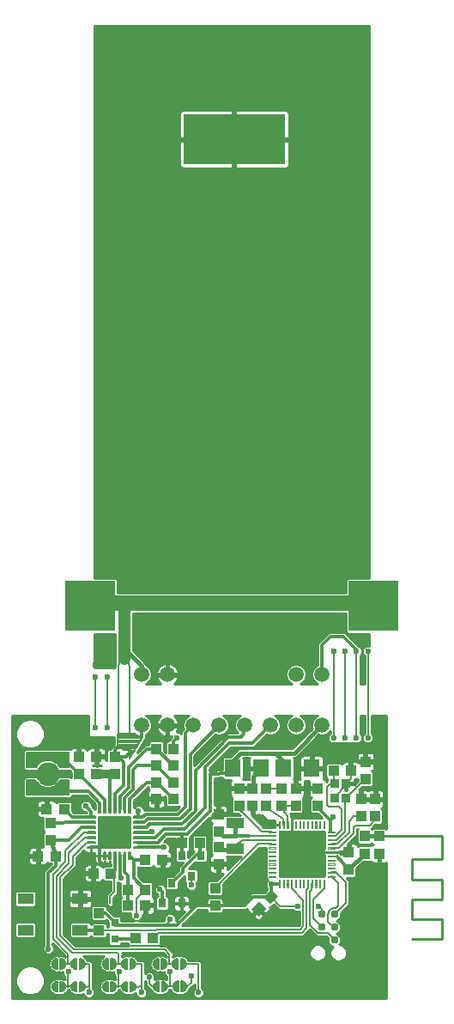
<source format=gtl>
G75*
%MOIN*%
%OFA0B0*%
%FSLAX25Y25*%
%IPPOS*%
%LPD*%
%AMOC8*
5,1,8,0,0,1.08239X$1,22.5*
%
%ADD10C,0.01000*%
%ADD11R,0.01000X0.01000*%
%ADD12R,0.03937X0.04331*%
%ADD13R,0.04331X0.03937*%
%ADD14C,0.00394*%
%ADD15R,0.18110X0.18110*%
%ADD16C,0.02181*%
%ADD17R,0.03346X0.03740*%
%ADD18C,0.00591*%
%ADD19C,0.01280*%
%ADD20C,0.01984*%
%ADD21C,0.00500*%
%ADD22C,0.00500*%
%ADD23R,0.16929X0.03346*%
%ADD24C,0.00630*%
%ADD25C,0.03098*%
%ADD26R,0.03150X0.03150*%
%ADD27R,0.06299X0.04331*%
%ADD28R,0.07087X0.03937*%
%ADD29C,0.05906*%
%ADD30R,0.06299X0.07087*%
%ADD31R,0.03150X0.03543*%
%ADD32R,0.39370X0.19685*%
%ADD33R,0.19685X0.19685*%
%ADD34C,0.00787*%
%ADD35C,0.01181*%
%ADD36C,0.02362*%
%ADD37C,0.01600*%
%ADD38C,0.00768*%
%ADD39C,0.00984*%
%ADD40C,0.01200*%
%ADD41C,0.04724*%
%ADD42C,0.05906*%
%ADD43C,0.01575*%
%ADD44C,0.03200*%
D10*
X0018816Y0023028D02*
X0018816Y0132633D01*
X0048316Y0132633D01*
X0048316Y0124786D01*
X0048724Y0124378D01*
X0058446Y0124378D01*
X0058446Y0121403D01*
X0057068Y0120025D01*
X0057068Y0119776D01*
X0056079Y0119776D01*
X0055493Y0119190D01*
X0055493Y0115240D01*
X0055237Y0115240D01*
X0055237Y0116323D01*
X0052056Y0116323D01*
X0052056Y0117291D01*
X0055237Y0117291D01*
X0055237Y0118973D01*
X0055135Y0119355D01*
X0054937Y0119697D01*
X0054658Y0119976D01*
X0054316Y0120173D01*
X0053934Y0120276D01*
X0052056Y0120276D01*
X0052056Y0117291D01*
X0055237Y0117291D01*
X0055237Y0118973D01*
X0055135Y0119355D01*
X0054937Y0119697D01*
X0054658Y0119976D01*
X0054316Y0120173D01*
X0053934Y0120276D01*
X0052056Y0120276D01*
X0052056Y0117291D01*
X0052056Y0116323D01*
X0055237Y0116323D01*
X0055237Y0115240D01*
X0055493Y0115240D01*
X0055493Y0119190D01*
X0056079Y0119776D01*
X0057068Y0119776D01*
X0057068Y0120025D01*
X0058446Y0121403D01*
X0058446Y0124378D01*
X0048724Y0124378D01*
X0048316Y0124786D01*
X0048316Y0132633D01*
X0018816Y0132633D01*
X0018816Y0023028D01*
X0164170Y0023028D01*
X0164170Y0075743D01*
X0164001Y0075646D01*
X0163619Y0075543D01*
X0161938Y0075543D01*
X0161938Y0078724D01*
X0160969Y0078724D01*
X0160969Y0075543D01*
X0159287Y0075543D01*
X0158906Y0075646D01*
X0158564Y0075843D01*
X0158285Y0076122D01*
X0158256Y0076172D01*
X0158127Y0076043D01*
X0155161Y0076043D01*
X0152532Y0073365D01*
X0152532Y0070330D01*
X0151946Y0069744D01*
X0148623Y0069744D01*
X0149806Y0068561D01*
X0149806Y0059482D01*
X0148995Y0058671D01*
X0146556Y0056233D01*
X0146581Y0056172D01*
X0146581Y0055158D01*
X0146193Y0054221D01*
X0145476Y0053504D01*
X0144658Y0053165D01*
X0145476Y0052826D01*
X0146193Y0052109D01*
X0146581Y0051172D01*
X0146581Y0050158D01*
X0146193Y0049221D01*
X0145476Y0048504D01*
X0144658Y0048165D01*
X0145476Y0047826D01*
X0146193Y0047109D01*
X0146581Y0046172D01*
X0146581Y0045158D01*
X0146193Y0044221D01*
X0145888Y0043916D01*
X0146179Y0043916D01*
X0147374Y0043421D01*
X0148288Y0042507D01*
X0148783Y0041312D01*
X0148783Y0040019D01*
X0148288Y0038824D01*
X0147374Y0037909D01*
X0146179Y0037415D01*
X0144886Y0037415D01*
X0143691Y0037909D01*
X0142776Y0038824D01*
X0142281Y0040019D01*
X0142281Y0041312D01*
X0142776Y0042507D01*
X0143426Y0043157D01*
X0142588Y0043504D01*
X0141871Y0044221D01*
X0141483Y0045158D01*
X0141483Y0046172D01*
X0141585Y0046419D01*
X0140996Y0047008D01*
X0137059Y0047008D01*
X0134410Y0049657D01*
X0132680Y0047927D01*
X0131869Y0047116D01*
X0076422Y0047116D01*
X0076422Y0043755D01*
X0076055Y0043388D01*
X0077657Y0043388D01*
X0077683Y0043411D01*
X0078225Y0043388D01*
X0078769Y0043388D01*
X0078793Y0043363D01*
X0078828Y0043362D01*
X0079195Y0042961D01*
X0079579Y0042577D01*
X0079579Y0042542D01*
X0081345Y0040617D01*
X0081295Y0039472D01*
X0081188Y0039373D01*
X0081188Y0038977D01*
X0081264Y0039015D01*
X0081487Y0039238D01*
X0081709Y0039238D01*
X0082052Y0039409D01*
X0082274Y0039632D01*
X0082497Y0039632D01*
X0082696Y0039731D01*
X0082995Y0039632D01*
X0083703Y0039632D01*
X0083776Y0039559D01*
X0083849Y0039632D01*
X0084558Y0039632D01*
X0084856Y0039731D01*
X0085056Y0039632D01*
X0085278Y0039632D01*
X0085501Y0039409D01*
X0085843Y0039238D01*
X0086066Y0039238D01*
X0086288Y0039015D01*
X0086570Y0038875D01*
X0086635Y0038681D01*
X0086828Y0038617D01*
X0086969Y0038335D01*
X0087192Y0038112D01*
X0087192Y0037890D01*
X0087233Y0037807D01*
X0090555Y0037866D01*
X0090565Y0037876D01*
X0091126Y0037876D01*
X0091687Y0037886D01*
X0091697Y0037876D01*
X0091712Y0037876D01*
X0092108Y0037479D01*
X0092512Y0037090D01*
X0092512Y0037075D01*
X0092522Y0037065D01*
X0092522Y0036504D01*
X0092532Y0035944D01*
X0092522Y0035933D01*
X0092522Y0026972D01*
X0093320Y0026175D01*
X0093320Y0024368D01*
X0092042Y0023091D01*
X0090235Y0023091D01*
X0088957Y0024368D01*
X0088957Y0026175D01*
X0089755Y0026972D01*
X0089755Y0028451D01*
X0089729Y0028426D01*
X0089725Y0028373D01*
X0089329Y0028025D01*
X0088956Y0027653D01*
X0088903Y0027653D01*
X0087346Y0026290D01*
X0087290Y0026177D01*
X0087290Y0025955D01*
X0087067Y0025732D01*
X0086927Y0025450D01*
X0086733Y0025386D01*
X0086668Y0025192D01*
X0086387Y0025051D01*
X0086164Y0024829D01*
X0085941Y0024829D01*
X0085599Y0024658D01*
X0085377Y0024435D01*
X0085154Y0024435D01*
X0084955Y0024335D01*
X0084656Y0024435D01*
X0083947Y0024435D01*
X0083875Y0024508D01*
X0083802Y0024435D01*
X0083093Y0024435D01*
X0082794Y0024335D01*
X0082595Y0024435D01*
X0082373Y0024435D01*
X0082150Y0024658D01*
X0081808Y0024829D01*
X0081585Y0024829D01*
X0081363Y0025051D01*
X0081081Y0025192D01*
X0081016Y0025386D01*
X0080823Y0025450D01*
X0080682Y0025732D01*
X0080459Y0025955D01*
X0080459Y0026177D01*
X0080346Y0026404D01*
X0079923Y0026404D01*
X0079810Y0026177D01*
X0079810Y0025955D01*
X0079587Y0025732D01*
X0079446Y0025450D01*
X0079253Y0025386D01*
X0079188Y0025192D01*
X0078906Y0025051D01*
X0078684Y0024829D01*
X0078461Y0024829D01*
X0078119Y0024658D01*
X0077896Y0024435D01*
X0077674Y0024435D01*
X0077475Y0024335D01*
X0077176Y0024435D01*
X0076467Y0024435D01*
X0076394Y0024508D01*
X0076322Y0024435D01*
X0075613Y0024435D01*
X0075314Y0024335D01*
X0075115Y0024435D01*
X0074892Y0024435D01*
X0074670Y0024658D01*
X0074328Y0024829D01*
X0074105Y0024829D01*
X0073882Y0025051D01*
X0073601Y0025192D01*
X0073536Y0025386D01*
X0073343Y0025450D01*
X0073202Y0025732D01*
X0072979Y0025955D01*
X0072979Y0026177D01*
X0072954Y0026228D01*
X0072846Y0026217D01*
X0071555Y0027259D01*
X0071471Y0027259D01*
X0071118Y0027612D01*
X0070729Y0027926D01*
X0070720Y0028010D01*
X0070660Y0028070D01*
X0070660Y0028569D01*
X0070607Y0029066D01*
X0070660Y0029132D01*
X0070660Y0029673D01*
X0070475Y0029858D01*
X0070475Y0027660D01*
X0070496Y0027114D01*
X0070475Y0027091D01*
X0070475Y0026972D01*
X0071272Y0026175D01*
X0071272Y0024368D01*
X0069995Y0023091D01*
X0068188Y0023091D01*
X0066910Y0024368D01*
X0066910Y0025169D01*
X0066885Y0025094D01*
X0066603Y0024953D01*
X0066381Y0024730D01*
X0066158Y0024730D01*
X0065816Y0024559D01*
X0065593Y0024337D01*
X0065371Y0024337D01*
X0065171Y0024237D01*
X0064873Y0024337D01*
X0064164Y0024337D01*
X0064091Y0024409D01*
X0064018Y0024337D01*
X0063310Y0024337D01*
X0063011Y0024237D01*
X0062812Y0024337D01*
X0062589Y0024337D01*
X0062366Y0024559D01*
X0062024Y0024730D01*
X0061802Y0024730D01*
X0061579Y0024953D01*
X0061297Y0025094D01*
X0061233Y0025287D01*
X0061039Y0025352D01*
X0060899Y0025634D01*
X0060676Y0025856D01*
X0060676Y0026079D01*
X0060563Y0026305D01*
X0060139Y0026305D01*
X0060026Y0026079D01*
X0060026Y0025856D01*
X0059804Y0025634D01*
X0059663Y0025352D01*
X0059469Y0025287D01*
X0059405Y0025094D01*
X0059123Y0024953D01*
X0058900Y0024730D01*
X0058678Y0024730D01*
X0058336Y0024559D01*
X0058113Y0024337D01*
X0057890Y0024337D01*
X0057691Y0024237D01*
X0057392Y0024337D01*
X0056684Y0024337D01*
X0056611Y0024409D01*
X0056538Y0024337D01*
X0055829Y0024337D01*
X0055531Y0024237D01*
X0055332Y0024337D01*
X0055109Y0024337D01*
X0054886Y0024559D01*
X0054544Y0024730D01*
X0054321Y0024730D01*
X0054099Y0024953D01*
X0053817Y0025094D01*
X0053753Y0025287D01*
X0053559Y0025352D01*
X0053418Y0025634D01*
X0053196Y0025856D01*
X0053196Y0026079D01*
X0053025Y0026421D01*
X0052802Y0026644D01*
X0052802Y0026668D01*
X0052433Y0027037D01*
X0052433Y0028073D01*
X0052802Y0028442D01*
X0052802Y0028467D01*
X0053025Y0028689D01*
X0053196Y0029031D01*
X0053196Y0029254D01*
X0053418Y0029477D01*
X0053559Y0029758D01*
X0053753Y0029823D01*
X0053817Y0030016D01*
X0054099Y0030157D01*
X0054321Y0030380D01*
X0054544Y0030380D01*
X0054886Y0030551D01*
X0055109Y0030774D01*
X0055332Y0030774D01*
X0055531Y0030873D01*
X0055829Y0030774D01*
X0056538Y0030774D01*
X0056611Y0030701D01*
X0056684Y0030774D01*
X0057392Y0030774D01*
X0057691Y0030873D01*
X0057890Y0030774D01*
X0058113Y0030774D01*
X0058336Y0030551D01*
X0058678Y0030380D01*
X0058900Y0030380D01*
X0059003Y0030278D01*
X0059003Y0030560D01*
X0058847Y0030728D01*
X0058889Y0031798D01*
X0058249Y0032439D01*
X0058249Y0033331D01*
X0058113Y0033195D01*
X0057890Y0033195D01*
X0057691Y0033095D01*
X0057392Y0033195D01*
X0056684Y0033195D01*
X0056611Y0033268D01*
X0056538Y0033195D01*
X0055829Y0033195D01*
X0055531Y0033095D01*
X0055332Y0033195D01*
X0055109Y0033195D01*
X0054886Y0033418D01*
X0054544Y0033589D01*
X0054321Y0033589D01*
X0054099Y0033811D01*
X0053817Y0033952D01*
X0053753Y0034146D01*
X0053559Y0034210D01*
X0053418Y0034492D01*
X0053196Y0034715D01*
X0053196Y0034937D01*
X0053025Y0035279D01*
X0052802Y0035502D01*
X0052802Y0035527D01*
X0052433Y0035896D01*
X0052433Y0036931D01*
X0052802Y0037300D01*
X0052802Y0037325D01*
X0053025Y0037548D01*
X0053196Y0037890D01*
X0053196Y0038112D01*
X0053418Y0038335D01*
X0053559Y0038617D01*
X0053753Y0038681D01*
X0053817Y0038875D01*
X0054099Y0039015D01*
X0054321Y0039238D01*
X0054544Y0039238D01*
X0054552Y0039242D01*
X0046465Y0039242D01*
X0046473Y0039238D01*
X0046696Y0039238D01*
X0046918Y0039016D01*
X0047200Y0038875D01*
X0047264Y0038681D01*
X0047458Y0038617D01*
X0047599Y0038335D01*
X0047822Y0038112D01*
X0047822Y0037890D01*
X0047851Y0037831D01*
X0048011Y0037841D01*
X0048046Y0037876D01*
X0048576Y0037876D01*
X0049106Y0037908D01*
X0049143Y0037876D01*
X0049192Y0037876D01*
X0049567Y0037501D01*
X0049965Y0037149D01*
X0049968Y0037100D01*
X0050003Y0037065D01*
X0050003Y0036534D01*
X0050035Y0036005D01*
X0050003Y0035968D01*
X0050003Y0027676D01*
X0050035Y0027146D01*
X0050003Y0027110D01*
X0050003Y0026972D01*
X0050800Y0026175D01*
X0050800Y0024368D01*
X0049522Y0023091D01*
X0047715Y0023091D01*
X0046438Y0024368D01*
X0046438Y0024713D01*
X0046131Y0024559D01*
X0045908Y0024337D01*
X0045685Y0024337D01*
X0045486Y0024237D01*
X0045188Y0024337D01*
X0044479Y0024337D01*
X0044406Y0024409D01*
X0044333Y0024337D01*
X0043625Y0024337D01*
X0043326Y0024237D01*
X0043127Y0024337D01*
X0042904Y0024337D01*
X0042681Y0024559D01*
X0042339Y0024730D01*
X0042117Y0024730D01*
X0041894Y0024953D01*
X0041612Y0025094D01*
X0041548Y0025287D01*
X0041354Y0025352D01*
X0041213Y0025634D01*
X0040991Y0025856D01*
X0040991Y0026079D01*
X0040878Y0026305D01*
X0040454Y0026305D01*
X0040341Y0026079D01*
X0040341Y0025856D01*
X0040119Y0025634D01*
X0039978Y0025352D01*
X0039784Y0025287D01*
X0039720Y0025094D01*
X0039438Y0024953D01*
X0039215Y0024730D01*
X0038993Y0024730D01*
X0038651Y0024559D01*
X0038428Y0024337D01*
X0038205Y0024337D01*
X0038006Y0024237D01*
X0037707Y0024337D01*
X0036999Y0024337D01*
X0036926Y0024409D01*
X0036853Y0024337D01*
X0036144Y0024337D01*
X0035846Y0024237D01*
X0035647Y0024337D01*
X0035424Y0024337D01*
X0035201Y0024559D01*
X0034859Y0024730D01*
X0034636Y0024730D01*
X0034414Y0024953D01*
X0034132Y0025094D01*
X0034068Y0025287D01*
X0033874Y0025352D01*
X0033733Y0025634D01*
X0033510Y0025856D01*
X0033510Y0026079D01*
X0033339Y0026421D01*
X0033117Y0026644D01*
X0033117Y0026668D01*
X0032748Y0027037D01*
X0032748Y0028073D01*
X0033117Y0028442D01*
X0033117Y0028467D01*
X0033339Y0028689D01*
X0033510Y0029031D01*
X0033510Y0029254D01*
X0033733Y0029477D01*
X0033874Y0029758D01*
X0034068Y0029823D01*
X0034132Y0030016D01*
X0034414Y0030157D01*
X0034636Y0030380D01*
X0034859Y0030380D01*
X0035201Y0030551D01*
X0035424Y0030774D01*
X0035647Y0030774D01*
X0035846Y0030873D01*
X0036144Y0030774D01*
X0036853Y0030774D01*
X0036926Y0030701D01*
X0036999Y0030774D01*
X0037707Y0030774D01*
X0038006Y0030873D01*
X0038205Y0030774D01*
X0038428Y0030774D01*
X0038651Y0030551D01*
X0038993Y0030380D01*
X0039215Y0030380D01*
X0039318Y0030278D01*
X0039318Y0030560D01*
X0039162Y0030728D01*
X0039204Y0031798D01*
X0038564Y0032439D01*
X0038564Y0033331D01*
X0038428Y0033195D01*
X0038205Y0033195D01*
X0038006Y0033095D01*
X0037707Y0033195D01*
X0036999Y0033195D01*
X0036926Y0033268D01*
X0036853Y0033195D01*
X0036144Y0033195D01*
X0035846Y0033095D01*
X0035647Y0033195D01*
X0035424Y0033195D01*
X0035201Y0033418D01*
X0034859Y0033589D01*
X0034636Y0033589D01*
X0034414Y0033811D01*
X0034132Y0033952D01*
X0034068Y0034146D01*
X0033874Y0034210D01*
X0033733Y0034492D01*
X0033510Y0034715D01*
X0033510Y0034937D01*
X0033339Y0035279D01*
X0033117Y0035502D01*
X0033117Y0035527D01*
X0032748Y0035896D01*
X0032748Y0036931D01*
X0033117Y0037300D01*
X0033117Y0037325D01*
X0033339Y0037548D01*
X0033510Y0037890D01*
X0033510Y0038112D01*
X0033733Y0038335D01*
X0033874Y0038617D01*
X0034068Y0038681D01*
X0034132Y0038875D01*
X0034414Y0039015D01*
X0034636Y0039238D01*
X0034859Y0039238D01*
X0035201Y0039409D01*
X0035424Y0039632D01*
X0035647Y0039632D01*
X0035846Y0039731D01*
X0036144Y0039632D01*
X0036853Y0039632D01*
X0036926Y0039559D01*
X0036999Y0039632D01*
X0037707Y0039632D01*
X0038006Y0039731D01*
X0038205Y0039632D01*
X0038428Y0039632D01*
X0038651Y0039409D01*
X0038993Y0039238D01*
X0039215Y0039238D01*
X0039318Y0039136D01*
X0039318Y0039404D01*
X0034461Y0044390D01*
X0034461Y0043695D01*
X0035052Y0043104D01*
X0035052Y0041297D01*
X0033774Y0040020D01*
X0031967Y0040020D01*
X0030690Y0041297D01*
X0030690Y0043104D01*
X0031280Y0043695D01*
X0031280Y0072387D01*
X0032212Y0073319D01*
X0034027Y0075134D01*
X0034027Y0075256D01*
X0033047Y0075256D01*
X0032524Y0075779D01*
X0032497Y0075677D01*
X0032299Y0075335D01*
X0032020Y0075056D01*
X0031678Y0074858D01*
X0031297Y0074756D01*
X0029418Y0074756D01*
X0029418Y0077740D01*
X0028449Y0077740D01*
X0025268Y0077740D01*
X0025268Y0076058D01*
X0025371Y0075677D01*
X0025568Y0075335D01*
X0025847Y0075056D01*
X0026189Y0074858D01*
X0026571Y0074756D01*
X0028449Y0074756D01*
X0028449Y0077740D01*
X0028449Y0078709D01*
X0025268Y0078709D01*
X0025268Y0080390D01*
X0025371Y0080772D01*
X0025568Y0081114D01*
X0025847Y0081393D01*
X0026189Y0081591D01*
X0026571Y0081693D01*
X0028449Y0081693D01*
X0028449Y0078709D01*
X0028449Y0077740D01*
X0025268Y0077740D01*
X0025268Y0076058D01*
X0025371Y0075677D01*
X0025568Y0075335D01*
X0025847Y0075056D01*
X0026189Y0074858D01*
X0026571Y0074756D01*
X0028449Y0074756D01*
X0028449Y0077740D01*
X0029418Y0077740D01*
X0029418Y0074756D01*
X0031297Y0074756D01*
X0031678Y0074858D01*
X0032020Y0075056D01*
X0032299Y0075335D01*
X0032497Y0075677D01*
X0032524Y0075779D01*
X0033047Y0075256D01*
X0034027Y0075256D01*
X0034027Y0075134D01*
X0032212Y0073319D01*
X0031280Y0072387D01*
X0031280Y0043695D01*
X0030690Y0043104D01*
X0030690Y0041297D01*
X0031967Y0040020D01*
X0033774Y0040020D01*
X0035052Y0041297D01*
X0035052Y0043104D01*
X0034461Y0043695D01*
X0034461Y0044390D01*
X0039318Y0039404D01*
X0039318Y0039136D01*
X0039215Y0039238D01*
X0038993Y0039238D01*
X0038651Y0039409D01*
X0038428Y0039632D01*
X0038205Y0039632D01*
X0038006Y0039731D01*
X0037707Y0039632D01*
X0036999Y0039632D01*
X0036926Y0039559D01*
X0036853Y0039632D01*
X0036144Y0039632D01*
X0035846Y0039731D01*
X0035647Y0039632D01*
X0035424Y0039632D01*
X0035201Y0039409D01*
X0034859Y0039238D01*
X0034636Y0039238D01*
X0034414Y0039015D01*
X0034132Y0038875D01*
X0034068Y0038681D01*
X0033874Y0038617D01*
X0033733Y0038335D01*
X0033510Y0038112D01*
X0033510Y0037890D01*
X0033339Y0037548D01*
X0033117Y0037325D01*
X0033117Y0037300D01*
X0032748Y0036931D01*
X0032748Y0035896D01*
X0033117Y0035527D01*
X0033117Y0035502D01*
X0033339Y0035279D01*
X0033510Y0034937D01*
X0033510Y0034715D01*
X0033733Y0034492D01*
X0033874Y0034210D01*
X0034068Y0034146D01*
X0034132Y0033952D01*
X0034414Y0033811D01*
X0034636Y0033589D01*
X0034859Y0033589D01*
X0035201Y0033418D01*
X0035424Y0033195D01*
X0035647Y0033195D01*
X0035846Y0033095D01*
X0036144Y0033195D01*
X0036853Y0033195D01*
X0036926Y0033268D01*
X0036999Y0033195D01*
X0037707Y0033195D01*
X0038006Y0033095D01*
X0038205Y0033195D01*
X0038428Y0033195D01*
X0038564Y0033331D01*
X0038564Y0032439D01*
X0039204Y0031798D01*
X0039162Y0030728D01*
X0039318Y0030560D01*
X0039318Y0030278D01*
X0039215Y0030380D01*
X0038993Y0030380D01*
X0038651Y0030551D01*
X0038428Y0030774D01*
X0038205Y0030774D01*
X0038006Y0030873D01*
X0037707Y0030774D01*
X0036999Y0030774D01*
X0036926Y0030701D01*
X0036853Y0030774D01*
X0036144Y0030774D01*
X0035846Y0030873D01*
X0035647Y0030774D01*
X0035424Y0030774D01*
X0035201Y0030551D01*
X0034859Y0030380D01*
X0034636Y0030380D01*
X0034414Y0030157D01*
X0034132Y0030016D01*
X0034068Y0029823D01*
X0033874Y0029758D01*
X0033733Y0029477D01*
X0033510Y0029254D01*
X0033510Y0029031D01*
X0033339Y0028689D01*
X0033117Y0028467D01*
X0033117Y0028442D01*
X0032748Y0028073D01*
X0032748Y0027037D01*
X0033117Y0026668D01*
X0033117Y0026644D01*
X0033339Y0026421D01*
X0033510Y0026079D01*
X0033510Y0025856D01*
X0033733Y0025634D01*
X0033874Y0025352D01*
X0034068Y0025287D01*
X0034132Y0025094D01*
X0034414Y0024953D01*
X0034636Y0024730D01*
X0034859Y0024730D01*
X0035201Y0024559D01*
X0035424Y0024337D01*
X0035647Y0024337D01*
X0035846Y0024237D01*
X0036144Y0024337D01*
X0036853Y0024337D01*
X0036926Y0024409D01*
X0036999Y0024337D01*
X0037707Y0024337D01*
X0038006Y0024237D01*
X0038205Y0024337D01*
X0038428Y0024337D01*
X0038651Y0024559D01*
X0038993Y0024730D01*
X0039215Y0024730D01*
X0039438Y0024953D01*
X0039720Y0025094D01*
X0039784Y0025287D01*
X0039978Y0025352D01*
X0040119Y0025634D01*
X0040341Y0025856D01*
X0040341Y0026079D01*
X0040454Y0026305D01*
X0040878Y0026305D01*
X0040991Y0026079D01*
X0040991Y0025856D01*
X0041213Y0025634D01*
X0041354Y0025352D01*
X0041548Y0025287D01*
X0041612Y0025094D01*
X0041894Y0024953D01*
X0042117Y0024730D01*
X0042339Y0024730D01*
X0042681Y0024559D01*
X0042904Y0024337D01*
X0043127Y0024337D01*
X0043326Y0024237D01*
X0043625Y0024337D01*
X0044333Y0024337D01*
X0044406Y0024409D01*
X0044479Y0024337D01*
X0045188Y0024337D01*
X0045486Y0024237D01*
X0045685Y0024337D01*
X0045908Y0024337D01*
X0046131Y0024559D01*
X0046438Y0024713D01*
X0046438Y0024368D01*
X0047715Y0023091D01*
X0049522Y0023091D01*
X0050800Y0024368D01*
X0050800Y0026175D01*
X0050003Y0026972D01*
X0050003Y0027110D01*
X0050035Y0027146D01*
X0050003Y0027676D01*
X0050003Y0035968D01*
X0050035Y0036005D01*
X0050003Y0036534D01*
X0050003Y0037065D01*
X0049968Y0037100D01*
X0049965Y0037149D01*
X0049567Y0037501D01*
X0049192Y0037876D01*
X0049143Y0037876D01*
X0049106Y0037908D01*
X0048576Y0037876D01*
X0048046Y0037876D01*
X0048011Y0037841D01*
X0047851Y0037831D01*
X0047822Y0037890D01*
X0047822Y0038112D01*
X0047599Y0038335D01*
X0047458Y0038617D01*
X0047264Y0038681D01*
X0047200Y0038875D01*
X0046918Y0039016D01*
X0046696Y0039238D01*
X0046473Y0039238D01*
X0046465Y0039242D01*
X0054552Y0039242D01*
X0054544Y0039238D01*
X0054321Y0039238D01*
X0054099Y0039015D01*
X0053817Y0038875D01*
X0053753Y0038681D01*
X0053559Y0038617D01*
X0053418Y0038335D01*
X0053196Y0038112D01*
X0053196Y0037890D01*
X0053025Y0037548D01*
X0052802Y0037325D01*
X0052802Y0037300D01*
X0052433Y0036931D01*
X0052433Y0035896D01*
X0052802Y0035527D01*
X0052802Y0035502D01*
X0053025Y0035279D01*
X0053196Y0034937D01*
X0053196Y0034715D01*
X0053418Y0034492D01*
X0053559Y0034210D01*
X0053753Y0034146D01*
X0053817Y0033952D01*
X0054099Y0033811D01*
X0054321Y0033589D01*
X0054544Y0033589D01*
X0054886Y0033418D01*
X0055109Y0033195D01*
X0055332Y0033195D01*
X0055531Y0033095D01*
X0055829Y0033195D01*
X0056538Y0033195D01*
X0056611Y0033268D01*
X0056684Y0033195D01*
X0057392Y0033195D01*
X0057691Y0033095D01*
X0057890Y0033195D01*
X0058113Y0033195D01*
X0058249Y0033331D01*
X0058249Y0032439D01*
X0058889Y0031798D01*
X0058847Y0030728D01*
X0059003Y0030560D01*
X0059003Y0030278D01*
X0058900Y0030380D01*
X0058678Y0030380D01*
X0058336Y0030551D01*
X0058113Y0030774D01*
X0057890Y0030774D01*
X0057691Y0030873D01*
X0057392Y0030774D01*
X0056684Y0030774D01*
X0056611Y0030701D01*
X0056538Y0030774D01*
X0055829Y0030774D01*
X0055531Y0030873D01*
X0055332Y0030774D01*
X0055109Y0030774D01*
X0054886Y0030551D01*
X0054544Y0030380D01*
X0054321Y0030380D01*
X0054099Y0030157D01*
X0053817Y0030016D01*
X0053753Y0029823D01*
X0053559Y0029758D01*
X0053418Y0029477D01*
X0053196Y0029254D01*
X0053196Y0029031D01*
X0053025Y0028689D01*
X0052802Y0028467D01*
X0052802Y0028442D01*
X0052433Y0028073D01*
X0052433Y0027037D01*
X0052802Y0026668D01*
X0052802Y0026644D01*
X0053025Y0026421D01*
X0053196Y0026079D01*
X0053196Y0025856D01*
X0053418Y0025634D01*
X0053559Y0025352D01*
X0053753Y0025287D01*
X0053817Y0025094D01*
X0054099Y0024953D01*
X0054321Y0024730D01*
X0054544Y0024730D01*
X0054886Y0024559D01*
X0055109Y0024337D01*
X0055332Y0024337D01*
X0055531Y0024237D01*
X0055829Y0024337D01*
X0056538Y0024337D01*
X0056611Y0024409D01*
X0056684Y0024337D01*
X0057392Y0024337D01*
X0057691Y0024237D01*
X0057890Y0024337D01*
X0058113Y0024337D01*
X0058336Y0024559D01*
X0058678Y0024730D01*
X0058900Y0024730D01*
X0059123Y0024953D01*
X0059405Y0025094D01*
X0059469Y0025287D01*
X0059663Y0025352D01*
X0059804Y0025634D01*
X0060026Y0025856D01*
X0060026Y0026079D01*
X0060139Y0026305D01*
X0060563Y0026305D01*
X0060676Y0026079D01*
X0060676Y0025856D01*
X0060899Y0025634D01*
X0061039Y0025352D01*
X0061233Y0025287D01*
X0061297Y0025094D01*
X0061579Y0024953D01*
X0061802Y0024730D01*
X0062024Y0024730D01*
X0062366Y0024559D01*
X0062589Y0024337D01*
X0062812Y0024337D01*
X0063011Y0024237D01*
X0063310Y0024337D01*
X0064018Y0024337D01*
X0064091Y0024409D01*
X0064164Y0024337D01*
X0064873Y0024337D01*
X0065171Y0024237D01*
X0065371Y0024337D01*
X0065593Y0024337D01*
X0065816Y0024559D01*
X0066158Y0024730D01*
X0066381Y0024730D01*
X0066603Y0024953D01*
X0066885Y0025094D01*
X0066910Y0025169D01*
X0066910Y0024368D01*
X0068188Y0023091D01*
X0069995Y0023091D01*
X0071272Y0024368D01*
X0071272Y0026175D01*
X0070475Y0026972D01*
X0070475Y0027091D01*
X0070496Y0027114D01*
X0070475Y0027660D01*
X0070475Y0029858D01*
X0070660Y0029673D01*
X0070660Y0029132D01*
X0070607Y0029066D01*
X0070660Y0028569D01*
X0070660Y0028070D01*
X0070720Y0028010D01*
X0070729Y0027926D01*
X0071118Y0027612D01*
X0071471Y0027259D01*
X0071555Y0027259D01*
X0072846Y0026217D01*
X0072954Y0026228D01*
X0072979Y0026177D01*
X0072979Y0025955D01*
X0073202Y0025732D01*
X0073343Y0025450D01*
X0073536Y0025386D01*
X0073601Y0025192D01*
X0073882Y0025051D01*
X0074105Y0024829D01*
X0074328Y0024829D01*
X0074670Y0024658D01*
X0074892Y0024435D01*
X0075115Y0024435D01*
X0075314Y0024335D01*
X0075613Y0024435D01*
X0076322Y0024435D01*
X0076394Y0024508D01*
X0076467Y0024435D01*
X0077176Y0024435D01*
X0077475Y0024335D01*
X0077674Y0024435D01*
X0077896Y0024435D01*
X0078119Y0024658D01*
X0078461Y0024829D01*
X0078684Y0024829D01*
X0078906Y0025051D01*
X0079188Y0025192D01*
X0079253Y0025386D01*
X0079446Y0025450D01*
X0079587Y0025732D01*
X0079810Y0025955D01*
X0079810Y0026177D01*
X0079923Y0026404D01*
X0080346Y0026404D01*
X0080459Y0026177D01*
X0080459Y0025955D01*
X0080682Y0025732D01*
X0080823Y0025450D01*
X0081016Y0025386D01*
X0081081Y0025192D01*
X0081363Y0025051D01*
X0081585Y0024829D01*
X0081808Y0024829D01*
X0082150Y0024658D01*
X0082373Y0024435D01*
X0082595Y0024435D01*
X0082794Y0024335D01*
X0083093Y0024435D01*
X0083802Y0024435D01*
X0083875Y0024508D01*
X0083947Y0024435D01*
X0084656Y0024435D01*
X0084955Y0024335D01*
X0085154Y0024435D01*
X0085377Y0024435D01*
X0085599Y0024658D01*
X0085941Y0024829D01*
X0086164Y0024829D01*
X0086387Y0025051D01*
X0086668Y0025192D01*
X0086733Y0025386D01*
X0086927Y0025450D01*
X0087067Y0025732D01*
X0087290Y0025955D01*
X0087290Y0026177D01*
X0087346Y0026290D01*
X0088903Y0027653D01*
X0088956Y0027653D01*
X0089329Y0028025D01*
X0089725Y0028373D01*
X0089729Y0028426D01*
X0089755Y0028451D01*
X0089755Y0026972D01*
X0088957Y0026175D01*
X0088957Y0024368D01*
X0090235Y0023091D01*
X0092042Y0023091D01*
X0093320Y0024368D01*
X0093320Y0026175D01*
X0092522Y0026972D01*
X0092522Y0035933D01*
X0092532Y0035944D01*
X0092522Y0036504D01*
X0092522Y0037065D01*
X0092512Y0037075D01*
X0092512Y0037090D01*
X0092108Y0037479D01*
X0091712Y0037876D01*
X0091697Y0037876D01*
X0091687Y0037886D01*
X0091126Y0037876D01*
X0090565Y0037876D01*
X0090555Y0037866D01*
X0087233Y0037807D01*
X0087192Y0037890D01*
X0087192Y0038112D01*
X0086969Y0038335D01*
X0086828Y0038617D01*
X0086635Y0038681D01*
X0086570Y0038875D01*
X0086288Y0039015D01*
X0086066Y0039238D01*
X0085843Y0039238D01*
X0085501Y0039409D01*
X0085278Y0039632D01*
X0085056Y0039632D01*
X0084856Y0039731D01*
X0084558Y0039632D01*
X0083849Y0039632D01*
X0083776Y0039559D01*
X0083703Y0039632D01*
X0082995Y0039632D01*
X0082696Y0039731D01*
X0082497Y0039632D01*
X0082274Y0039632D01*
X0082052Y0039409D01*
X0081709Y0039238D01*
X0081487Y0039238D01*
X0081264Y0039015D01*
X0081188Y0038977D01*
X0081188Y0039373D01*
X0081295Y0039472D01*
X0081345Y0040617D01*
X0079579Y0042542D01*
X0079579Y0042577D01*
X0079195Y0042961D01*
X0078828Y0043362D01*
X0078793Y0043363D01*
X0078769Y0043388D01*
X0078225Y0043388D01*
X0077683Y0043411D01*
X0077657Y0043388D01*
X0076055Y0043388D01*
X0076422Y0043755D01*
X0076422Y0047116D01*
X0131869Y0047116D01*
X0132680Y0047927D01*
X0134410Y0049657D01*
X0137059Y0047008D01*
X0140996Y0047008D01*
X0141585Y0046419D01*
X0141483Y0046172D01*
X0141483Y0045158D01*
X0141871Y0044221D01*
X0142588Y0043504D01*
X0143426Y0043157D01*
X0142776Y0042507D01*
X0142281Y0041312D01*
X0142281Y0040019D01*
X0142776Y0038824D01*
X0143691Y0037909D01*
X0144886Y0037415D01*
X0146179Y0037415D01*
X0147374Y0037909D01*
X0148288Y0038824D01*
X0148783Y0040019D01*
X0148783Y0041312D01*
X0148288Y0042507D01*
X0147374Y0043421D01*
X0146179Y0043916D01*
X0145888Y0043916D01*
X0146193Y0044221D01*
X0146581Y0045158D01*
X0146581Y0046172D01*
X0146193Y0047109D01*
X0145476Y0047826D01*
X0144658Y0048165D01*
X0145476Y0048504D01*
X0146193Y0049221D01*
X0146581Y0050158D01*
X0146581Y0051172D01*
X0146193Y0052109D01*
X0145476Y0052826D01*
X0144658Y0053165D01*
X0145476Y0053504D01*
X0146193Y0054221D01*
X0146581Y0055158D01*
X0146581Y0056172D01*
X0146556Y0056233D01*
X0148995Y0058671D01*
X0149806Y0059482D01*
X0149806Y0068561D01*
X0148623Y0069744D01*
X0151946Y0069744D01*
X0152532Y0070330D01*
X0152532Y0073365D01*
X0155161Y0076043D01*
X0158127Y0076043D01*
X0158256Y0076172D01*
X0158285Y0076122D01*
X0158564Y0075843D01*
X0158906Y0075646D01*
X0159287Y0075543D01*
X0160969Y0075543D01*
X0160969Y0078724D01*
X0161938Y0078724D01*
X0161938Y0075543D01*
X0163619Y0075543D01*
X0164001Y0075646D01*
X0164170Y0075743D01*
X0164170Y0023028D01*
X0018816Y0023028D01*
X0018816Y0023554D02*
X0047252Y0023554D01*
X0018816Y0023554D01*
X0018816Y0024553D02*
X0024212Y0024553D01*
X0018816Y0024553D01*
X0018816Y0025551D02*
X0022266Y0025551D01*
X0018816Y0025551D01*
X0018816Y0026550D02*
X0021267Y0026550D01*
X0018816Y0026550D01*
X0018816Y0027548D02*
X0020703Y0027548D01*
X0018816Y0027548D01*
X0018816Y0028547D02*
X0020290Y0028547D01*
X0018816Y0028547D01*
X0018816Y0029545D02*
X0020153Y0029545D01*
X0018816Y0029545D01*
X0018816Y0030544D02*
X0020153Y0030544D01*
X0018816Y0030544D01*
X0018816Y0031542D02*
X0020330Y0031542D01*
X0018816Y0031542D01*
X0018816Y0032541D02*
X0020744Y0032541D01*
X0018816Y0032541D01*
X0018816Y0033539D02*
X0021364Y0033539D01*
X0018816Y0033539D01*
X0018816Y0034538D02*
X0022363Y0034538D01*
X0018816Y0034538D01*
X0018816Y0035536D02*
X0024446Y0035536D01*
X0018816Y0035536D01*
X0018816Y0036535D02*
X0032748Y0036535D01*
X0018816Y0036535D01*
X0018816Y0037533D02*
X0033325Y0037533D01*
X0018816Y0037533D01*
X0018816Y0038532D02*
X0033832Y0038532D01*
X0018816Y0038532D01*
X0018816Y0039530D02*
X0035322Y0039530D01*
X0018816Y0039530D01*
X0018816Y0040529D02*
X0031458Y0040529D01*
X0018816Y0040529D01*
X0018816Y0041527D02*
X0030690Y0041527D01*
X0018816Y0041527D01*
X0018816Y0042526D02*
X0030690Y0042526D01*
X0018816Y0042526D01*
X0018816Y0043524D02*
X0031110Y0043524D01*
X0018816Y0043524D01*
X0018816Y0044523D02*
X0031280Y0044523D01*
X0018816Y0044523D01*
X0018816Y0045522D02*
X0031280Y0045522D01*
X0018816Y0045522D01*
X0018816Y0046520D02*
X0020248Y0046520D01*
X0018816Y0046520D01*
X0018816Y0047519D02*
X0019863Y0047519D01*
X0018816Y0047519D01*
X0018816Y0048517D02*
X0019863Y0048517D01*
X0018816Y0048517D01*
X0018816Y0049516D02*
X0019863Y0049516D01*
X0018816Y0049516D01*
X0018816Y0050514D02*
X0019863Y0050514D01*
X0018816Y0050514D01*
X0018816Y0051513D02*
X0019863Y0051513D01*
X0018816Y0051513D01*
X0018816Y0052511D02*
X0020310Y0052511D01*
X0018816Y0052511D01*
X0018816Y0053510D02*
X0031280Y0053510D01*
X0018816Y0053510D01*
X0018816Y0054508D02*
X0031280Y0054508D01*
X0018816Y0054508D01*
X0018816Y0055507D02*
X0031280Y0055507D01*
X0018816Y0055507D01*
X0018816Y0056505D02*
X0031280Y0056505D01*
X0018816Y0056505D01*
X0018816Y0057504D02*
X0031280Y0057504D01*
X0018816Y0057504D01*
X0018816Y0058502D02*
X0031280Y0058502D01*
X0018816Y0058502D01*
X0018816Y0059501D02*
X0019863Y0059501D01*
X0018816Y0059501D01*
X0018816Y0060499D02*
X0019863Y0060499D01*
X0018816Y0060499D01*
X0018816Y0061498D02*
X0019863Y0061498D01*
X0018816Y0061498D01*
X0018816Y0062496D02*
X0019863Y0062496D01*
X0018816Y0062496D01*
X0018816Y0063495D02*
X0019863Y0063495D01*
X0018816Y0063495D01*
X0018816Y0064493D02*
X0020088Y0064493D01*
X0018816Y0064493D01*
X0018816Y0065492D02*
X0031280Y0065492D01*
X0018816Y0065492D01*
X0018816Y0066490D02*
X0031280Y0066490D01*
X0018816Y0066490D01*
X0018816Y0067489D02*
X0031280Y0067489D01*
X0018816Y0067489D01*
X0018816Y0068487D02*
X0031280Y0068487D01*
X0018816Y0068487D01*
X0018816Y0069486D02*
X0031280Y0069486D01*
X0018816Y0069486D01*
X0018816Y0070484D02*
X0031280Y0070484D01*
X0018816Y0070484D01*
X0018816Y0071483D02*
X0031280Y0071483D01*
X0018816Y0071483D01*
X0018816Y0072481D02*
X0031374Y0072481D01*
X0018816Y0072481D01*
X0018816Y0073480D02*
X0032373Y0073480D01*
X0018816Y0073480D01*
X0018816Y0074478D02*
X0033371Y0074478D01*
X0018816Y0074478D01*
X0018816Y0075477D02*
X0025486Y0075477D01*
X0018816Y0075477D01*
X0018816Y0076475D02*
X0025268Y0076475D01*
X0018816Y0076475D01*
X0018816Y0077474D02*
X0025268Y0077474D01*
X0018816Y0077474D01*
X0018816Y0078472D02*
X0028449Y0078472D01*
X0018816Y0078472D01*
X0018816Y0079471D02*
X0025268Y0079471D01*
X0018816Y0079471D01*
X0018816Y0080469D02*
X0025290Y0080469D01*
X0018816Y0080469D01*
X0018816Y0081468D02*
X0025977Y0081468D01*
X0018816Y0081468D01*
X0018816Y0082466D02*
X0030886Y0082466D01*
X0018816Y0082466D01*
X0018816Y0083465D02*
X0030886Y0083465D01*
X0018816Y0083465D01*
X0018816Y0084463D02*
X0030886Y0084463D01*
X0018816Y0084463D01*
X0018816Y0085462D02*
X0030886Y0085462D01*
X0018816Y0085462D01*
X0018816Y0086460D02*
X0030886Y0086460D01*
X0018816Y0086460D01*
X0018816Y0087459D02*
X0031190Y0087459D01*
X0018816Y0087459D01*
X0018816Y0088457D02*
X0030886Y0088457D01*
X0018816Y0088457D01*
X0018816Y0089456D02*
X0030886Y0089456D01*
X0018816Y0089456D01*
X0018816Y0090455D02*
X0030886Y0090455D01*
X0018816Y0090455D01*
X0018816Y0091453D02*
X0030886Y0091453D01*
X0018816Y0091453D01*
X0018816Y0092452D02*
X0030886Y0092452D01*
X0018816Y0092452D01*
X0018816Y0093450D02*
X0029106Y0093450D01*
X0018816Y0093450D01*
X0018816Y0094449D02*
X0028615Y0094449D01*
X0018816Y0094449D01*
X0018816Y0095447D02*
X0028615Y0095447D01*
X0018816Y0095447D01*
X0018816Y0096446D02*
X0031796Y0096446D01*
X0018816Y0096446D01*
X0018816Y0097444D02*
X0028615Y0097444D01*
X0018816Y0097444D01*
X0018816Y0098443D02*
X0028615Y0098443D01*
X0018816Y0098443D01*
X0018816Y0099441D02*
X0028935Y0099441D01*
X0018816Y0099441D01*
X0018816Y0100440D02*
X0048957Y0100440D01*
X0018816Y0100440D01*
X0018816Y0101438D02*
X0023209Y0101438D01*
X0018816Y0101438D01*
X0018816Y0102437D02*
X0023209Y0102437D01*
X0018816Y0102437D01*
X0018816Y0103435D02*
X0023209Y0103435D01*
X0018816Y0103435D01*
X0018816Y0104434D02*
X0023209Y0104434D01*
X0018816Y0104434D01*
X0018816Y0105432D02*
X0023209Y0105432D01*
X0018816Y0105432D01*
X0018816Y0106431D02*
X0023209Y0106431D01*
X0018816Y0106431D01*
X0018816Y0107429D02*
X0023209Y0107429D01*
X0018816Y0107429D01*
X0018816Y0108428D02*
X0023459Y0108428D01*
X0018816Y0108428D01*
X0018816Y0109426D02*
X0041713Y0109426D01*
X0018816Y0109426D01*
X0018816Y0110425D02*
X0041713Y0110425D01*
X0018816Y0110425D01*
X0018816Y0111423D02*
X0023836Y0111423D01*
X0018816Y0111423D01*
X0018816Y0112422D02*
X0023209Y0112422D01*
X0018816Y0112422D01*
X0018816Y0113420D02*
X0023209Y0113420D01*
X0018816Y0113420D01*
X0018816Y0114419D02*
X0023209Y0114419D01*
X0018816Y0114419D01*
X0018816Y0115417D02*
X0023209Y0115417D01*
X0018816Y0115417D01*
X0018816Y0116416D02*
X0023209Y0116416D01*
X0018816Y0116416D01*
X0018816Y0117414D02*
X0023209Y0117414D01*
X0018816Y0117414D01*
X0018816Y0118413D02*
X0023209Y0118413D01*
X0018816Y0118413D01*
X0018816Y0119411D02*
X0023628Y0119411D01*
X0018816Y0119411D01*
X0018816Y0120410D02*
X0023758Y0120410D01*
X0018816Y0120410D01*
X0018816Y0121408D02*
X0022078Y0121408D01*
X0018816Y0121408D01*
X0018816Y0122407D02*
X0021080Y0122407D01*
X0018816Y0122407D01*
X0018816Y0123405D02*
X0020626Y0123405D01*
X0018816Y0123405D01*
X0018816Y0124404D02*
X0020212Y0124404D01*
X0018816Y0124404D01*
X0018816Y0125402D02*
X0020153Y0125402D01*
X0018816Y0125402D01*
X0018816Y0126401D02*
X0020153Y0126401D01*
X0018816Y0126401D01*
X0018816Y0127399D02*
X0020408Y0127399D01*
X0018816Y0127399D01*
X0018816Y0128398D02*
X0020821Y0128398D01*
X0018816Y0128398D01*
X0018816Y0129396D02*
X0021552Y0129396D01*
X0018816Y0129396D01*
X0018816Y0130395D02*
X0022551Y0130395D01*
X0018816Y0130395D01*
X0018816Y0131393D02*
X0048316Y0131393D01*
X0018816Y0131393D01*
X0018816Y0132392D02*
X0048316Y0132392D01*
X0018816Y0132392D01*
X0021011Y0128855D02*
X0020153Y0126785D01*
X0020153Y0124545D01*
X0021011Y0122476D01*
X0022595Y0120892D01*
X0024664Y0120035D01*
X0026904Y0120035D01*
X0028974Y0120892D01*
X0030558Y0122476D01*
X0031415Y0124545D01*
X0031415Y0126785D01*
X0030558Y0128855D01*
X0028974Y0130439D01*
X0026904Y0131296D01*
X0024664Y0131296D01*
X0022595Y0130439D01*
X0021011Y0128855D01*
X0020153Y0126785D01*
X0020153Y0124545D01*
X0021011Y0122476D01*
X0022595Y0120892D01*
X0024664Y0120035D01*
X0026904Y0120035D01*
X0028974Y0120892D01*
X0030558Y0122476D01*
X0031415Y0124545D01*
X0031415Y0126785D01*
X0030558Y0128855D01*
X0028974Y0130439D01*
X0026904Y0131296D01*
X0024664Y0131296D01*
X0022595Y0130439D01*
X0021011Y0128855D01*
X0023795Y0119579D02*
X0023209Y0118993D01*
X0023209Y0112050D01*
X0023980Y0111280D01*
X0027639Y0111280D01*
X0027849Y0111175D01*
X0028163Y0111280D01*
X0028494Y0111280D01*
X0028660Y0111445D01*
X0028882Y0111519D01*
X0029030Y0111816D01*
X0029264Y0112050D01*
X0029264Y0112241D01*
X0029291Y0112283D01*
X0029532Y0112605D01*
X0029669Y0112770D01*
X0029907Y0113007D01*
X0030282Y0113329D01*
X0030283Y0113344D01*
X0030603Y0113557D01*
X0030860Y0113700D01*
X0031138Y0113824D01*
X0031446Y0113947D01*
X0031619Y0113997D01*
X0031922Y0114064D01*
X0032058Y0114091D01*
X0032244Y0114114D01*
X0033013Y0114114D01*
X0033038Y0114111D01*
X0033113Y0114035D01*
X0033536Y0114035D01*
X0033942Y0113934D01*
X0034221Y0113832D01*
X0034622Y0113617D01*
X0035095Y0113333D01*
X0035457Y0113026D01*
X0035722Y0112732D01*
X0036060Y0112301D01*
X0036083Y0112259D01*
X0036083Y0112050D01*
X0036335Y0111799D01*
X0036505Y0111487D01*
X0036706Y0111428D01*
X0036854Y0111280D01*
X0037209Y0111280D01*
X0037550Y0111179D01*
X0037734Y0111280D01*
X0041267Y0111280D01*
X0041713Y0110833D01*
X0041713Y0108604D01*
X0041368Y0108949D01*
X0037709Y0108949D01*
X0037499Y0109054D01*
X0037185Y0108949D01*
X0036854Y0108949D01*
X0036688Y0108783D01*
X0036466Y0108709D01*
X0036318Y0108413D01*
X0036083Y0108179D01*
X0036083Y0107987D01*
X0036057Y0107945D01*
X0035815Y0107623D01*
X0035678Y0107459D01*
X0035441Y0107221D01*
X0035066Y0106900D01*
X0035065Y0106884D01*
X0034745Y0106671D01*
X0034488Y0106528D01*
X0034210Y0106405D01*
X0033902Y0106281D01*
X0033728Y0106232D01*
X0033426Y0106165D01*
X0033290Y0106137D01*
X0033104Y0106114D01*
X0032334Y0106114D01*
X0032309Y0106118D01*
X0032234Y0106193D01*
X0031812Y0106193D01*
X0031405Y0106295D01*
X0031127Y0106396D01*
X0030726Y0106612D01*
X0030253Y0106896D01*
X0029891Y0107202D01*
X0029626Y0107497D01*
X0029287Y0107927D01*
X0029264Y0107969D01*
X0029264Y0108179D01*
X0029013Y0108430D01*
X0028843Y0108742D01*
X0028642Y0108801D01*
X0028494Y0108949D01*
X0028139Y0108949D01*
X0027798Y0109049D01*
X0027614Y0108949D01*
X0023980Y0108949D01*
X0023209Y0108179D01*
X0023209Y0101235D01*
X0023795Y0100650D01*
X0041553Y0100650D01*
X0042138Y0101235D01*
X0042138Y0101732D01*
X0047665Y0101732D01*
X0051162Y0098235D01*
X0051162Y0096238D01*
X0049619Y0097781D01*
X0049619Y0098616D01*
X0048341Y0099894D01*
X0046534Y0099894D01*
X0045257Y0098616D01*
X0045257Y0096809D01*
X0046534Y0095531D01*
X0047369Y0095531D01*
X0047928Y0094972D01*
X0042782Y0094972D01*
X0042138Y0095616D01*
X0042138Y0098914D01*
X0041553Y0099500D01*
X0036394Y0099500D01*
X0036011Y0099118D01*
X0035932Y0099197D01*
X0035775Y0099197D01*
X0035646Y0099421D01*
X0035367Y0099700D01*
X0035025Y0099898D01*
X0034643Y0100000D01*
X0032764Y0100000D01*
X0032764Y0097016D01*
X0031796Y0097016D01*
X0031796Y0100000D01*
X0029917Y0100000D01*
X0029536Y0099898D01*
X0029194Y0099700D01*
X0028915Y0099421D01*
X0028717Y0099079D01*
X0028615Y0098697D01*
X0028615Y0097016D01*
X0031796Y0097016D01*
X0031796Y0100000D01*
X0029917Y0100000D01*
X0029536Y0099898D01*
X0029194Y0099700D01*
X0028915Y0099421D01*
X0028717Y0099079D01*
X0028615Y0098697D01*
X0028615Y0097016D01*
X0031796Y0097016D01*
X0032764Y0097016D01*
X0032764Y0100000D01*
X0034643Y0100000D01*
X0035025Y0099898D01*
X0035367Y0099700D01*
X0035646Y0099421D01*
X0035775Y0099197D01*
X0035932Y0099197D01*
X0036011Y0099118D01*
X0036394Y0099500D01*
X0041553Y0099500D01*
X0042138Y0098914D01*
X0042138Y0095616D01*
X0042782Y0094972D01*
X0047928Y0094972D01*
X0047369Y0095531D01*
X0046534Y0095531D01*
X0045257Y0096809D01*
X0045257Y0098616D01*
X0046534Y0099894D01*
X0048341Y0099894D01*
X0049619Y0098616D01*
X0049619Y0097781D01*
X0051162Y0096238D01*
X0051162Y0098235D01*
X0047665Y0101732D01*
X0042138Y0101732D01*
X0042138Y0101235D01*
X0041553Y0100650D01*
X0023795Y0100650D01*
X0023209Y0101235D01*
X0023209Y0108179D01*
X0023980Y0108949D01*
X0027614Y0108949D01*
X0027798Y0109049D01*
X0028139Y0108949D01*
X0028494Y0108949D01*
X0028642Y0108801D01*
X0028843Y0108742D01*
X0029013Y0108430D01*
X0029264Y0108179D01*
X0029264Y0107969D01*
X0029287Y0107927D01*
X0029626Y0107497D01*
X0029891Y0107202D01*
X0030253Y0106896D01*
X0030726Y0106612D01*
X0031127Y0106396D01*
X0031405Y0106295D01*
X0031812Y0106193D01*
X0032234Y0106193D01*
X0032309Y0106118D01*
X0032334Y0106114D01*
X0033104Y0106114D01*
X0033290Y0106137D01*
X0033426Y0106165D01*
X0033728Y0106232D01*
X0033902Y0106281D01*
X0034210Y0106405D01*
X0034488Y0106528D01*
X0034745Y0106671D01*
X0035065Y0106884D01*
X0035066Y0106900D01*
X0035441Y0107221D01*
X0035678Y0107459D01*
X0035815Y0107623D01*
X0036057Y0107945D01*
X0036083Y0107987D01*
X0036083Y0108179D01*
X0036318Y0108413D01*
X0036466Y0108709D01*
X0036688Y0108783D01*
X0036854Y0108949D01*
X0037185Y0108949D01*
X0037499Y0109054D01*
X0037709Y0108949D01*
X0041368Y0108949D01*
X0041713Y0108604D01*
X0041713Y0110833D01*
X0041267Y0111280D01*
X0037734Y0111280D01*
X0037550Y0111179D01*
X0037209Y0111280D01*
X0036854Y0111280D01*
X0036706Y0111428D01*
X0036505Y0111487D01*
X0036335Y0111799D01*
X0036083Y0112050D01*
X0036083Y0112259D01*
X0036060Y0112301D01*
X0035722Y0112732D01*
X0035457Y0113026D01*
X0035095Y0113333D01*
X0034622Y0113617D01*
X0034221Y0113832D01*
X0033942Y0113934D01*
X0033536Y0114035D01*
X0033113Y0114035D01*
X0033038Y0114111D01*
X0033013Y0114114D01*
X0032244Y0114114D01*
X0032058Y0114091D01*
X0031922Y0114064D01*
X0031619Y0113997D01*
X0031446Y0113947D01*
X0031138Y0113824D01*
X0030860Y0113700D01*
X0030603Y0113557D01*
X0030283Y0113344D01*
X0030282Y0113329D01*
X0029907Y0113007D01*
X0029669Y0112770D01*
X0029532Y0112605D01*
X0029291Y0112283D01*
X0029264Y0112241D01*
X0029264Y0112050D01*
X0029030Y0111816D01*
X0028882Y0111519D01*
X0028660Y0111445D01*
X0028494Y0111280D01*
X0028163Y0111280D01*
X0027849Y0111175D01*
X0027639Y0111280D01*
X0023980Y0111280D01*
X0023209Y0112050D01*
X0023209Y0118993D01*
X0023795Y0119579D01*
X0041331Y0119579D01*
X0041513Y0119893D01*
X0041792Y0120173D01*
X0042134Y0120370D01*
X0042516Y0120472D01*
X0044197Y0120472D01*
X0044197Y0117291D01*
X0045166Y0117291D01*
X0045166Y0120472D01*
X0046848Y0120472D01*
X0047229Y0120370D01*
X0047571Y0120173D01*
X0047851Y0119893D01*
X0048048Y0119551D01*
X0048071Y0119464D01*
X0048206Y0119697D01*
X0048485Y0119976D01*
X0048827Y0120173D01*
X0049209Y0120276D01*
X0051087Y0120276D01*
X0051087Y0117291D01*
X0052056Y0117291D01*
X0051087Y0117291D01*
X0051087Y0120276D01*
X0049209Y0120276D01*
X0048827Y0120173D01*
X0048485Y0119976D01*
X0048206Y0119697D01*
X0048071Y0119464D01*
X0048048Y0119551D01*
X0047851Y0119893D01*
X0047571Y0120173D01*
X0047229Y0120370D01*
X0046848Y0120472D01*
X0045166Y0120472D01*
X0045166Y0117291D01*
X0044197Y0117291D01*
X0044197Y0120472D01*
X0042516Y0120472D01*
X0042134Y0120370D01*
X0041792Y0120173D01*
X0041513Y0119893D01*
X0041331Y0119579D01*
X0023795Y0119579D01*
X0027810Y0120410D02*
X0042282Y0120410D01*
X0027810Y0120410D01*
X0029490Y0121408D02*
X0058446Y0121408D01*
X0029490Y0121408D01*
X0030489Y0122407D02*
X0058446Y0122407D01*
X0030489Y0122407D01*
X0030943Y0123405D02*
X0058446Y0123405D01*
X0030943Y0123405D01*
X0031356Y0124404D02*
X0048698Y0124404D01*
X0031356Y0124404D01*
X0031415Y0125402D02*
X0048316Y0125402D01*
X0031415Y0125402D01*
X0031415Y0126401D02*
X0048316Y0126401D01*
X0031415Y0126401D01*
X0031160Y0127399D02*
X0048316Y0127399D01*
X0031160Y0127399D01*
X0030747Y0128398D02*
X0048316Y0128398D01*
X0030747Y0128398D01*
X0030016Y0129396D02*
X0048316Y0129396D01*
X0030016Y0129396D01*
X0029018Y0130395D02*
X0048316Y0130395D01*
X0029018Y0130395D01*
X0030397Y0113420D02*
X0034949Y0113420D01*
X0030397Y0113420D01*
X0029395Y0112422D02*
X0035966Y0112422D01*
X0029395Y0112422D01*
X0028638Y0111423D02*
X0036710Y0111423D01*
X0028638Y0111423D01*
X0029015Y0108428D02*
X0036325Y0108428D01*
X0029015Y0108428D01*
X0029686Y0107429D02*
X0035649Y0107429D01*
X0029686Y0107429D01*
X0031062Y0106431D02*
X0034268Y0106431D01*
X0031062Y0106431D01*
X0031796Y0099441D02*
X0032764Y0099441D01*
X0031796Y0099441D01*
X0031796Y0098443D02*
X0032764Y0098443D01*
X0031796Y0098443D01*
X0031796Y0097444D02*
X0032764Y0097444D01*
X0031796Y0097444D01*
X0031796Y0097016D02*
X0031796Y0096047D01*
X0028615Y0096047D01*
X0028615Y0094366D01*
X0028717Y0093984D01*
X0028915Y0093642D01*
X0029194Y0093363D01*
X0029536Y0093165D01*
X0029917Y0093063D01*
X0030886Y0093063D01*
X0030886Y0088440D01*
X0031190Y0088137D01*
X0031190Y0087209D01*
X0030886Y0086906D01*
X0030886Y0081747D01*
X0030941Y0081693D01*
X0029418Y0081693D01*
X0029418Y0078709D01*
X0028449Y0078709D01*
X0025268Y0078709D01*
X0025268Y0080390D01*
X0025371Y0080772D01*
X0025568Y0081114D01*
X0025847Y0081393D01*
X0026189Y0081591D01*
X0026571Y0081693D01*
X0028449Y0081693D01*
X0028449Y0078709D01*
X0029418Y0078709D01*
X0029418Y0081693D01*
X0030941Y0081693D01*
X0030886Y0081747D01*
X0030886Y0086906D01*
X0031190Y0087209D01*
X0031190Y0088137D01*
X0030886Y0088440D01*
X0030886Y0093063D01*
X0029917Y0093063D01*
X0029536Y0093165D01*
X0029194Y0093363D01*
X0028915Y0093642D01*
X0028717Y0093984D01*
X0028615Y0094366D01*
X0028615Y0096047D01*
X0031796Y0096047D01*
X0031796Y0097016D01*
X0035626Y0099441D02*
X0036335Y0099441D01*
X0035626Y0099441D01*
X0041612Y0099441D02*
X0046082Y0099441D01*
X0041612Y0099441D01*
X0042138Y0098443D02*
X0045257Y0098443D01*
X0042138Y0098443D01*
X0042138Y0097444D02*
X0045257Y0097444D01*
X0042138Y0097444D01*
X0042138Y0096446D02*
X0045620Y0096446D01*
X0042138Y0096446D01*
X0042307Y0095447D02*
X0047454Y0095447D01*
X0042307Y0095447D01*
X0042138Y0101438D02*
X0047959Y0101438D01*
X0042138Y0101438D01*
X0048794Y0099441D02*
X0049956Y0099441D01*
X0048794Y0099441D01*
X0049619Y0098443D02*
X0050954Y0098443D01*
X0049619Y0098443D01*
X0049956Y0097444D02*
X0051162Y0097444D01*
X0049956Y0097444D01*
X0050954Y0096446D02*
X0051162Y0096446D01*
X0050954Y0096446D01*
X0052760Y0087976D02*
X0058158Y0087976D01*
X0058158Y0086976D01*
X0059158Y0086976D01*
X0059158Y0081579D01*
X0058158Y0081579D01*
X0058158Y0086976D01*
X0059158Y0086976D01*
X0059158Y0081579D01*
X0058158Y0081579D01*
X0058158Y0086976D01*
X0052760Y0086976D01*
X0052760Y0087976D01*
X0058158Y0087976D01*
X0058158Y0086976D01*
X0052760Y0086976D01*
X0052760Y0087976D01*
X0052760Y0087459D02*
X0058158Y0087459D01*
X0052760Y0087459D01*
X0049603Y0081571D02*
X0049603Y0079480D01*
X0049603Y0081571D01*
X0049603Y0081571D01*
X0049603Y0079480D01*
X0047890Y0079480D01*
X0047434Y0079603D01*
X0047024Y0079839D01*
X0046690Y0080173D01*
X0046592Y0080343D01*
X0043703Y0077454D01*
X0043703Y0074305D01*
X0038782Y0069383D01*
X0038782Y0047892D01*
X0043286Y0043388D01*
X0064159Y0043388D01*
X0063792Y0043755D01*
X0063792Y0044449D01*
X0061233Y0044449D01*
X0061233Y0044050D01*
X0060647Y0043465D01*
X0056669Y0043465D01*
X0056083Y0044050D01*
X0056083Y0048028D01*
X0056155Y0048100D01*
X0055721Y0048100D01*
X0055721Y0047102D01*
X0055135Y0046516D01*
X0049976Y0046516D01*
X0049422Y0047070D01*
X0049422Y0046905D01*
X0048836Y0046319D01*
X0041708Y0046319D01*
X0041123Y0046905D01*
X0041123Y0052064D01*
X0041708Y0052650D01*
X0048836Y0052650D01*
X0049422Y0052064D01*
X0049422Y0051898D01*
X0049976Y0052453D01*
X0055135Y0052453D01*
X0055721Y0051867D01*
X0055721Y0050870D01*
X0056083Y0050870D01*
X0056083Y0052861D01*
X0055435Y0053509D01*
X0055135Y0053209D01*
X0049976Y0053209D01*
X0049390Y0053794D01*
X0049390Y0058371D01*
X0049343Y0058323D01*
X0049001Y0058126D01*
X0048619Y0058024D01*
X0045772Y0058024D01*
X0045772Y0061189D01*
X0044772Y0061189D01*
X0040623Y0061189D01*
X0040623Y0059326D01*
X0040725Y0058945D01*
X0040922Y0058603D01*
X0041202Y0058323D01*
X0041544Y0058126D01*
X0041925Y0058024D01*
X0044772Y0058024D01*
X0044772Y0061189D01*
X0044772Y0062189D01*
X0040623Y0062189D01*
X0040623Y0064052D01*
X0040725Y0064433D01*
X0040922Y0064775D01*
X0041202Y0065055D01*
X0041544Y0065252D01*
X0041925Y0065354D01*
X0044772Y0065354D01*
X0044772Y0062189D01*
X0044772Y0061189D01*
X0040623Y0061189D01*
X0040623Y0059326D01*
X0040725Y0058945D01*
X0040922Y0058603D01*
X0041202Y0058323D01*
X0041544Y0058126D01*
X0041925Y0058024D01*
X0044772Y0058024D01*
X0044772Y0061189D01*
X0045772Y0061189D01*
X0045772Y0058024D01*
X0048619Y0058024D01*
X0049001Y0058126D01*
X0049343Y0058323D01*
X0049390Y0058371D01*
X0049390Y0053794D01*
X0049976Y0053209D01*
X0055135Y0053209D01*
X0055435Y0053509D01*
X0056083Y0052861D01*
X0056083Y0050870D01*
X0055721Y0050870D01*
X0055721Y0051867D01*
X0055135Y0052453D01*
X0049976Y0052453D01*
X0049422Y0051898D01*
X0049422Y0052064D01*
X0048836Y0052650D01*
X0041708Y0052650D01*
X0041123Y0052064D01*
X0041123Y0046905D01*
X0041708Y0046319D01*
X0048836Y0046319D01*
X0049422Y0046905D01*
X0049422Y0047070D01*
X0049976Y0046516D01*
X0055135Y0046516D01*
X0055721Y0047102D01*
X0055721Y0048100D01*
X0056155Y0048100D01*
X0056083Y0048028D01*
X0056083Y0044050D01*
X0056669Y0043465D01*
X0060647Y0043465D01*
X0061233Y0044050D01*
X0061233Y0044449D01*
X0063792Y0044449D01*
X0063792Y0043755D01*
X0064159Y0043388D01*
X0043286Y0043388D01*
X0038782Y0047892D01*
X0038782Y0069383D01*
X0043703Y0074305D01*
X0043703Y0077454D01*
X0046592Y0080343D01*
X0046690Y0080173D01*
X0047024Y0079839D01*
X0047434Y0079603D01*
X0047890Y0079480D01*
X0049603Y0079480D01*
X0049603Y0081571D01*
X0049603Y0081571D01*
X0049603Y0081468D02*
X0049603Y0081468D01*
X0049603Y0081468D01*
X0049603Y0080469D02*
X0049603Y0080469D01*
X0049603Y0080469D01*
X0049603Y0079480D02*
X0050662Y0079480D01*
X0050662Y0078421D01*
X0050662Y0076709D01*
X0050784Y0076252D01*
X0051021Y0075843D01*
X0051355Y0075508D01*
X0051764Y0075272D01*
X0052221Y0075150D01*
X0052753Y0075150D01*
X0053284Y0075150D01*
X0053737Y0075271D01*
X0054189Y0075150D01*
X0054721Y0075150D01*
X0054721Y0076253D01*
X0054721Y0076253D01*
X0054721Y0076253D01*
X0054721Y0076253D01*
X0054721Y0076253D01*
X0054721Y0075150D01*
X0054189Y0075150D01*
X0053737Y0075271D01*
X0053284Y0075150D01*
X0052753Y0075150D01*
X0052753Y0076253D01*
X0052753Y0076253D01*
X0052753Y0075150D01*
X0052753Y0076253D01*
X0052753Y0076253D01*
X0052753Y0075150D01*
X0052221Y0075150D01*
X0051764Y0075272D01*
X0051355Y0075508D01*
X0051021Y0075843D01*
X0050784Y0076252D01*
X0050662Y0076709D01*
X0050662Y0078421D01*
X0052752Y0078421D01*
X0052752Y0078421D01*
X0050662Y0078421D01*
X0052752Y0078421D01*
X0052752Y0078421D01*
X0050662Y0078421D01*
X0050662Y0079480D01*
X0049603Y0079480D01*
X0050662Y0079471D02*
X0045720Y0079471D01*
X0050662Y0079471D01*
X0050662Y0078472D02*
X0044721Y0078472D01*
X0050662Y0078472D01*
X0050662Y0077474D02*
X0043723Y0077474D01*
X0050662Y0077474D01*
X0050725Y0076475D02*
X0043703Y0076475D01*
X0050725Y0076475D01*
X0051409Y0075477D02*
X0043703Y0075477D01*
X0051409Y0075477D01*
X0050875Y0075000D02*
X0050875Y0072819D01*
X0049906Y0072819D01*
X0049906Y0075000D01*
X0048028Y0075000D01*
X0047646Y0074898D01*
X0047304Y0074700D01*
X0047025Y0074421D01*
X0046827Y0074079D01*
X0046725Y0073697D01*
X0046725Y0072016D01*
X0049497Y0072016D01*
X0049497Y0071047D01*
X0046725Y0071047D01*
X0046725Y0069366D01*
X0046827Y0068984D01*
X0047025Y0068642D01*
X0047304Y0068363D01*
X0047646Y0068165D01*
X0048028Y0068063D01*
X0049906Y0068063D01*
X0049906Y0069850D01*
X0050875Y0069850D01*
X0050875Y0068063D01*
X0052753Y0068063D01*
X0053135Y0068165D01*
X0053477Y0068363D01*
X0053756Y0068642D01*
X0053954Y0068984D01*
X0053981Y0069086D01*
X0054504Y0068563D01*
X0057077Y0068563D01*
X0057077Y0064821D01*
X0055503Y0063246D01*
X0055503Y0059344D01*
X0056313Y0058533D01*
X0057460Y0058533D01*
X0058270Y0059344D01*
X0058270Y0062100D01*
X0059034Y0062864D01*
X0059845Y0063675D01*
X0059845Y0068047D01*
X0060314Y0067579D01*
X0060906Y0067579D01*
X0060906Y0062653D01*
X0061378Y0062181D01*
X0060906Y0061709D01*
X0060906Y0056550D01*
X0061492Y0055965D01*
X0064942Y0055965D01*
X0064942Y0054289D01*
X0066188Y0053043D01*
X0061233Y0053043D01*
X0061233Y0054524D01*
X0060647Y0055110D01*
X0058333Y0055110D01*
X0055721Y0057722D01*
X0055721Y0058560D01*
X0055135Y0059146D01*
X0049976Y0059146D01*
X0049836Y0059005D01*
X0049922Y0059326D01*
X0049922Y0061189D01*
X0045772Y0061189D01*
X0045772Y0062189D01*
X0044772Y0062189D01*
X0040623Y0062189D01*
X0040623Y0064052D01*
X0040725Y0064433D01*
X0040922Y0064775D01*
X0041202Y0065055D01*
X0041544Y0065252D01*
X0041925Y0065354D01*
X0044772Y0065354D01*
X0044772Y0062189D01*
X0045772Y0062189D01*
X0045772Y0065354D01*
X0048619Y0065354D01*
X0049001Y0065252D01*
X0049343Y0065055D01*
X0049622Y0064775D01*
X0049820Y0064433D01*
X0049922Y0064052D01*
X0049922Y0062189D01*
X0045772Y0062189D01*
X0045772Y0065354D01*
X0048619Y0065354D01*
X0049001Y0065252D01*
X0049343Y0065055D01*
X0049622Y0064775D01*
X0049820Y0064433D01*
X0049922Y0064052D01*
X0049922Y0062189D01*
X0045772Y0062189D01*
X0045772Y0061189D01*
X0049922Y0061189D01*
X0049922Y0059326D01*
X0049836Y0059005D01*
X0049976Y0059146D01*
X0055135Y0059146D01*
X0055721Y0058560D01*
X0055721Y0057722D01*
X0058333Y0055110D01*
X0060647Y0055110D01*
X0061233Y0054524D01*
X0061233Y0053043D01*
X0066188Y0053043D01*
X0064942Y0054289D01*
X0064942Y0055965D01*
X0061492Y0055965D01*
X0060906Y0056550D01*
X0060906Y0061709D01*
X0061378Y0062181D01*
X0060906Y0062653D01*
X0060906Y0067579D01*
X0060314Y0067579D01*
X0059845Y0068047D01*
X0059845Y0063675D01*
X0059034Y0062864D01*
X0058270Y0062100D01*
X0058270Y0059344D01*
X0057460Y0058533D01*
X0056313Y0058533D01*
X0055503Y0059344D01*
X0055503Y0063246D01*
X0057077Y0064821D01*
X0057077Y0068563D01*
X0054504Y0068563D01*
X0053981Y0069086D01*
X0053954Y0068984D01*
X0053756Y0068642D01*
X0053477Y0068363D01*
X0053135Y0068165D01*
X0052753Y0068063D01*
X0050875Y0068063D01*
X0050875Y0069850D01*
X0049906Y0069850D01*
X0049906Y0068063D01*
X0048028Y0068063D01*
X0047646Y0068165D01*
X0047304Y0068363D01*
X0047025Y0068642D01*
X0046827Y0068984D01*
X0046725Y0069366D01*
X0046725Y0071047D01*
X0049497Y0071047D01*
X0049497Y0072016D01*
X0046725Y0072016D01*
X0046725Y0073697D01*
X0046827Y0074079D01*
X0047025Y0074421D01*
X0047304Y0074700D01*
X0047646Y0074898D01*
X0048028Y0075000D01*
X0049906Y0075000D01*
X0049906Y0072819D01*
X0050875Y0072819D01*
X0050875Y0075000D01*
X0052753Y0075000D01*
X0053135Y0074898D01*
X0053477Y0074700D01*
X0053756Y0074421D01*
X0053954Y0074079D01*
X0053981Y0073977D01*
X0054504Y0074500D01*
X0057068Y0074500D01*
X0057068Y0075150D01*
X0056690Y0075150D01*
X0056690Y0076253D01*
X0056690Y0076253D01*
X0056690Y0075150D01*
X0057068Y0075150D01*
X0057068Y0074500D01*
X0054504Y0074500D01*
X0053981Y0073977D01*
X0053954Y0074079D01*
X0053756Y0074421D01*
X0053477Y0074700D01*
X0053135Y0074898D01*
X0052753Y0075000D01*
X0050875Y0075000D01*
X0050875Y0074478D02*
X0049906Y0074478D01*
X0050875Y0074478D01*
X0050875Y0073480D02*
X0049906Y0073480D01*
X0050875Y0073480D01*
X0049497Y0071483D02*
X0040881Y0071483D01*
X0049497Y0071483D01*
X0049906Y0069486D02*
X0050875Y0069486D01*
X0049906Y0069486D01*
X0049906Y0068487D02*
X0050875Y0068487D01*
X0049906Y0068487D01*
X0047179Y0068487D02*
X0038782Y0068487D01*
X0047179Y0068487D01*
X0046725Y0069486D02*
X0038884Y0069486D01*
X0046725Y0069486D01*
X0046725Y0070484D02*
X0039883Y0070484D01*
X0046725Y0070484D01*
X0046725Y0072481D02*
X0041880Y0072481D01*
X0046725Y0072481D01*
X0046725Y0073480D02*
X0042878Y0073480D01*
X0046725Y0073480D01*
X0047082Y0074478D02*
X0043703Y0074478D01*
X0047082Y0074478D01*
X0052753Y0075477D02*
X0052753Y0075477D01*
X0052753Y0075477D01*
X0053699Y0074478D02*
X0054482Y0074478D01*
X0053699Y0074478D01*
X0054721Y0075150D02*
X0055253Y0075150D01*
X0055705Y0075271D01*
X0056158Y0075150D01*
X0056690Y0075150D01*
X0056690Y0076253D01*
X0056690Y0076253D01*
X0056690Y0075150D01*
X0056158Y0075150D01*
X0055705Y0075271D01*
X0055253Y0075150D01*
X0054721Y0075150D01*
X0054721Y0076253D01*
X0054721Y0075150D01*
X0054721Y0075477D02*
X0054721Y0075477D01*
X0054721Y0075477D01*
X0056690Y0075477D02*
X0056690Y0075477D01*
X0056690Y0075477D01*
X0056689Y0078421D02*
X0054721Y0078421D01*
X0054599Y0078421D01*
X0052753Y0078421D01*
X0052753Y0078421D01*
X0054599Y0078421D01*
X0054721Y0078421D01*
X0054721Y0078421D01*
X0054721Y0078421D01*
X0054721Y0078421D01*
X0052753Y0078421D01*
X0052753Y0078421D01*
X0054721Y0078421D01*
X0056689Y0078421D01*
X0056689Y0078421D01*
X0056689Y0078421D01*
X0054721Y0078421D01*
X0054721Y0078421D01*
X0056689Y0078421D01*
X0058158Y0082466D02*
X0059158Y0082466D01*
X0058158Y0082466D01*
X0058158Y0083465D02*
X0059158Y0083465D01*
X0058158Y0083465D01*
X0058158Y0084463D02*
X0059158Y0084463D01*
X0058158Y0084463D01*
X0058158Y0085462D02*
X0059158Y0085462D01*
X0058158Y0085462D01*
X0058158Y0086460D02*
X0059158Y0086460D01*
X0058158Y0086460D01*
X0059158Y0086976D02*
X0059158Y0087976D01*
X0064556Y0087976D01*
X0064556Y0086976D01*
X0059158Y0086976D01*
X0059158Y0087976D01*
X0064556Y0087976D01*
X0064556Y0086976D01*
X0059158Y0086976D01*
X0059158Y0087459D02*
X0064556Y0087459D01*
X0059158Y0087459D01*
X0059158Y0087976D02*
X0058158Y0087976D01*
X0058158Y0093374D01*
X0059158Y0093374D01*
X0059158Y0087976D01*
X0058158Y0087976D01*
X0058158Y0093374D01*
X0059158Y0093374D01*
X0059158Y0087976D01*
X0059158Y0088457D02*
X0058158Y0088457D01*
X0059158Y0088457D01*
X0059158Y0089456D02*
X0058158Y0089456D01*
X0059158Y0089456D01*
X0059158Y0090455D02*
X0058158Y0090455D01*
X0059158Y0090455D01*
X0059158Y0091453D02*
X0058158Y0091453D01*
X0059158Y0091453D01*
X0059158Y0092452D02*
X0058158Y0092452D01*
X0059158Y0092452D01*
X0066154Y0097073D02*
X0066154Y0099613D01*
X0071719Y0105177D01*
X0071831Y0105177D01*
X0071831Y0104188D01*
X0072085Y0103935D01*
X0071910Y0103834D01*
X0071631Y0103555D01*
X0071434Y0103213D01*
X0071331Y0102831D01*
X0071331Y0100953D01*
X0074316Y0100953D01*
X0074316Y0099984D01*
X0075284Y0099984D01*
X0075284Y0096803D01*
X0076966Y0096803D01*
X0077347Y0096905D01*
X0077689Y0097103D01*
X0077969Y0097382D01*
X0078166Y0097724D01*
X0078268Y0098106D01*
X0078268Y0099984D01*
X0075284Y0099984D01*
X0075284Y0096803D01*
X0076966Y0096803D01*
X0077347Y0096905D01*
X0077689Y0097103D01*
X0077969Y0097382D01*
X0078166Y0097724D01*
X0078268Y0098106D01*
X0078268Y0099984D01*
X0075284Y0099984D01*
X0074316Y0099984D01*
X0074316Y0096803D01*
X0072634Y0096803D01*
X0072252Y0096905D01*
X0071910Y0097103D01*
X0071631Y0097382D01*
X0071434Y0097724D01*
X0071331Y0098106D01*
X0071331Y0099984D01*
X0074316Y0099984D01*
X0074316Y0096803D01*
X0072634Y0096803D01*
X0072252Y0096905D01*
X0071910Y0097103D01*
X0071631Y0097382D01*
X0071434Y0097724D01*
X0071331Y0098106D01*
X0071331Y0099984D01*
X0074316Y0099984D01*
X0074316Y0100953D01*
X0071331Y0100953D01*
X0071331Y0102831D01*
X0071434Y0103213D01*
X0071631Y0103555D01*
X0071910Y0103834D01*
X0072085Y0103935D01*
X0071831Y0104188D01*
X0071831Y0105177D01*
X0071719Y0105177D01*
X0066154Y0099613D01*
X0066154Y0097073D01*
X0067007Y0097925D01*
X0068814Y0097925D01*
X0070091Y0096648D01*
X0070091Y0096154D01*
X0082606Y0096154D01*
X0083755Y0097303D01*
X0079110Y0097303D01*
X0078524Y0097889D01*
X0078524Y0101174D01*
X0078268Y0101430D01*
X0078268Y0100953D01*
X0075284Y0100953D01*
X0075284Y0099984D01*
X0075284Y0100953D01*
X0078268Y0100953D01*
X0078268Y0101430D01*
X0078524Y0101174D01*
X0078524Y0097889D01*
X0079110Y0097303D01*
X0083755Y0097303D01*
X0082606Y0096154D01*
X0070091Y0096154D01*
X0070091Y0096648D01*
X0068814Y0097925D01*
X0067007Y0097925D01*
X0066154Y0097073D01*
X0066154Y0097444D02*
X0066526Y0097444D01*
X0066154Y0097444D01*
X0066154Y0098443D02*
X0071331Y0098443D01*
X0066154Y0098443D01*
X0066154Y0099441D02*
X0071331Y0099441D01*
X0066154Y0099441D01*
X0066981Y0100440D02*
X0074316Y0100440D01*
X0066981Y0100440D01*
X0067980Y0101438D02*
X0071331Y0101438D01*
X0067980Y0101438D01*
X0068978Y0102437D02*
X0071331Y0102437D01*
X0068978Y0102437D01*
X0069977Y0103435D02*
X0071562Y0103435D01*
X0069977Y0103435D01*
X0070975Y0104434D02*
X0071831Y0104434D01*
X0070975Y0104434D01*
X0071595Y0097444D02*
X0069295Y0097444D01*
X0071595Y0097444D01*
X0070091Y0096446D02*
X0082898Y0096446D01*
X0070091Y0096446D01*
X0074316Y0097444D02*
X0075284Y0097444D01*
X0074316Y0097444D01*
X0074316Y0098443D02*
X0075284Y0098443D01*
X0074316Y0098443D01*
X0074316Y0099441D02*
X0075284Y0099441D01*
X0074316Y0099441D01*
X0075284Y0100440D02*
X0078524Y0100440D01*
X0075284Y0100440D01*
X0078268Y0099441D02*
X0078524Y0099441D01*
X0078268Y0099441D01*
X0078268Y0098443D02*
X0078524Y0098443D01*
X0078268Y0098443D01*
X0078004Y0097444D02*
X0078969Y0097444D01*
X0078004Y0097444D01*
X0079199Y0085098D02*
X0081969Y0085098D01*
X0081969Y0080665D01*
X0082068Y0080566D01*
X0082068Y0076235D01*
X0082653Y0075650D01*
X0085133Y0075650D01*
X0084377Y0074894D01*
X0083446Y0073962D01*
X0083446Y0072584D01*
X0081425Y0070563D01*
X0078913Y0070563D01*
X0078327Y0069977D01*
X0078327Y0066364D01*
X0077180Y0067512D01*
X0075373Y0067512D01*
X0074095Y0066234D01*
X0074095Y0064427D01*
X0075373Y0063150D01*
X0075572Y0063150D01*
X0075572Y0062689D01*
X0075173Y0062689D01*
X0074587Y0062103D01*
X0074587Y0057731D01*
X0075173Y0057146D01*
X0079151Y0057146D01*
X0079737Y0057731D01*
X0079737Y0062103D01*
X0079151Y0062689D01*
X0078753Y0062689D01*
X0078753Y0065104D01*
X0078457Y0065399D01*
X0078457Y0065476D01*
X0078913Y0065020D01*
X0082891Y0065020D01*
X0083477Y0065605D01*
X0083477Y0068117D01*
X0085808Y0070447D01*
X0085808Y0068361D01*
X0086232Y0067938D01*
X0086201Y0067907D01*
X0086201Y0066100D01*
X0087479Y0064823D01*
X0089286Y0064823D01*
X0090564Y0066100D01*
X0090564Y0067907D01*
X0090533Y0067938D01*
X0090957Y0068361D01*
X0090957Y0072733D01*
X0090372Y0073319D01*
X0087301Y0073319D01*
X0089883Y0075900D01*
X0090134Y0075650D01*
X0094112Y0075650D01*
X0094697Y0076235D01*
X0094697Y0080607D01*
X0094599Y0080706D01*
X0094599Y0085824D01*
X0094013Y0086409D01*
X0089248Y0086409D01*
X0088662Y0085824D01*
X0088662Y0080665D01*
X0089248Y0080079D01*
X0089548Y0080079D01*
X0089548Y0080064D01*
X0087217Y0077734D01*
X0087217Y0080079D01*
X0087320Y0080079D01*
X0087906Y0080665D01*
X0087906Y0085538D01*
X0095583Y0093215D01*
X0095583Y0092121D01*
X0095686Y0091740D01*
X0095883Y0091398D01*
X0096162Y0091119D01*
X0096504Y0090921D01*
X0096606Y0090894D01*
X0096083Y0090371D01*
X0096083Y0085212D01*
X0096437Y0084858D01*
X0096005Y0084426D01*
X0096005Y0079267D01*
X0096528Y0078744D01*
X0096426Y0078717D01*
X0096084Y0078519D01*
X0095804Y0078240D01*
X0095607Y0077898D01*
X0095505Y0077516D01*
X0095505Y0075638D01*
X0098489Y0075638D01*
X0098489Y0074669D01*
X0099457Y0074669D01*
X0099457Y0071488D01*
X0100949Y0071488D01*
X0098055Y0068594D01*
X0095055Y0068594D01*
X0094469Y0068009D01*
X0094469Y0063243D01*
X0095055Y0062657D01*
X0100214Y0062657D01*
X0100800Y0063243D01*
X0100800Y0067425D01*
X0114940Y0081565D01*
X0117304Y0081565D01*
X0117304Y0080681D01*
X0117399Y0080587D01*
X0117304Y0080492D01*
X0117304Y0079107D01*
X0117399Y0079012D01*
X0117304Y0078917D01*
X0117304Y0077532D01*
X0117399Y0077437D01*
X0117304Y0077342D01*
X0117304Y0075957D01*
X0117399Y0075862D01*
X0117304Y0075767D01*
X0117304Y0074382D01*
X0117399Y0074287D01*
X0117304Y0074193D01*
X0117304Y0072807D01*
X0117399Y0072713D01*
X0117304Y0072618D01*
X0117304Y0071233D01*
X0117399Y0071138D01*
X0117304Y0071043D01*
X0117304Y0069658D01*
X0117982Y0068979D01*
X0117304Y0068301D01*
X0117304Y0066494D01*
X0117702Y0066096D01*
X0117702Y0065088D01*
X0116681Y0064067D01*
X0111936Y0064067D01*
X0111005Y0063135D01*
X0108393Y0060524D01*
X0100800Y0060524D01*
X0100800Y0061316D01*
X0100214Y0061902D01*
X0095055Y0061902D01*
X0094469Y0061316D01*
X0094469Y0060524D01*
X0089692Y0060524D01*
X0087717Y0058549D01*
X0087717Y0059630D01*
X0084930Y0059630D01*
X0084930Y0060205D01*
X0084355Y0060205D01*
X0084355Y0063189D01*
X0082870Y0063189D01*
X0082489Y0063087D01*
X0082147Y0062889D01*
X0081867Y0062610D01*
X0081670Y0062268D01*
X0081568Y0061886D01*
X0081568Y0060205D01*
X0084355Y0060205D01*
X0084355Y0063189D01*
X0082870Y0063189D01*
X0082489Y0063087D01*
X0082147Y0062889D01*
X0081867Y0062610D01*
X0081670Y0062268D01*
X0081568Y0061886D01*
X0081568Y0060205D01*
X0084355Y0060205D01*
X0084930Y0060205D01*
X0084930Y0063189D01*
X0086415Y0063189D01*
X0086796Y0063087D01*
X0087138Y0062889D01*
X0087417Y0062610D01*
X0087615Y0062268D01*
X0087717Y0061886D01*
X0087717Y0060205D01*
X0084930Y0060205D01*
X0084930Y0063189D01*
X0086415Y0063189D01*
X0086796Y0063087D01*
X0087138Y0062889D01*
X0087417Y0062610D01*
X0087615Y0062268D01*
X0087717Y0061886D01*
X0087717Y0060205D01*
X0084930Y0060205D01*
X0084930Y0059630D01*
X0087717Y0059630D01*
X0087717Y0058549D01*
X0089692Y0060524D01*
X0094469Y0060524D01*
X0094469Y0061316D01*
X0095055Y0061902D01*
X0100214Y0061902D01*
X0100800Y0061316D01*
X0100800Y0060524D01*
X0108393Y0060524D01*
X0111005Y0063135D01*
X0111936Y0064067D01*
X0116681Y0064067D01*
X0117702Y0065088D01*
X0117702Y0066096D01*
X0117304Y0066494D01*
X0117304Y0068301D01*
X0117982Y0068979D01*
X0117304Y0069658D01*
X0117304Y0071043D01*
X0117399Y0071138D01*
X0117304Y0071233D01*
X0117304Y0072618D01*
X0117399Y0072713D01*
X0117304Y0072807D01*
X0117304Y0074193D01*
X0117399Y0074287D01*
X0117304Y0074382D01*
X0117304Y0075767D01*
X0117399Y0075862D01*
X0117304Y0075957D01*
X0117304Y0077342D01*
X0117399Y0077437D01*
X0117304Y0077532D01*
X0117304Y0078917D01*
X0117399Y0079012D01*
X0117304Y0079107D01*
X0117304Y0080492D01*
X0117399Y0080587D01*
X0117304Y0080681D01*
X0117304Y0081565D01*
X0114940Y0081565D01*
X0100800Y0067425D01*
X0100800Y0063243D01*
X0100214Y0062657D01*
X0095055Y0062657D01*
X0094469Y0063243D01*
X0094469Y0068009D01*
X0095055Y0068594D01*
X0098055Y0068594D01*
X0100949Y0071488D01*
X0099457Y0071488D01*
X0099457Y0074669D01*
X0098489Y0074669D01*
X0098489Y0071488D01*
X0096807Y0071488D01*
X0096426Y0071590D01*
X0096084Y0071788D01*
X0095804Y0072067D01*
X0095607Y0072409D01*
X0095505Y0072791D01*
X0095505Y0074669D01*
X0098489Y0074669D01*
X0098489Y0071488D01*
X0096807Y0071488D01*
X0096426Y0071590D01*
X0096084Y0071788D01*
X0095804Y0072067D01*
X0095607Y0072409D01*
X0095505Y0072791D01*
X0095505Y0074669D01*
X0098489Y0074669D01*
X0098489Y0075638D01*
X0095505Y0075638D01*
X0095505Y0077516D01*
X0095607Y0077898D01*
X0095804Y0078240D01*
X0096084Y0078519D01*
X0096426Y0078717D01*
X0096528Y0078744D01*
X0096005Y0079267D01*
X0096005Y0084426D01*
X0096437Y0084858D01*
X0096083Y0085212D01*
X0096083Y0090371D01*
X0096606Y0090894D01*
X0096504Y0090921D01*
X0096162Y0091119D01*
X0095883Y0091398D01*
X0095686Y0091740D01*
X0095583Y0092121D01*
X0095583Y0093215D01*
X0087906Y0085538D01*
X0087906Y0080665D01*
X0087320Y0080079D01*
X0087217Y0080079D01*
X0087217Y0077734D01*
X0089548Y0080064D01*
X0089548Y0080079D01*
X0089248Y0080079D01*
X0088662Y0080665D01*
X0088662Y0085824D01*
X0089248Y0086409D01*
X0094013Y0086409D01*
X0094599Y0085824D01*
X0094599Y0080706D01*
X0094697Y0080607D01*
X0094697Y0076235D01*
X0094112Y0075650D01*
X0090134Y0075650D01*
X0089883Y0075900D01*
X0087301Y0073319D01*
X0090372Y0073319D01*
X0090957Y0072733D01*
X0090957Y0068361D01*
X0090533Y0067938D01*
X0090564Y0067907D01*
X0090564Y0066100D01*
X0089286Y0064823D01*
X0087479Y0064823D01*
X0086201Y0066100D01*
X0086201Y0067907D01*
X0086232Y0067938D01*
X0085808Y0068361D01*
X0085808Y0070447D01*
X0083477Y0068117D01*
X0083477Y0065605D01*
X0082891Y0065020D01*
X0078913Y0065020D01*
X0078457Y0065476D01*
X0078457Y0065399D01*
X0078753Y0065104D01*
X0078753Y0062689D01*
X0079151Y0062689D01*
X0079737Y0062103D01*
X0079737Y0057731D01*
X0079151Y0057146D01*
X0075173Y0057146D01*
X0074587Y0057731D01*
X0074587Y0062103D01*
X0075173Y0062689D01*
X0075572Y0062689D01*
X0075572Y0063150D01*
X0075373Y0063150D01*
X0074095Y0064427D01*
X0074095Y0066234D01*
X0075373Y0067512D01*
X0077180Y0067512D01*
X0078327Y0066364D01*
X0078327Y0069977D01*
X0078913Y0070563D01*
X0081425Y0070563D01*
X0083446Y0072584D01*
X0083446Y0073962D01*
X0084377Y0074894D01*
X0085133Y0075650D01*
X0082653Y0075650D01*
X0082068Y0076235D01*
X0082068Y0080566D01*
X0081969Y0080665D01*
X0081969Y0085098D01*
X0079199Y0085098D01*
X0077852Y0083752D01*
X0078853Y0083752D01*
X0080131Y0082474D01*
X0080131Y0080667D01*
X0079725Y0080261D01*
X0079906Y0080213D01*
X0080248Y0080015D01*
X0080528Y0079736D01*
X0080725Y0079394D01*
X0080827Y0079012D01*
X0080827Y0077331D01*
X0077646Y0077331D01*
X0077646Y0076362D01*
X0077646Y0073378D01*
X0079525Y0073378D01*
X0079906Y0073480D01*
X0080248Y0073678D01*
X0080528Y0073957D01*
X0080725Y0074299D01*
X0080827Y0074680D01*
X0080827Y0076362D01*
X0077646Y0076362D01*
X0076678Y0076362D01*
X0076678Y0073378D01*
X0074799Y0073378D01*
X0074418Y0073480D01*
X0074076Y0073678D01*
X0073796Y0073957D01*
X0073599Y0074299D01*
X0073572Y0074401D01*
X0073049Y0073878D01*
X0067890Y0073878D01*
X0067729Y0074039D01*
X0067729Y0070320D01*
X0069652Y0068398D01*
X0072950Y0068398D01*
X0073536Y0067812D01*
X0073536Y0062653D01*
X0073408Y0062524D01*
X0073457Y0062496D01*
X0073736Y0062216D01*
X0073934Y0061874D01*
X0074036Y0061493D01*
X0074036Y0059614D01*
X0071052Y0059614D01*
X0071052Y0058646D01*
X0074036Y0058646D01*
X0074036Y0056767D01*
X0073934Y0056386D01*
X0073736Y0056044D01*
X0073457Y0055764D01*
X0073115Y0055567D01*
X0072734Y0055465D01*
X0071052Y0055465D01*
X0071052Y0058646D01*
X0071052Y0059614D01*
X0074036Y0059614D01*
X0074036Y0061493D01*
X0073934Y0061874D01*
X0073736Y0062216D01*
X0073457Y0062496D01*
X0073408Y0062524D01*
X0073536Y0062653D01*
X0073536Y0067812D01*
X0072950Y0068398D01*
X0069652Y0068398D01*
X0067729Y0070320D01*
X0067729Y0074039D01*
X0067890Y0073878D01*
X0073049Y0073878D01*
X0073572Y0074401D01*
X0073599Y0074299D01*
X0073796Y0073957D01*
X0074076Y0073678D01*
X0074418Y0073480D01*
X0074799Y0073378D01*
X0076678Y0073378D01*
X0076678Y0076362D01*
X0077646Y0076362D01*
X0077646Y0073378D01*
X0079525Y0073378D01*
X0079906Y0073480D01*
X0080248Y0073678D01*
X0080528Y0073957D01*
X0080725Y0074299D01*
X0080827Y0074680D01*
X0080827Y0076362D01*
X0077646Y0076362D01*
X0077646Y0077331D01*
X0080827Y0077331D01*
X0080827Y0079012D01*
X0080725Y0079394D01*
X0080528Y0079736D01*
X0080248Y0080015D01*
X0079906Y0080213D01*
X0079725Y0080261D01*
X0080131Y0080667D01*
X0080131Y0082474D01*
X0078853Y0083752D01*
X0077852Y0083752D01*
X0079199Y0085098D01*
X0078564Y0084463D02*
X0081969Y0084463D01*
X0078564Y0084463D01*
X0079140Y0083465D02*
X0081969Y0083465D01*
X0079140Y0083465D01*
X0080131Y0082466D02*
X0081969Y0082466D01*
X0080131Y0082466D01*
X0080131Y0081468D02*
X0081969Y0081468D01*
X0080131Y0081468D01*
X0079933Y0080469D02*
X0082068Y0080469D01*
X0079933Y0080469D01*
X0080681Y0079471D02*
X0082068Y0079471D01*
X0080681Y0079471D01*
X0080827Y0078472D02*
X0082068Y0078472D01*
X0080827Y0078472D01*
X0080827Y0077474D02*
X0082068Y0077474D01*
X0080827Y0077474D01*
X0082068Y0076475D02*
X0077646Y0076475D01*
X0082068Y0076475D01*
X0080827Y0075477D02*
X0084960Y0075477D01*
X0080827Y0075477D01*
X0080773Y0074478D02*
X0083962Y0074478D01*
X0080773Y0074478D01*
X0079905Y0073480D02*
X0083446Y0073480D01*
X0079905Y0073480D01*
X0077646Y0073480D02*
X0076678Y0073480D01*
X0077646Y0073480D01*
X0077646Y0074478D02*
X0076678Y0074478D01*
X0077646Y0074478D01*
X0077646Y0075477D02*
X0076678Y0075477D01*
X0077646Y0075477D01*
X0078835Y0070484D02*
X0067729Y0070484D01*
X0078835Y0070484D01*
X0078327Y0069486D02*
X0068563Y0069486D01*
X0078327Y0069486D01*
X0078327Y0068487D02*
X0069562Y0068487D01*
X0078327Y0068487D01*
X0078327Y0067489D02*
X0077203Y0067489D01*
X0078327Y0067489D01*
X0078327Y0066490D02*
X0078201Y0066490D01*
X0078327Y0066490D01*
X0078753Y0064493D02*
X0094469Y0064493D01*
X0078753Y0064493D01*
X0078753Y0063495D02*
X0094469Y0063495D01*
X0078753Y0063495D01*
X0079344Y0062496D02*
X0081802Y0062496D01*
X0079344Y0062496D01*
X0079737Y0061498D02*
X0081568Y0061498D01*
X0079737Y0061498D01*
X0079737Y0060499D02*
X0081568Y0060499D01*
X0079737Y0060499D01*
X0079737Y0059501D02*
X0081568Y0059501D01*
X0079737Y0059501D01*
X0079737Y0058502D02*
X0081568Y0058502D01*
X0079737Y0058502D01*
X0079509Y0057504D02*
X0081706Y0057504D01*
X0079509Y0057504D01*
X0079211Y0055996D02*
X0077934Y0054718D01*
X0077934Y0053043D01*
X0068058Y0053043D01*
X0069304Y0054289D01*
X0069304Y0055465D01*
X0070083Y0055465D01*
X0070083Y0058646D01*
X0071052Y0058646D01*
X0074036Y0058646D01*
X0074036Y0056767D01*
X0073934Y0056386D01*
X0073736Y0056044D01*
X0073457Y0055764D01*
X0073115Y0055567D01*
X0072734Y0055465D01*
X0071052Y0055465D01*
X0071052Y0058646D01*
X0070083Y0058646D01*
X0070083Y0055465D01*
X0069304Y0055465D01*
X0069304Y0054289D01*
X0068058Y0053043D01*
X0077934Y0053043D01*
X0077934Y0054718D01*
X0079211Y0055996D01*
X0081018Y0055996D01*
X0082296Y0054718D01*
X0082296Y0053127D01*
X0085814Y0056646D01*
X0084930Y0056646D01*
X0084930Y0059630D01*
X0084355Y0059630D01*
X0081568Y0059630D01*
X0081568Y0057948D01*
X0081670Y0057567D01*
X0081867Y0057225D01*
X0082147Y0056945D01*
X0082489Y0056748D01*
X0082870Y0056646D01*
X0084355Y0056646D01*
X0084355Y0059630D01*
X0084355Y0060205D01*
X0084355Y0059630D01*
X0081568Y0059630D01*
X0081568Y0057948D01*
X0081670Y0057567D01*
X0081867Y0057225D01*
X0082147Y0056945D01*
X0082489Y0056748D01*
X0082870Y0056646D01*
X0084355Y0056646D01*
X0084355Y0059630D01*
X0084930Y0059630D01*
X0084930Y0056646D01*
X0085814Y0056646D01*
X0082296Y0053127D01*
X0082296Y0054718D01*
X0081018Y0055996D01*
X0079211Y0055996D01*
X0078722Y0055507D02*
X0072890Y0055507D01*
X0078722Y0055507D01*
X0077934Y0054508D02*
X0069304Y0054508D01*
X0077934Y0054508D01*
X0077934Y0053510D02*
X0068524Y0053510D01*
X0077934Y0053510D01*
X0081508Y0055507D02*
X0084675Y0055507D01*
X0081508Y0055507D01*
X0082296Y0054508D02*
X0083677Y0054508D01*
X0082296Y0054508D01*
X0082296Y0053510D02*
X0082678Y0053510D01*
X0082296Y0053510D01*
X0084355Y0057504D02*
X0084930Y0057504D01*
X0084355Y0057504D01*
X0084355Y0058502D02*
X0084930Y0058502D01*
X0084355Y0058502D01*
X0084355Y0059501D02*
X0084930Y0059501D01*
X0084355Y0059501D01*
X0084355Y0060499D02*
X0084930Y0060499D01*
X0084355Y0060499D01*
X0084355Y0061498D02*
X0084930Y0061498D01*
X0084355Y0061498D01*
X0084355Y0062496D02*
X0084930Y0062496D01*
X0084355Y0062496D01*
X0083363Y0065492D02*
X0086810Y0065492D01*
X0083363Y0065492D01*
X0083477Y0066490D02*
X0086201Y0066490D01*
X0083477Y0066490D01*
X0083477Y0067489D02*
X0086201Y0067489D01*
X0083477Y0067489D01*
X0083848Y0068487D02*
X0085808Y0068487D01*
X0083848Y0068487D01*
X0084846Y0069486D02*
X0085808Y0069486D01*
X0084846Y0069486D01*
X0083343Y0072481D02*
X0067729Y0072481D01*
X0083343Y0072481D01*
X0082344Y0071483D02*
X0067729Y0071483D01*
X0082344Y0071483D01*
X0087462Y0073480D02*
X0095505Y0073480D01*
X0087462Y0073480D01*
X0088461Y0074478D02*
X0095505Y0074478D01*
X0088461Y0074478D01*
X0089459Y0075477D02*
X0098489Y0075477D01*
X0089459Y0075477D01*
X0090957Y0072481D02*
X0095587Y0072481D01*
X0090957Y0072481D01*
X0090957Y0071483D02*
X0100944Y0071483D01*
X0090957Y0071483D01*
X0090957Y0070484D02*
X0099945Y0070484D01*
X0090957Y0070484D01*
X0090957Y0069486D02*
X0098947Y0069486D01*
X0090957Y0069486D01*
X0090957Y0068487D02*
X0094948Y0068487D01*
X0090957Y0068487D01*
X0090564Y0067489D02*
X0094469Y0067489D01*
X0090564Y0067489D01*
X0090564Y0066490D02*
X0094469Y0066490D01*
X0090564Y0066490D01*
X0089955Y0065492D02*
X0094469Y0065492D01*
X0089955Y0065492D01*
X0087483Y0062496D02*
X0110366Y0062496D01*
X0087483Y0062496D01*
X0087717Y0061498D02*
X0094651Y0061498D01*
X0087717Y0061498D01*
X0087717Y0060499D02*
X0089668Y0060499D01*
X0087717Y0060499D01*
X0087717Y0059501D02*
X0088669Y0059501D01*
X0087717Y0059501D01*
X0085674Y0056505D02*
X0073966Y0056505D01*
X0085674Y0056505D01*
X0088175Y0054508D02*
X0112616Y0054508D01*
X0088175Y0054508D01*
X0087177Y0053510D02*
X0113698Y0053510D01*
X0087177Y0053510D01*
X0086178Y0052511D02*
X0130503Y0052511D01*
X0086178Y0052511D01*
X0085180Y0051513D02*
X0130383Y0051513D01*
X0085180Y0051513D01*
X0084929Y0051262D02*
X0091010Y0057343D01*
X0094469Y0057343D01*
X0094469Y0056550D01*
X0095055Y0055965D01*
X0100214Y0055965D01*
X0100800Y0056550D01*
X0100800Y0057343D01*
X0109711Y0057343D01*
X0110136Y0057768D01*
X0110136Y0057411D01*
X0110239Y0057030D01*
X0110436Y0056688D01*
X0111625Y0055498D01*
X0113875Y0057748D01*
X0114559Y0057063D01*
X0112310Y0054814D01*
X0113499Y0053624D01*
X0113841Y0053427D01*
X0114223Y0053325D01*
X0114618Y0053325D01*
X0114999Y0053427D01*
X0115341Y0053624D01*
X0116670Y0054953D01*
X0114560Y0057063D01*
X0115244Y0057748D01*
X0117355Y0055638D01*
X0118683Y0056966D01*
X0118880Y0057308D01*
X0118983Y0057690D01*
X0118983Y0058085D01*
X0118880Y0058466D01*
X0118828Y0058557D01*
X0119567Y0058557D01*
X0120413Y0059403D01*
X0122365Y0057451D01*
X0127922Y0057451D01*
X0128719Y0056654D01*
X0130503Y0056654D01*
X0130503Y0051632D01*
X0130132Y0051262D01*
X0084929Y0051262D01*
X0091010Y0057343D01*
X0094469Y0057343D01*
X0094469Y0056550D01*
X0095055Y0055965D01*
X0100214Y0055965D01*
X0100800Y0056550D01*
X0100800Y0057343D01*
X0109711Y0057343D01*
X0110136Y0057768D01*
X0110136Y0057411D01*
X0110239Y0057030D01*
X0110436Y0056688D01*
X0111625Y0055498D01*
X0113875Y0057748D01*
X0114559Y0057063D01*
X0112310Y0054814D01*
X0113499Y0053624D01*
X0113841Y0053427D01*
X0114223Y0053325D01*
X0114618Y0053325D01*
X0114999Y0053427D01*
X0115341Y0053624D01*
X0116670Y0054953D01*
X0114560Y0057063D01*
X0115244Y0057748D01*
X0117355Y0055638D01*
X0118683Y0056966D01*
X0118880Y0057308D01*
X0118983Y0057690D01*
X0118983Y0058085D01*
X0118880Y0058466D01*
X0118828Y0058557D01*
X0119567Y0058557D01*
X0120413Y0059403D01*
X0122365Y0057451D01*
X0127922Y0057451D01*
X0128719Y0056654D01*
X0130503Y0056654D01*
X0130503Y0051632D01*
X0130132Y0051262D01*
X0084929Y0051262D01*
X0089174Y0055507D02*
X0111617Y0055507D01*
X0089174Y0055507D01*
X0090172Y0056505D02*
X0094514Y0056505D01*
X0090172Y0056505D01*
X0081341Y0040529D02*
X0134281Y0040529D01*
X0081341Y0040529D01*
X0081298Y0039530D02*
X0082173Y0039530D01*
X0081298Y0039530D01*
X0080510Y0041527D02*
X0134371Y0041527D01*
X0080510Y0041527D01*
X0079594Y0042526D02*
X0134795Y0042526D01*
X0079594Y0042526D01*
X0077587Y0040620D02*
X0078688Y0039420D01*
X0078688Y0039136D01*
X0078585Y0039238D01*
X0078363Y0039238D01*
X0078021Y0039409D01*
X0077798Y0039632D01*
X0077575Y0039632D01*
X0077376Y0039731D01*
X0077077Y0039632D01*
X0076369Y0039632D01*
X0076296Y0039559D01*
X0076223Y0039632D01*
X0075515Y0039632D01*
X0075216Y0039731D01*
X0075017Y0039632D01*
X0074794Y0039632D01*
X0074571Y0039409D01*
X0074229Y0039238D01*
X0074006Y0039238D01*
X0073784Y0039016D01*
X0073502Y0038875D01*
X0073438Y0038681D01*
X0073244Y0038617D01*
X0073103Y0038335D01*
X0072881Y0038112D01*
X0072881Y0037890D01*
X0072710Y0037548D01*
X0072487Y0037325D01*
X0072487Y0037300D01*
X0072118Y0036931D01*
X0072118Y0035896D01*
X0072487Y0035527D01*
X0072487Y0035502D01*
X0072710Y0035279D01*
X0072881Y0034937D01*
X0072881Y0034715D01*
X0073103Y0034492D01*
X0073244Y0034210D01*
X0073438Y0034146D01*
X0073502Y0033952D01*
X0073784Y0033811D01*
X0074006Y0033589D01*
X0074229Y0033589D01*
X0074571Y0033418D01*
X0074794Y0033195D01*
X0075017Y0033195D01*
X0075216Y0033095D01*
X0075515Y0033195D01*
X0076223Y0033195D01*
X0076296Y0033268D01*
X0076369Y0033195D01*
X0077077Y0033195D01*
X0077376Y0033095D01*
X0077575Y0033195D01*
X0077798Y0033195D01*
X0077934Y0033331D01*
X0077934Y0032439D01*
X0078648Y0031725D01*
X0078658Y0030757D01*
X0078786Y0030632D01*
X0078786Y0030376D01*
X0078684Y0030478D01*
X0078461Y0030478D01*
X0078119Y0030649D01*
X0077896Y0030872D01*
X0077674Y0030872D01*
X0077475Y0030972D01*
X0077176Y0030872D01*
X0076467Y0030872D01*
X0076394Y0030799D01*
X0076322Y0030872D01*
X0075613Y0030872D01*
X0075314Y0030972D01*
X0075115Y0030872D01*
X0074892Y0030872D01*
X0074670Y0030649D01*
X0074328Y0030478D01*
X0074225Y0030478D01*
X0074225Y0032277D01*
X0072947Y0033555D01*
X0071141Y0033555D01*
X0070475Y0032890D01*
X0070475Y0035949D01*
X0070496Y0035972D01*
X0070475Y0036518D01*
X0070475Y0037065D01*
X0070453Y0037087D01*
X0070452Y0037117D01*
X0070051Y0037489D01*
X0069664Y0037876D01*
X0069634Y0037876D01*
X0069611Y0037897D01*
X0069065Y0037876D01*
X0068518Y0037876D01*
X0068496Y0037854D01*
X0067542Y0037818D01*
X0067507Y0037890D01*
X0067507Y0038112D01*
X0067284Y0038335D01*
X0067143Y0038617D01*
X0066949Y0038681D01*
X0066885Y0038875D01*
X0066603Y0039015D01*
X0066381Y0039238D01*
X0066158Y0039238D01*
X0065816Y0039409D01*
X0065593Y0039632D01*
X0065371Y0039632D01*
X0065171Y0039731D01*
X0064873Y0039632D01*
X0064164Y0039632D01*
X0064091Y0039559D01*
X0064018Y0039632D01*
X0063310Y0039632D01*
X0063011Y0039731D01*
X0062812Y0039632D01*
X0062589Y0039632D01*
X0062366Y0039409D01*
X0062024Y0039238D01*
X0061802Y0039238D01*
X0061579Y0039015D01*
X0061503Y0038977D01*
X0061503Y0039289D01*
X0061515Y0039298D01*
X0061715Y0040426D01*
X0061580Y0040620D01*
X0077587Y0040620D01*
X0078688Y0039420D01*
X0078688Y0039136D01*
X0078585Y0039238D01*
X0078363Y0039238D01*
X0078021Y0039409D01*
X0077798Y0039632D01*
X0077575Y0039632D01*
X0077376Y0039731D01*
X0077077Y0039632D01*
X0076369Y0039632D01*
X0076296Y0039559D01*
X0076223Y0039632D01*
X0075515Y0039632D01*
X0075216Y0039731D01*
X0075017Y0039632D01*
X0074794Y0039632D01*
X0074571Y0039409D01*
X0074229Y0039238D01*
X0074006Y0039238D01*
X0073784Y0039016D01*
X0073502Y0038875D01*
X0073438Y0038681D01*
X0073244Y0038617D01*
X0073103Y0038335D01*
X0072881Y0038112D01*
X0072881Y0037890D01*
X0072710Y0037548D01*
X0072487Y0037325D01*
X0072487Y0037300D01*
X0072118Y0036931D01*
X0072118Y0035896D01*
X0072487Y0035527D01*
X0072487Y0035502D01*
X0072710Y0035279D01*
X0072881Y0034937D01*
X0072881Y0034715D01*
X0073103Y0034492D01*
X0073244Y0034210D01*
X0073438Y0034146D01*
X0073502Y0033952D01*
X0073784Y0033811D01*
X0074006Y0033589D01*
X0074229Y0033589D01*
X0074571Y0033418D01*
X0074794Y0033195D01*
X0075017Y0033195D01*
X0075216Y0033095D01*
X0075515Y0033195D01*
X0076223Y0033195D01*
X0076296Y0033268D01*
X0076369Y0033195D01*
X0077077Y0033195D01*
X0077376Y0033095D01*
X0077575Y0033195D01*
X0077798Y0033195D01*
X0077934Y0033331D01*
X0077934Y0032439D01*
X0078648Y0031725D01*
X0078658Y0030757D01*
X0078786Y0030632D01*
X0078786Y0030376D01*
X0078684Y0030478D01*
X0078461Y0030478D01*
X0078119Y0030649D01*
X0077896Y0030872D01*
X0077674Y0030872D01*
X0077475Y0030972D01*
X0077176Y0030872D01*
X0076467Y0030872D01*
X0076394Y0030799D01*
X0076322Y0030872D01*
X0075613Y0030872D01*
X0075314Y0030972D01*
X0075115Y0030872D01*
X0074892Y0030872D01*
X0074670Y0030649D01*
X0074328Y0030478D01*
X0074225Y0030478D01*
X0074225Y0032277D01*
X0072947Y0033555D01*
X0071141Y0033555D01*
X0070475Y0032890D01*
X0070475Y0035949D01*
X0070496Y0035972D01*
X0070475Y0036518D01*
X0070475Y0037065D01*
X0070453Y0037087D01*
X0070452Y0037117D01*
X0070051Y0037489D01*
X0069664Y0037876D01*
X0069634Y0037876D01*
X0069611Y0037897D01*
X0069065Y0037876D01*
X0068518Y0037876D01*
X0068496Y0037854D01*
X0067542Y0037818D01*
X0067507Y0037890D01*
X0067507Y0038112D01*
X0067284Y0038335D01*
X0067143Y0038617D01*
X0066949Y0038681D01*
X0066885Y0038875D01*
X0066603Y0039015D01*
X0066381Y0039238D01*
X0066158Y0039238D01*
X0065816Y0039409D01*
X0065593Y0039632D01*
X0065371Y0039632D01*
X0065171Y0039731D01*
X0064873Y0039632D01*
X0064164Y0039632D01*
X0064091Y0039559D01*
X0064018Y0039632D01*
X0063310Y0039632D01*
X0063011Y0039731D01*
X0062812Y0039632D01*
X0062589Y0039632D01*
X0062366Y0039409D01*
X0062024Y0039238D01*
X0061802Y0039238D01*
X0061579Y0039015D01*
X0061503Y0038977D01*
X0061503Y0039289D01*
X0061515Y0039298D01*
X0061715Y0040426D01*
X0061580Y0040620D01*
X0077587Y0040620D01*
X0077671Y0040529D02*
X0061644Y0040529D01*
X0077671Y0040529D01*
X0077899Y0039530D02*
X0078586Y0039530D01*
X0077899Y0039530D01*
X0076191Y0043524D02*
X0135940Y0043524D01*
X0076191Y0043524D01*
X0076422Y0044523D02*
X0141746Y0044523D01*
X0076422Y0044523D01*
X0076422Y0045522D02*
X0141483Y0045522D01*
X0076422Y0045522D01*
X0076422Y0046520D02*
X0141483Y0046520D01*
X0076422Y0046520D01*
X0074692Y0039530D02*
X0065695Y0039530D01*
X0074692Y0039530D01*
X0073202Y0038532D02*
X0067185Y0038532D01*
X0073202Y0038532D01*
X0072695Y0037533D02*
X0070007Y0037533D01*
X0072695Y0037533D01*
X0072118Y0036535D02*
X0070475Y0036535D01*
X0072118Y0036535D01*
X0072477Y0035536D02*
X0070475Y0035536D01*
X0072477Y0035536D01*
X0073057Y0034538D02*
X0070475Y0034538D01*
X0073057Y0034538D01*
X0072963Y0033539D02*
X0074328Y0033539D01*
X0072963Y0033539D01*
X0073962Y0032541D02*
X0077934Y0032541D01*
X0073962Y0032541D01*
X0074225Y0031542D02*
X0078650Y0031542D01*
X0074225Y0031542D01*
X0074225Y0030544D02*
X0074459Y0030544D01*
X0074225Y0030544D01*
X0071181Y0027548D02*
X0070479Y0027548D01*
X0071181Y0027548D01*
X0070898Y0026550D02*
X0072434Y0026550D01*
X0070898Y0026550D01*
X0071272Y0025551D02*
X0073292Y0025551D01*
X0071272Y0025551D01*
X0071272Y0024553D02*
X0074775Y0024553D01*
X0071272Y0024553D01*
X0070458Y0023554D02*
X0089771Y0023554D01*
X0070458Y0023554D01*
X0067724Y0023554D02*
X0049986Y0023554D01*
X0067724Y0023554D01*
X0066910Y0024553D02*
X0065809Y0024553D01*
X0066910Y0024553D01*
X0062373Y0024553D02*
X0058329Y0024553D01*
X0062373Y0024553D01*
X0060940Y0025551D02*
X0059762Y0025551D01*
X0060940Y0025551D01*
X0059003Y0030544D02*
X0058350Y0030544D01*
X0059003Y0030544D01*
X0058879Y0031542D02*
X0050003Y0031542D01*
X0058879Y0031542D01*
X0058249Y0032541D02*
X0050003Y0032541D01*
X0058249Y0032541D01*
X0054643Y0033539D02*
X0050003Y0033539D01*
X0054643Y0033539D01*
X0053372Y0034538D02*
X0050003Y0034538D01*
X0053372Y0034538D01*
X0052792Y0035536D02*
X0050003Y0035536D01*
X0052792Y0035536D01*
X0052433Y0036535D02*
X0050003Y0036535D01*
X0052433Y0036535D01*
X0053010Y0037533D02*
X0049535Y0037533D01*
X0053010Y0037533D01*
X0053517Y0038532D02*
X0047500Y0038532D01*
X0053517Y0038532D01*
X0056609Y0043524D02*
X0043150Y0043524D01*
X0056609Y0043524D01*
X0056083Y0044523D02*
X0042151Y0044523D01*
X0056083Y0044523D01*
X0056083Y0045522D02*
X0041153Y0045522D01*
X0056083Y0045522D01*
X0056083Y0046520D02*
X0055140Y0046520D01*
X0056083Y0046520D01*
X0056083Y0047519D02*
X0055721Y0047519D01*
X0056083Y0047519D01*
X0056083Y0051513D02*
X0055721Y0051513D01*
X0056083Y0051513D01*
X0056083Y0052511D02*
X0048975Y0052511D01*
X0056083Y0052511D01*
X0057936Y0055507D02*
X0064942Y0055507D01*
X0057936Y0055507D01*
X0056938Y0056505D02*
X0060951Y0056505D01*
X0056938Y0056505D01*
X0055939Y0057504D02*
X0060906Y0057504D01*
X0055939Y0057504D01*
X0055721Y0058502D02*
X0060906Y0058502D01*
X0055721Y0058502D01*
X0055503Y0059501D02*
X0049922Y0059501D01*
X0055503Y0059501D01*
X0055503Y0060499D02*
X0049922Y0060499D01*
X0055503Y0060499D01*
X0055503Y0061498D02*
X0045772Y0061498D01*
X0055503Y0061498D01*
X0055503Y0062496D02*
X0049922Y0062496D01*
X0055503Y0062496D01*
X0055751Y0063495D02*
X0049922Y0063495D01*
X0055751Y0063495D01*
X0056749Y0064493D02*
X0049785Y0064493D01*
X0056749Y0064493D01*
X0057077Y0065492D02*
X0038782Y0065492D01*
X0057077Y0065492D01*
X0057077Y0066490D02*
X0038782Y0066490D01*
X0057077Y0066490D01*
X0057077Y0067489D02*
X0038782Y0067489D01*
X0057077Y0067489D01*
X0057077Y0068487D02*
X0053601Y0068487D01*
X0057077Y0068487D01*
X0058667Y0062496D02*
X0061063Y0062496D01*
X0058667Y0062496D01*
X0058270Y0061498D02*
X0060906Y0061498D01*
X0058270Y0061498D01*
X0058270Y0060499D02*
X0060906Y0060499D01*
X0058270Y0060499D01*
X0058270Y0059501D02*
X0060906Y0059501D01*
X0058270Y0059501D01*
X0059665Y0063495D02*
X0060906Y0063495D01*
X0059665Y0063495D01*
X0059845Y0064493D02*
X0060906Y0064493D01*
X0059845Y0064493D01*
X0059845Y0065492D02*
X0060906Y0065492D01*
X0059845Y0065492D01*
X0059845Y0066490D02*
X0060906Y0066490D01*
X0059845Y0066490D01*
X0059845Y0067489D02*
X0060906Y0067489D01*
X0059845Y0067489D01*
X0061233Y0054508D02*
X0064942Y0054508D01*
X0061233Y0054508D01*
X0061233Y0053510D02*
X0065721Y0053510D01*
X0061233Y0053510D01*
X0060707Y0043524D02*
X0064023Y0043524D01*
X0060707Y0043524D01*
X0061556Y0039530D02*
X0062488Y0039530D01*
X0061556Y0039530D01*
X0070475Y0033539D02*
X0071125Y0033539D01*
X0070475Y0033539D01*
X0070475Y0029545D02*
X0070660Y0029545D01*
X0070475Y0029545D01*
X0070475Y0028547D02*
X0070660Y0028547D01*
X0070475Y0028547D01*
X0078330Y0030544D02*
X0078786Y0030544D01*
X0078330Y0030544D01*
X0079497Y0025551D02*
X0080772Y0025551D01*
X0079497Y0025551D01*
X0078014Y0024553D02*
X0082255Y0024553D01*
X0078014Y0024553D01*
X0085494Y0024553D02*
X0088957Y0024553D01*
X0085494Y0024553D01*
X0086977Y0025551D02*
X0088957Y0025551D01*
X0086977Y0025551D01*
X0087643Y0026550D02*
X0089332Y0026550D01*
X0087643Y0026550D01*
X0088784Y0027548D02*
X0089755Y0027548D01*
X0088784Y0027548D01*
X0092522Y0027548D02*
X0164170Y0027548D01*
X0092522Y0027548D01*
X0092522Y0028547D02*
X0164170Y0028547D01*
X0092522Y0028547D01*
X0092522Y0029545D02*
X0164170Y0029545D01*
X0092522Y0029545D01*
X0092522Y0030544D02*
X0164170Y0030544D01*
X0092522Y0030544D01*
X0092522Y0031542D02*
X0164170Y0031542D01*
X0092522Y0031542D01*
X0092522Y0032541D02*
X0164170Y0032541D01*
X0092522Y0032541D01*
X0092522Y0033539D02*
X0164170Y0033539D01*
X0092522Y0033539D01*
X0092522Y0034538D02*
X0164170Y0034538D01*
X0092522Y0034538D01*
X0092522Y0035536D02*
X0164170Y0035536D01*
X0092522Y0035536D01*
X0092522Y0036535D02*
X0164170Y0036535D01*
X0092522Y0036535D01*
X0092054Y0037533D02*
X0136599Y0037533D01*
X0092054Y0037533D01*
X0086870Y0038532D02*
X0135068Y0038532D01*
X0086870Y0038532D01*
X0085380Y0039530D02*
X0134484Y0039530D01*
X0085380Y0039530D01*
X0092945Y0026550D02*
X0164170Y0026550D01*
X0092945Y0026550D01*
X0093320Y0025551D02*
X0164170Y0025551D01*
X0093320Y0025551D01*
X0093320Y0024553D02*
X0164170Y0024553D01*
X0093320Y0024553D01*
X0092506Y0023554D02*
X0164170Y0023554D01*
X0092506Y0023554D01*
X0100755Y0056505D02*
X0110619Y0056505D01*
X0100755Y0056505D01*
X0100618Y0061498D02*
X0109367Y0061498D01*
X0100618Y0061498D01*
X0100800Y0063495D02*
X0111364Y0063495D01*
X0100800Y0063495D01*
X0100800Y0064493D02*
X0117107Y0064493D01*
X0100800Y0064493D01*
X0100800Y0065492D02*
X0117702Y0065492D01*
X0100800Y0065492D01*
X0100800Y0066490D02*
X0117308Y0066490D01*
X0100800Y0066490D01*
X0100864Y0067489D02*
X0117304Y0067489D01*
X0100864Y0067489D01*
X0101862Y0068487D02*
X0117490Y0068487D01*
X0101862Y0068487D01*
X0102861Y0069486D02*
X0117476Y0069486D01*
X0102861Y0069486D01*
X0103859Y0070484D02*
X0117304Y0070484D01*
X0103859Y0070484D01*
X0104858Y0071483D02*
X0117304Y0071483D01*
X0104858Y0071483D01*
X0105856Y0072481D02*
X0117304Y0072481D01*
X0105856Y0072481D01*
X0106855Y0073480D02*
X0117304Y0073480D01*
X0106855Y0073480D01*
X0107853Y0074478D02*
X0117304Y0074478D01*
X0107853Y0074478D01*
X0108852Y0075477D02*
X0117304Y0075477D01*
X0108852Y0075477D01*
X0109850Y0076475D02*
X0117304Y0076475D01*
X0109850Y0076475D01*
X0110849Y0077474D02*
X0117362Y0077474D01*
X0110849Y0077474D01*
X0111847Y0078472D02*
X0117304Y0078472D01*
X0111847Y0078472D01*
X0112846Y0079471D02*
X0117304Y0079471D01*
X0112846Y0079471D01*
X0113844Y0080469D02*
X0117304Y0080469D01*
X0113844Y0080469D01*
X0114843Y0081468D02*
X0117304Y0081468D01*
X0114843Y0081468D01*
X0116569Y0089567D02*
X0111757Y0094379D01*
X0111757Y0097386D01*
X0112725Y0097386D01*
X0112725Y0094205D01*
X0114407Y0094205D01*
X0114786Y0094306D01*
X0114887Y0094205D01*
X0115709Y0094205D01*
X0117910Y0092004D01*
X0120741Y0092004D01*
X0120741Y0090429D01*
X0120741Y0089567D01*
X0116569Y0089567D01*
X0115681Y0090455D02*
X0120741Y0090455D01*
X0120741Y0090429D02*
X0122316Y0090429D01*
X0120741Y0090429D01*
X0120741Y0091453D02*
X0114682Y0091453D01*
X0113684Y0092452D02*
X0117462Y0092452D01*
X0116464Y0093450D02*
X0112685Y0093450D01*
X0112725Y0094449D02*
X0111757Y0094449D01*
X0111757Y0095447D02*
X0112725Y0095447D01*
X0112725Y0096446D02*
X0111757Y0096446D01*
X0111756Y0104079D02*
X0110434Y0104079D01*
X0107450Y0104079D01*
X0107450Y0105047D01*
X0111756Y0105047D01*
X0111756Y0104079D01*
X0110434Y0104079D01*
X0107450Y0104079D01*
X0107450Y0105047D01*
X0111756Y0105047D01*
X0111756Y0104079D01*
X0111756Y0104434D02*
X0107450Y0104434D01*
X0111756Y0104434D01*
X0110981Y0108228D02*
X0110075Y0108228D01*
X0109693Y0108126D01*
X0109603Y0108074D01*
X0109513Y0108126D01*
X0109131Y0108228D01*
X0108580Y0108228D01*
X0108674Y0108322D01*
X0108674Y0116237D01*
X0108513Y0116398D01*
X0110999Y0116398D01*
X0110898Y0116020D01*
X0110898Y0112779D01*
X0115048Y0112779D01*
X0115048Y0111780D01*
X0110898Y0111780D01*
X0110898Y0108539D01*
X0110981Y0108228D01*
X0110075Y0108228D01*
X0109693Y0108126D01*
X0109603Y0108074D01*
X0109513Y0108126D01*
X0109131Y0108228D01*
X0108580Y0108228D01*
X0108674Y0108322D01*
X0108674Y0116237D01*
X0108513Y0116398D01*
X0110999Y0116398D01*
X0110898Y0116020D01*
X0110898Y0112779D01*
X0115048Y0112779D01*
X0115048Y0111780D01*
X0110898Y0111780D01*
X0110898Y0108539D01*
X0110981Y0108228D01*
X0110928Y0108428D02*
X0108674Y0108428D01*
X0110928Y0108428D01*
X0110898Y0109426D02*
X0108674Y0109426D01*
X0110898Y0109426D01*
X0110898Y0110425D02*
X0108674Y0110425D01*
X0110898Y0110425D01*
X0110898Y0111423D02*
X0108674Y0111423D01*
X0110898Y0111423D01*
X0110898Y0113420D02*
X0108674Y0113420D01*
X0110898Y0113420D01*
X0110898Y0114419D02*
X0108674Y0114419D01*
X0110898Y0114419D01*
X0110898Y0115417D02*
X0108674Y0115417D01*
X0110898Y0115417D01*
X0108674Y0112422D02*
X0115048Y0112422D01*
X0108674Y0112422D01*
X0106481Y0105047D02*
X0106481Y0104079D01*
X0103497Y0104079D01*
X0103497Y0102200D01*
X0103599Y0101819D01*
X0103796Y0101477D01*
X0104076Y0101197D01*
X0104221Y0101113D01*
X0104221Y0100674D01*
X0103997Y0100450D01*
X0103997Y0095291D01*
X0104582Y0094705D01*
X0106503Y0094705D01*
X0107173Y0094035D01*
X0107451Y0094035D01*
X0107498Y0093988D01*
X0102520Y0093988D01*
X0102520Y0094000D01*
X0099536Y0094000D01*
X0099536Y0094969D01*
X0098568Y0094969D01*
X0098568Y0098150D01*
X0097453Y0098150D01*
X0097453Y0108451D01*
X0100375Y0108687D01*
X0100375Y0108322D01*
X0100960Y0107736D01*
X0103883Y0107736D01*
X0103796Y0107649D01*
X0103599Y0107307D01*
X0103497Y0106926D01*
X0103497Y0105047D01*
X0106481Y0105047D01*
X0106481Y0104079D01*
X0103497Y0104079D01*
X0103497Y0102200D01*
X0103599Y0101819D01*
X0103796Y0101477D01*
X0104076Y0101197D01*
X0104221Y0101113D01*
X0104221Y0100674D01*
X0103997Y0100450D01*
X0103997Y0095291D01*
X0104582Y0094705D01*
X0106503Y0094705D01*
X0107173Y0094035D01*
X0107451Y0094035D01*
X0107498Y0093988D01*
X0102520Y0093988D01*
X0102520Y0094000D01*
X0099536Y0094000D01*
X0099536Y0094969D01*
X0099536Y0098150D01*
X0101218Y0098150D01*
X0101599Y0098047D01*
X0101941Y0097850D01*
X0102221Y0097571D01*
X0102418Y0097229D01*
X0102520Y0096847D01*
X0102520Y0094969D01*
X0099536Y0094969D01*
X0098568Y0094969D01*
X0098568Y0098150D01*
X0097453Y0098150D01*
X0097453Y0108451D01*
X0100375Y0108687D01*
X0100375Y0108322D01*
X0100960Y0107736D01*
X0103883Y0107736D01*
X0103796Y0107649D01*
X0103599Y0107307D01*
X0103497Y0106926D01*
X0103497Y0105047D01*
X0106481Y0105047D01*
X0106481Y0104434D02*
X0097453Y0104434D01*
X0106481Y0104434D01*
X0103835Y0101438D02*
X0097453Y0101438D01*
X0103835Y0101438D01*
X0103997Y0100440D02*
X0097453Y0100440D01*
X0103997Y0100440D01*
X0103997Y0099441D02*
X0097453Y0099441D01*
X0103997Y0099441D01*
X0103997Y0098443D02*
X0097453Y0098443D01*
X0103997Y0098443D01*
X0103997Y0097444D02*
X0102294Y0097444D01*
X0103997Y0097444D01*
X0103997Y0096446D02*
X0102520Y0096446D01*
X0103997Y0096446D01*
X0103997Y0095447D02*
X0102520Y0095447D01*
X0103997Y0095447D01*
X0102520Y0094969D02*
X0102520Y0096847D01*
X0102418Y0097229D01*
X0102221Y0097571D01*
X0101941Y0097850D01*
X0101599Y0098047D01*
X0101218Y0098150D01*
X0099536Y0098150D01*
X0099536Y0094969D01*
X0102520Y0094969D01*
X0099536Y0095447D02*
X0098568Y0095447D01*
X0099536Y0095447D01*
X0099536Y0094449D02*
X0106759Y0094449D01*
X0099536Y0094449D01*
X0098567Y0094449D02*
X0096817Y0094449D01*
X0098567Y0094449D01*
X0098567Y0094000D02*
X0096368Y0094000D01*
X0096522Y0094154D01*
X0097337Y0094969D01*
X0098567Y0094969D01*
X0098567Y0094000D01*
X0096368Y0094000D01*
X0096522Y0094154D01*
X0097337Y0094969D01*
X0098567Y0094969D01*
X0098567Y0094000D01*
X0098568Y0096446D02*
X0099536Y0096446D01*
X0098568Y0096446D01*
X0098568Y0097444D02*
X0099536Y0097444D01*
X0098568Y0097444D01*
X0097453Y0102437D02*
X0103497Y0102437D01*
X0097453Y0102437D01*
X0097453Y0103435D02*
X0103497Y0103435D01*
X0097453Y0103435D01*
X0097453Y0105432D02*
X0103497Y0105432D01*
X0097453Y0105432D01*
X0097453Y0106431D02*
X0103497Y0106431D01*
X0097453Y0106431D01*
X0097453Y0107429D02*
X0103669Y0107429D01*
X0097453Y0107429D01*
X0097453Y0108428D02*
X0100375Y0108428D01*
X0097453Y0108428D01*
X0095798Y0111508D02*
X0095485Y0111508D01*
X0095485Y0112211D01*
X0103805Y0120531D01*
X0112900Y0120531D01*
X0117696Y0125328D01*
X0118344Y0125059D01*
X0119917Y0125059D01*
X0121370Y0125661D01*
X0122482Y0126773D01*
X0123083Y0128226D01*
X0123083Y0129798D01*
X0122482Y0131251D01*
X0121370Y0132363D01*
X0120717Y0132633D01*
X0127544Y0132633D01*
X0126892Y0132363D01*
X0125780Y0131251D01*
X0125178Y0129798D01*
X0125178Y0128226D01*
X0125780Y0126773D01*
X0126892Y0125661D01*
X0128344Y0125059D01*
X0129917Y0125059D01*
X0131370Y0125661D01*
X0132482Y0126773D01*
X0133083Y0128226D01*
X0133083Y0129798D01*
X0132482Y0131251D01*
X0131370Y0132363D01*
X0130717Y0132633D01*
X0137544Y0132633D01*
X0136892Y0132363D01*
X0135780Y0131251D01*
X0135178Y0129798D01*
X0135178Y0128226D01*
X0135360Y0127786D01*
X0127558Y0119985D01*
X0120314Y0119985D01*
X0120302Y0119972D01*
X0106737Y0119972D01*
X0103784Y0117020D01*
X0103587Y0116823D01*
X0100960Y0116823D01*
X0100375Y0116237D01*
X0100375Y0111879D01*
X0095798Y0111508D01*
X0095485Y0111508D01*
X0095485Y0112211D01*
X0103805Y0120531D01*
X0112900Y0120531D01*
X0117696Y0125328D01*
X0118344Y0125059D01*
X0119917Y0125059D01*
X0121370Y0125661D01*
X0122482Y0126773D01*
X0123083Y0128226D01*
X0123083Y0129798D01*
X0122482Y0131251D01*
X0121370Y0132363D01*
X0120717Y0132633D01*
X0127544Y0132633D01*
X0126892Y0132363D01*
X0125780Y0131251D01*
X0125178Y0129798D01*
X0125178Y0128226D01*
X0125780Y0126773D01*
X0126892Y0125661D01*
X0128344Y0125059D01*
X0129917Y0125059D01*
X0131370Y0125661D01*
X0132482Y0126773D01*
X0133083Y0128226D01*
X0133083Y0129798D01*
X0132482Y0131251D01*
X0131370Y0132363D01*
X0130717Y0132633D01*
X0137544Y0132633D01*
X0136892Y0132363D01*
X0135780Y0131251D01*
X0135178Y0129798D01*
X0135178Y0128226D01*
X0135360Y0127786D01*
X0127558Y0119985D01*
X0120314Y0119985D01*
X0120302Y0119972D01*
X0106737Y0119972D01*
X0103784Y0117020D01*
X0103784Y0117020D01*
X0103587Y0116823D01*
X0100960Y0116823D01*
X0100375Y0116237D01*
X0100375Y0111879D01*
X0095798Y0111508D01*
X0095695Y0112422D02*
X0100375Y0112422D01*
X0095695Y0112422D01*
X0096694Y0113420D02*
X0100375Y0113420D01*
X0096694Y0113420D01*
X0097692Y0114419D02*
X0100375Y0114419D01*
X0097692Y0114419D01*
X0098691Y0115417D02*
X0100375Y0115417D01*
X0098691Y0115417D01*
X0099689Y0116416D02*
X0100553Y0116416D01*
X0099689Y0116416D01*
X0100688Y0117414D02*
X0104179Y0117414D01*
X0100688Y0117414D01*
X0101686Y0118413D02*
X0105177Y0118413D01*
X0101686Y0118413D01*
X0102685Y0119411D02*
X0106176Y0119411D01*
X0102685Y0119411D01*
X0103684Y0120410D02*
X0127983Y0120410D01*
X0103684Y0120410D01*
X0103784Y0117020D02*
X0103784Y0117020D01*
X0100620Y0124404D02*
X0096772Y0124404D01*
X0100620Y0124404D01*
X0099917Y0125059D02*
X0098344Y0125059D01*
X0097696Y0125328D01*
X0089579Y0117211D01*
X0089579Y0113364D01*
X0101359Y0125143D01*
X0102291Y0126075D01*
X0106478Y0126075D01*
X0105780Y0126773D01*
X0105178Y0128226D01*
X0105178Y0129798D01*
X0105780Y0131251D01*
X0106892Y0132363D01*
X0107544Y0132633D01*
X0100717Y0132633D01*
X0101370Y0132363D01*
X0102482Y0131251D01*
X0103083Y0129798D01*
X0103083Y0128226D01*
X0102482Y0126773D01*
X0101370Y0125661D01*
X0099917Y0125059D01*
X0101370Y0125661D01*
X0102482Y0126773D01*
X0103083Y0128226D01*
X0103083Y0129798D01*
X0102482Y0131251D01*
X0101370Y0132363D01*
X0100717Y0132633D01*
X0107544Y0132633D01*
X0106892Y0132363D01*
X0105780Y0131251D01*
X0105178Y0129798D01*
X0105178Y0128226D01*
X0105780Y0126773D01*
X0106478Y0126075D01*
X0102291Y0126075D01*
X0101359Y0125143D01*
X0089579Y0113364D01*
X0089579Y0117211D01*
X0097696Y0125328D01*
X0098344Y0125059D01*
X0099917Y0125059D01*
X0100746Y0125402D02*
X0101618Y0125402D01*
X0100746Y0125402D01*
X0102110Y0126401D02*
X0106151Y0126401D01*
X0102110Y0126401D01*
X0102741Y0127399D02*
X0105520Y0127399D01*
X0102741Y0127399D01*
X0103083Y0128398D02*
X0105178Y0128398D01*
X0103083Y0128398D01*
X0103083Y0129396D02*
X0105178Y0129396D01*
X0103083Y0129396D01*
X0102836Y0130395D02*
X0105425Y0130395D01*
X0102836Y0130395D01*
X0102339Y0131393D02*
X0105922Y0131393D01*
X0102339Y0131393D01*
X0101299Y0132392D02*
X0106962Y0132392D01*
X0101299Y0132392D01*
X0099621Y0123405D02*
X0095774Y0123405D01*
X0099621Y0123405D01*
X0098623Y0122407D02*
X0094775Y0122407D01*
X0098623Y0122407D01*
X0097624Y0121408D02*
X0093776Y0121408D01*
X0097624Y0121408D01*
X0096626Y0120410D02*
X0092778Y0120410D01*
X0096626Y0120410D01*
X0095627Y0119411D02*
X0091779Y0119411D01*
X0095627Y0119411D01*
X0094629Y0118413D02*
X0090781Y0118413D01*
X0094629Y0118413D01*
X0093630Y0117414D02*
X0089782Y0117414D01*
X0093630Y0117414D01*
X0092632Y0116416D02*
X0089579Y0116416D01*
X0092632Y0116416D01*
X0091633Y0115417D02*
X0089579Y0115417D01*
X0091633Y0115417D01*
X0090635Y0114419D02*
X0089579Y0114419D01*
X0090635Y0114419D01*
X0089636Y0113420D02*
X0089579Y0113420D01*
X0089636Y0113420D01*
X0084430Y0125616D02*
X0083774Y0126272D01*
X0082644Y0126272D01*
X0082939Y0126678D01*
X0083257Y0127303D01*
X0083474Y0127969D01*
X0083562Y0128528D01*
X0079615Y0128528D01*
X0079615Y0129496D01*
X0083562Y0129496D01*
X0083474Y0130055D01*
X0083257Y0130721D01*
X0082939Y0131346D01*
X0082527Y0131913D01*
X0082031Y0132408D01*
X0081722Y0132633D01*
X0087544Y0132633D01*
X0086892Y0132363D01*
X0085780Y0131251D01*
X0085178Y0129798D01*
X0085178Y0128226D01*
X0085446Y0127577D01*
X0084430Y0126560D01*
X0084430Y0125616D01*
X0083774Y0126272D01*
X0082644Y0126272D01*
X0082939Y0126678D01*
X0083257Y0127303D01*
X0083474Y0127969D01*
X0083562Y0128528D01*
X0079615Y0128528D01*
X0079615Y0129496D01*
X0083562Y0129496D01*
X0083474Y0130055D01*
X0083257Y0130721D01*
X0082939Y0131346D01*
X0082527Y0131913D01*
X0082031Y0132408D01*
X0081722Y0132633D01*
X0087544Y0132633D01*
X0086892Y0132363D01*
X0085780Y0131251D01*
X0085178Y0129798D01*
X0085178Y0128226D01*
X0085446Y0127577D01*
X0084430Y0126560D01*
X0084430Y0125616D01*
X0084430Y0126401D02*
X0082738Y0126401D01*
X0084430Y0126401D01*
X0085269Y0127399D02*
X0083289Y0127399D01*
X0085269Y0127399D01*
X0085178Y0128398D02*
X0083542Y0128398D01*
X0085178Y0128398D01*
X0085178Y0129396D02*
X0079615Y0129396D01*
X0085178Y0129396D01*
X0085425Y0130395D02*
X0083363Y0130395D01*
X0085425Y0130395D01*
X0085922Y0131393D02*
X0082904Y0131393D01*
X0085922Y0131393D01*
X0086962Y0132392D02*
X0082048Y0132392D01*
X0086962Y0132392D01*
X0080690Y0124836D02*
X0080690Y0124159D01*
X0079902Y0123371D01*
X0079902Y0122925D01*
X0079110Y0122925D01*
X0078524Y0122339D01*
X0078524Y0118298D01*
X0077768Y0119054D01*
X0077768Y0122339D01*
X0077183Y0122925D01*
X0072417Y0122925D01*
X0071831Y0122339D01*
X0071831Y0121350D01*
X0070401Y0121350D01*
X0069469Y0120419D01*
X0067417Y0118367D01*
X0070590Y0123619D01*
X0070879Y0123907D01*
X0070879Y0124096D01*
X0070976Y0124258D01*
X0070879Y0124654D01*
X0070879Y0125457D01*
X0071370Y0125661D01*
X0072482Y0126773D01*
X0073083Y0128226D01*
X0073083Y0129798D01*
X0072482Y0131251D01*
X0071370Y0132363D01*
X0070717Y0132633D01*
X0076539Y0132633D01*
X0076230Y0132408D01*
X0075734Y0131913D01*
X0075322Y0131346D01*
X0075004Y0130721D01*
X0074787Y0130055D01*
X0074699Y0129496D01*
X0078646Y0129496D01*
X0078646Y0128528D01*
X0074699Y0128528D01*
X0074787Y0127969D01*
X0075004Y0127303D01*
X0075322Y0126678D01*
X0075734Y0126111D01*
X0076230Y0125615D01*
X0076797Y0125203D01*
X0077421Y0124885D01*
X0078088Y0124669D01*
X0078646Y0124580D01*
X0078646Y0128527D01*
X0079615Y0128527D01*
X0079615Y0124580D01*
X0080173Y0124669D01*
X0080690Y0124836D01*
X0080690Y0124159D01*
X0079902Y0123371D01*
X0079902Y0122925D01*
X0079110Y0122925D01*
X0078524Y0122339D01*
X0078524Y0118298D01*
X0077768Y0119054D01*
X0077768Y0122339D01*
X0077183Y0122925D01*
X0072417Y0122925D01*
X0071831Y0122339D01*
X0071831Y0121350D01*
X0070401Y0121350D01*
X0069469Y0120419D01*
X0067417Y0118367D01*
X0070590Y0123619D01*
X0070879Y0123907D01*
X0070879Y0124096D01*
X0070976Y0124258D01*
X0070879Y0124654D01*
X0070879Y0125457D01*
X0071370Y0125661D01*
X0072482Y0126773D01*
X0073083Y0128226D01*
X0073083Y0129798D01*
X0072482Y0131251D01*
X0071370Y0132363D01*
X0070717Y0132633D01*
X0076539Y0132633D01*
X0076230Y0132408D01*
X0075734Y0131913D01*
X0075322Y0131346D01*
X0075004Y0130721D01*
X0074787Y0130055D01*
X0074699Y0129496D01*
X0078646Y0129496D01*
X0078646Y0128528D01*
X0074699Y0128528D01*
X0074787Y0127969D01*
X0075004Y0127303D01*
X0075322Y0126678D01*
X0075734Y0126111D01*
X0076230Y0125615D01*
X0076797Y0125203D01*
X0077421Y0124885D01*
X0078088Y0124669D01*
X0078646Y0124580D01*
X0078646Y0128527D01*
X0079615Y0128527D01*
X0079615Y0124580D01*
X0080173Y0124669D01*
X0080690Y0124836D01*
X0080690Y0124404D02*
X0070940Y0124404D01*
X0080690Y0124404D01*
X0079936Y0123405D02*
X0070461Y0123405D01*
X0079936Y0123405D01*
X0078592Y0122407D02*
X0077701Y0122407D01*
X0078592Y0122407D01*
X0078524Y0121408D02*
X0077768Y0121408D01*
X0078524Y0121408D01*
X0078524Y0120410D02*
X0077768Y0120410D01*
X0078524Y0120410D01*
X0078524Y0119411D02*
X0077768Y0119411D01*
X0078524Y0119411D01*
X0078524Y0118413D02*
X0078410Y0118413D01*
X0078524Y0118413D01*
X0078646Y0125402D02*
X0079615Y0125402D01*
X0078646Y0125402D01*
X0078646Y0126401D02*
X0079615Y0126401D01*
X0078646Y0126401D01*
X0078646Y0127399D02*
X0079615Y0127399D01*
X0078646Y0127399D01*
X0078646Y0128398D02*
X0079615Y0128398D01*
X0078646Y0128398D01*
X0078646Y0129396D02*
X0073083Y0129396D01*
X0078646Y0129396D01*
X0075357Y0131393D02*
X0072339Y0131393D01*
X0075357Y0131393D01*
X0074898Y0130395D02*
X0072836Y0130395D01*
X0074898Y0130395D01*
X0074720Y0128398D02*
X0073083Y0128398D01*
X0074720Y0128398D01*
X0074973Y0127399D02*
X0072741Y0127399D01*
X0074973Y0127399D01*
X0075524Y0126401D02*
X0072110Y0126401D01*
X0075524Y0126401D01*
X0076523Y0125402D02*
X0070879Y0125402D01*
X0076523Y0125402D01*
X0076214Y0132392D02*
X0071299Y0132392D01*
X0076214Y0132392D01*
X0071899Y0122407D02*
X0069858Y0122407D01*
X0071899Y0122407D01*
X0071831Y0121408D02*
X0069255Y0121408D01*
X0071831Y0121408D01*
X0069460Y0120410D02*
X0068652Y0120410D01*
X0069460Y0120410D01*
X0068462Y0119411D02*
X0068048Y0119411D01*
X0068462Y0119411D01*
X0067463Y0118413D02*
X0067445Y0118413D01*
X0067463Y0118413D01*
X0057452Y0120410D02*
X0047081Y0120410D01*
X0057452Y0120410D01*
X0055714Y0119411D02*
X0055102Y0119411D01*
X0055714Y0119411D01*
X0055493Y0118413D02*
X0055237Y0118413D01*
X0055493Y0118413D01*
X0055493Y0117414D02*
X0055237Y0117414D01*
X0055493Y0117414D01*
X0055493Y0116416D02*
X0052056Y0116416D01*
X0055493Y0116416D01*
X0055493Y0115417D02*
X0055237Y0115417D01*
X0055493Y0115417D01*
X0053532Y0113339D02*
X0053532Y0113272D01*
X0052053Y0113272D01*
X0051955Y0113173D01*
X0051483Y0113173D01*
X0051385Y0113272D01*
X0050005Y0113272D01*
X0050005Y0113339D01*
X0051087Y0113339D01*
X0051087Y0116323D01*
X0052056Y0116323D01*
X0052056Y0113339D01*
X0053532Y0113339D01*
X0053532Y0113272D01*
X0052053Y0113272D01*
X0051955Y0113173D01*
X0051483Y0113173D01*
X0051385Y0113272D01*
X0050005Y0113272D01*
X0050005Y0113339D01*
X0051087Y0113339D01*
X0051087Y0116323D01*
X0052056Y0116323D01*
X0052056Y0113339D01*
X0053532Y0113339D01*
X0052056Y0113420D02*
X0051087Y0113420D01*
X0052056Y0113420D01*
X0052056Y0114419D02*
X0051087Y0114419D01*
X0052056Y0114419D01*
X0052056Y0115417D02*
X0051087Y0115417D01*
X0052056Y0115417D01*
X0052056Y0117414D02*
X0051087Y0117414D01*
X0052056Y0117414D01*
X0052056Y0118413D02*
X0051087Y0118413D01*
X0052056Y0118413D01*
X0052056Y0119411D02*
X0051087Y0119411D01*
X0052056Y0119411D01*
X0045166Y0119411D02*
X0044197Y0119411D01*
X0045166Y0119411D01*
X0045166Y0118413D02*
X0044197Y0118413D01*
X0045166Y0118413D01*
X0045166Y0117414D02*
X0044197Y0117414D01*
X0045166Y0117414D01*
X0045166Y0120410D02*
X0044197Y0120410D01*
X0045166Y0120410D01*
X0050784Y0151362D02*
X0050784Y0164429D01*
X0058938Y0164429D01*
X0058938Y0154637D01*
X0058774Y0151362D01*
X0050784Y0151362D01*
X0050784Y0151364D02*
X0058774Y0151364D01*
X0050981Y0151364D01*
X0050981Y0151362D02*
X0050981Y0164429D01*
X0058938Y0164429D01*
X0058938Y0154637D01*
X0058774Y0151362D01*
X0050981Y0151362D01*
X0050981Y0152362D02*
X0058824Y0152362D01*
X0050784Y0152362D01*
X0050784Y0153361D02*
X0058874Y0153361D01*
X0050981Y0153361D01*
X0050981Y0154359D02*
X0058924Y0154359D01*
X0050784Y0154359D01*
X0050784Y0155358D02*
X0058938Y0155358D01*
X0050981Y0155358D01*
X0050981Y0156356D02*
X0058938Y0156356D01*
X0050784Y0156356D01*
X0050784Y0157355D02*
X0058938Y0157355D01*
X0050981Y0157355D01*
X0050981Y0158353D02*
X0058938Y0158353D01*
X0050784Y0158353D01*
X0050784Y0159352D02*
X0058938Y0159352D01*
X0050981Y0159352D01*
X0050981Y0160350D02*
X0058938Y0160350D01*
X0050784Y0160350D01*
X0050784Y0161349D02*
X0058938Y0161349D01*
X0050981Y0161349D01*
X0050981Y0162347D02*
X0058938Y0162347D01*
X0050784Y0162347D01*
X0050784Y0163346D02*
X0058938Y0163346D01*
X0050981Y0163346D01*
X0050981Y0164344D02*
X0058938Y0164344D01*
X0050784Y0164344D01*
X0059855Y0180405D02*
X0061514Y0180405D01*
X0148406Y0180405D01*
X0148406Y0185528D01*
X0148992Y0186114D01*
X0157477Y0186114D01*
X0157477Y0400350D01*
X0050784Y0400350D01*
X0050784Y0186114D01*
X0059269Y0186114D01*
X0059855Y0185528D01*
X0059855Y0180405D01*
X0061514Y0180405D01*
X0148406Y0180405D01*
X0148406Y0185528D01*
X0148992Y0186114D01*
X0157477Y0186114D01*
X0157477Y0400350D01*
X0050981Y0400350D01*
X0050981Y0186114D01*
X0059269Y0186114D01*
X0059855Y0185528D01*
X0059855Y0180405D01*
X0059855Y0181319D02*
X0148406Y0181319D01*
X0059855Y0181319D01*
X0059855Y0182318D02*
X0148406Y0182318D01*
X0059855Y0182318D01*
X0059855Y0183316D02*
X0148406Y0183316D01*
X0059855Y0183316D01*
X0059855Y0184315D02*
X0148406Y0184315D01*
X0059855Y0184315D01*
X0059855Y0185313D02*
X0148406Y0185313D01*
X0059855Y0185313D01*
X0065662Y0172500D02*
X0148406Y0172500D01*
X0148406Y0165015D01*
X0148992Y0164429D01*
X0157477Y0164429D01*
X0157477Y0159894D01*
X0156131Y0159894D01*
X0154853Y0158616D01*
X0154853Y0156809D01*
X0155640Y0156022D01*
X0155640Y0145076D01*
X0153999Y0145076D01*
X0153999Y0156022D01*
X0154786Y0156809D01*
X0154786Y0158616D01*
X0153508Y0159894D01*
X0153411Y0159894D01*
X0149107Y0164198D01*
X0148175Y0165130D01*
X0141858Y0165130D01*
X0138472Y0161744D01*
X0137540Y0160812D01*
X0137540Y0152316D01*
X0136892Y0152048D01*
X0135780Y0150936D01*
X0135178Y0149483D01*
X0135178Y0147911D01*
X0135780Y0146458D01*
X0136892Y0145346D01*
X0137544Y0145076D01*
X0130717Y0145076D01*
X0131370Y0145346D01*
X0132482Y0146458D01*
X0133083Y0147911D01*
X0133083Y0149483D01*
X0132482Y0150936D01*
X0131370Y0152048D01*
X0129917Y0152650D01*
X0128344Y0152650D01*
X0126892Y0152048D01*
X0125780Y0150936D01*
X0125178Y0149483D01*
X0125178Y0147911D01*
X0125780Y0146458D01*
X0126892Y0145346D01*
X0127544Y0145076D01*
X0081722Y0145076D01*
X0082031Y0145300D01*
X0082527Y0145796D01*
X0082939Y0146363D01*
X0083257Y0146988D01*
X0083474Y0147654D01*
X0083562Y0148213D01*
X0079615Y0148213D01*
X0079615Y0149181D01*
X0083562Y0149181D01*
X0083474Y0149740D01*
X0083257Y0150406D01*
X0082939Y0151031D01*
X0082527Y0151598D01*
X0082031Y0152093D01*
X0081464Y0152505D01*
X0080840Y0152823D01*
X0080173Y0153040D01*
X0079615Y0153128D01*
X0079615Y0149181D01*
X0083562Y0149181D01*
X0083474Y0149740D01*
X0083257Y0150406D01*
X0082939Y0151031D01*
X0082527Y0151598D01*
X0082031Y0152093D01*
X0081464Y0152505D01*
X0080840Y0152823D01*
X0080173Y0153040D01*
X0079615Y0153128D01*
X0079615Y0149181D01*
X0079615Y0148213D01*
X0083562Y0148213D01*
X0083474Y0147654D01*
X0083257Y0146988D01*
X0082939Y0146363D01*
X0082527Y0145796D01*
X0082031Y0145300D01*
X0081722Y0145076D01*
X0127544Y0145076D01*
X0126892Y0145346D01*
X0125780Y0146458D01*
X0125178Y0147911D01*
X0125178Y0149483D01*
X0125780Y0150936D01*
X0126892Y0152048D01*
X0128344Y0152650D01*
X0129917Y0152650D01*
X0131370Y0152048D01*
X0132482Y0150936D01*
X0133083Y0149483D01*
X0133083Y0147911D01*
X0132482Y0146458D01*
X0131370Y0145346D01*
X0130717Y0145076D01*
X0137544Y0145076D01*
X0136892Y0145346D01*
X0135780Y0146458D01*
X0135178Y0147911D01*
X0135178Y0149483D01*
X0135780Y0150936D01*
X0136892Y0152048D01*
X0137540Y0152316D01*
X0137540Y0160812D01*
X0138472Y0161744D01*
X0141858Y0165130D01*
X0148175Y0165130D01*
X0149107Y0164198D01*
X0153411Y0159894D01*
X0153508Y0159894D01*
X0154786Y0158616D01*
X0154786Y0156809D01*
X0153999Y0156022D01*
X0153999Y0145076D01*
X0155640Y0145076D01*
X0155640Y0156022D01*
X0154853Y0156809D01*
X0154853Y0158616D01*
X0156131Y0159894D01*
X0157477Y0159894D01*
X0157477Y0164429D01*
X0148992Y0164429D01*
X0148406Y0165015D01*
X0148406Y0172500D01*
X0065662Y0172500D01*
X0065662Y0158067D01*
X0065662Y0157902D01*
X0070918Y0152646D01*
X0070918Y0152235D01*
X0071370Y0152048D01*
X0072482Y0150936D01*
X0073083Y0149483D01*
X0073083Y0147911D01*
X0072482Y0146458D01*
X0071370Y0145346D01*
X0070717Y0145076D01*
X0076539Y0145076D01*
X0076230Y0145300D01*
X0075734Y0145796D01*
X0075322Y0146363D01*
X0075004Y0146988D01*
X0074787Y0147654D01*
X0074699Y0148213D01*
X0078646Y0148213D01*
X0078646Y0149181D01*
X0074699Y0149181D01*
X0074787Y0149740D01*
X0075004Y0150406D01*
X0075322Y0151031D01*
X0075734Y0151598D01*
X0076230Y0152093D01*
X0076797Y0152505D01*
X0077421Y0152823D01*
X0078088Y0153040D01*
X0078646Y0153128D01*
X0078646Y0149181D01*
X0078646Y0148213D01*
X0074699Y0148213D01*
X0074787Y0147654D01*
X0075004Y0146988D01*
X0075322Y0146363D01*
X0075734Y0145796D01*
X0076230Y0145300D01*
X0076539Y0145076D01*
X0070717Y0145076D01*
X0071370Y0145346D01*
X0072482Y0146458D01*
X0073083Y0147911D01*
X0073083Y0149483D01*
X0072482Y0150936D01*
X0071370Y0152048D01*
X0070918Y0152235D01*
X0070918Y0152646D01*
X0065662Y0157902D01*
X0065662Y0158067D01*
X0065662Y0172500D01*
X0065662Y0172332D02*
X0148406Y0172332D01*
X0065662Y0172332D01*
X0065662Y0171334D02*
X0148406Y0171334D01*
X0065662Y0171334D01*
X0065662Y0170335D02*
X0148406Y0170335D01*
X0065662Y0170335D01*
X0065662Y0169337D02*
X0148406Y0169337D01*
X0065662Y0169337D01*
X0065662Y0168338D02*
X0148406Y0168338D01*
X0065662Y0168338D01*
X0065662Y0167340D02*
X0148406Y0167340D01*
X0065662Y0167340D01*
X0065662Y0166341D02*
X0148406Y0166341D01*
X0065662Y0166341D01*
X0065662Y0165343D02*
X0148406Y0165343D01*
X0065662Y0165343D01*
X0065662Y0164344D02*
X0141072Y0164344D01*
X0065662Y0164344D01*
X0065662Y0163346D02*
X0140073Y0163346D01*
X0065662Y0163346D01*
X0065662Y0162347D02*
X0139075Y0162347D01*
X0065662Y0162347D01*
X0065662Y0161349D02*
X0138076Y0161349D01*
X0065662Y0161349D01*
X0065662Y0160350D02*
X0137540Y0160350D01*
X0065662Y0160350D01*
X0065662Y0159352D02*
X0094871Y0159352D01*
X0065662Y0159352D01*
X0065662Y0158353D02*
X0137540Y0158353D01*
X0065662Y0158353D01*
X0066209Y0157355D02*
X0137540Y0157355D01*
X0066209Y0157355D01*
X0067208Y0156356D02*
X0137540Y0156356D01*
X0067208Y0156356D01*
X0068206Y0155358D02*
X0137540Y0155358D01*
X0068206Y0155358D01*
X0069205Y0154359D02*
X0137540Y0154359D01*
X0069205Y0154359D01*
X0070203Y0153361D02*
X0137540Y0153361D01*
X0070203Y0153361D01*
X0070918Y0152362D02*
X0076600Y0152362D01*
X0070918Y0152362D01*
X0072054Y0151364D02*
X0075564Y0151364D01*
X0072054Y0151364D01*
X0072718Y0150365D02*
X0074991Y0150365D01*
X0072718Y0150365D01*
X0073083Y0149367D02*
X0074728Y0149367D01*
X0073083Y0149367D01*
X0073083Y0148368D02*
X0078646Y0148368D01*
X0073083Y0148368D01*
X0072859Y0147370D02*
X0074880Y0147370D01*
X0072859Y0147370D01*
X0072395Y0146371D02*
X0075318Y0146371D01*
X0072395Y0146371D01*
X0071396Y0145373D02*
X0076158Y0145373D01*
X0071396Y0145373D01*
X0074699Y0149181D02*
X0078646Y0149181D01*
X0079615Y0149181D01*
X0078646Y0149181D01*
X0078646Y0153128D01*
X0078088Y0153040D01*
X0077421Y0152823D01*
X0076797Y0152505D01*
X0076230Y0152093D01*
X0075734Y0151598D01*
X0075322Y0151031D01*
X0075004Y0150406D01*
X0074787Y0149740D01*
X0074699Y0149181D01*
X0078646Y0149367D02*
X0079615Y0149367D01*
X0078646Y0149367D01*
X0078646Y0150365D02*
X0079615Y0150365D01*
X0078646Y0150365D01*
X0078646Y0151364D02*
X0079615Y0151364D01*
X0078646Y0151364D01*
X0078646Y0152362D02*
X0079615Y0152362D01*
X0078646Y0152362D01*
X0079615Y0148368D02*
X0125178Y0148368D01*
X0079615Y0148368D01*
X0082103Y0145373D02*
X0126865Y0145373D01*
X0082103Y0145373D01*
X0082943Y0146371D02*
X0125866Y0146371D01*
X0082943Y0146371D01*
X0083381Y0147370D02*
X0125402Y0147370D01*
X0083381Y0147370D01*
X0083533Y0149367D02*
X0125178Y0149367D01*
X0083533Y0149367D01*
X0083270Y0150365D02*
X0125543Y0150365D01*
X0083270Y0150365D01*
X0082697Y0151364D02*
X0126207Y0151364D01*
X0082697Y0151364D01*
X0081661Y0152362D02*
X0127651Y0152362D01*
X0081661Y0152362D01*
X0094871Y0159021D02*
X0095164Y0158728D01*
X0103649Y0158728D01*
X0103942Y0159021D01*
X0103942Y0159435D01*
X0103649Y0159728D01*
X0095164Y0159728D01*
X0094871Y0159435D01*
X0094871Y0159021D01*
X0095164Y0158728D01*
X0103649Y0158728D01*
X0103942Y0159021D01*
X0103942Y0159435D01*
X0103649Y0159728D01*
X0095164Y0159728D01*
X0094871Y0159435D01*
X0094871Y0159021D01*
X0103942Y0159352D02*
X0137540Y0159352D01*
X0103942Y0159352D01*
X0120746Y0125402D02*
X0127515Y0125402D01*
X0120746Y0125402D01*
X0122110Y0126401D02*
X0126151Y0126401D01*
X0122110Y0126401D01*
X0122741Y0127399D02*
X0125520Y0127399D01*
X0122741Y0127399D01*
X0123083Y0128398D02*
X0125178Y0128398D01*
X0123083Y0128398D01*
X0123083Y0129396D02*
X0125178Y0129396D01*
X0123083Y0129396D01*
X0122836Y0130395D02*
X0125425Y0130395D01*
X0122836Y0130395D01*
X0122339Y0131393D02*
X0125922Y0131393D01*
X0122339Y0131393D01*
X0121299Y0132392D02*
X0126962Y0132392D01*
X0121299Y0132392D01*
X0116772Y0124404D02*
X0131977Y0124404D01*
X0116772Y0124404D01*
X0115774Y0123405D02*
X0130979Y0123405D01*
X0115774Y0123405D01*
X0114775Y0122407D02*
X0129980Y0122407D01*
X0114775Y0122407D01*
X0113776Y0121408D02*
X0128982Y0121408D01*
X0113776Y0121408D01*
X0128211Y0116385D02*
X0129049Y0116385D01*
X0137905Y0125241D01*
X0138344Y0125059D01*
X0139917Y0125059D01*
X0141370Y0125661D01*
X0142353Y0126644D01*
X0142353Y0125781D01*
X0141566Y0124994D01*
X0141566Y0123187D01*
X0142843Y0121909D01*
X0144650Y0121909D01*
X0144756Y0122016D01*
X0147166Y0122016D01*
X0147272Y0121909D01*
X0149079Y0121909D01*
X0149186Y0122016D01*
X0151582Y0122016D01*
X0151589Y0122022D01*
X0151702Y0121909D01*
X0153508Y0121909D01*
X0154786Y0123187D01*
X0154786Y0124994D01*
X0153999Y0125781D01*
X0153999Y0132633D01*
X0155640Y0132633D01*
X0155640Y0125781D01*
X0154853Y0124994D01*
X0154853Y0123187D01*
X0156131Y0121909D01*
X0157938Y0121909D01*
X0159215Y0123187D01*
X0159215Y0124994D01*
X0158428Y0125781D01*
X0158428Y0132633D01*
X0164170Y0132633D01*
X0164170Y0088733D01*
X0163836Y0089067D01*
X0159071Y0089067D01*
X0158599Y0088595D01*
X0158297Y0088898D01*
X0159058Y0089659D01*
X0159812Y0090413D01*
X0162183Y0090413D01*
X0162768Y0090999D01*
X0162768Y0096158D01*
X0162245Y0096681D01*
X0162347Y0096709D01*
X0162689Y0096906D01*
X0162969Y0097185D01*
X0163166Y0097527D01*
X0163268Y0097909D01*
X0163268Y0099787D01*
X0160284Y0099787D01*
X0160284Y0100756D01*
X0159316Y0100756D01*
X0159316Y0103937D01*
X0157634Y0103937D01*
X0157252Y0103835D01*
X0157064Y0103726D01*
X0156875Y0103835D01*
X0156493Y0103937D01*
X0154812Y0103937D01*
X0154812Y0100756D01*
X0157796Y0100756D01*
X0159316Y0100756D01*
X0159316Y0103937D01*
X0157634Y0103937D01*
X0157252Y0103835D01*
X0157064Y0103726D01*
X0156875Y0103835D01*
X0156493Y0103937D01*
X0154812Y0103937D01*
X0154812Y0100756D01*
X0154812Y0099787D01*
X0159316Y0099787D01*
X0159316Y0100756D01*
X0160284Y0100756D01*
X0160284Y0103937D01*
X0161966Y0103937D01*
X0162347Y0103835D01*
X0162689Y0103637D01*
X0162969Y0103358D01*
X0163166Y0103016D01*
X0163268Y0102634D01*
X0163268Y0100756D01*
X0160284Y0100756D01*
X0160284Y0103937D01*
X0161966Y0103937D01*
X0162347Y0103835D01*
X0162689Y0103637D01*
X0162969Y0103358D01*
X0163166Y0103016D01*
X0163268Y0102634D01*
X0163268Y0100756D01*
X0160284Y0100756D01*
X0160284Y0099787D01*
X0163268Y0099787D01*
X0163268Y0097909D01*
X0163166Y0097527D01*
X0162969Y0097185D01*
X0162689Y0096906D01*
X0162347Y0096709D01*
X0162245Y0096681D01*
X0162768Y0096158D01*
X0162768Y0090999D01*
X0162183Y0090413D01*
X0159812Y0090413D01*
X0159058Y0089659D01*
X0158297Y0088898D01*
X0158599Y0088595D01*
X0159071Y0089067D01*
X0163836Y0089067D01*
X0164170Y0088733D01*
X0164170Y0132633D01*
X0158428Y0132633D01*
X0158428Y0125781D01*
X0159215Y0124994D01*
X0159215Y0123187D01*
X0157938Y0121909D01*
X0156131Y0121909D01*
X0154853Y0123187D01*
X0154853Y0124994D01*
X0155640Y0125781D01*
X0155640Y0132633D01*
X0153999Y0132633D01*
X0153999Y0125781D01*
X0154786Y0124994D01*
X0154786Y0123187D01*
X0153508Y0121909D01*
X0151702Y0121909D01*
X0151589Y0122022D01*
X0151582Y0122016D01*
X0149186Y0122016D01*
X0149079Y0121909D01*
X0147272Y0121909D01*
X0147166Y0122016D01*
X0144756Y0122016D01*
X0144650Y0121909D01*
X0142843Y0121909D01*
X0141566Y0123187D01*
X0141566Y0124994D01*
X0142353Y0125781D01*
X0142353Y0126644D01*
X0141370Y0125661D01*
X0139917Y0125059D01*
X0138344Y0125059D01*
X0137905Y0125241D01*
X0129049Y0116385D01*
X0128211Y0116385D01*
X0128359Y0116237D01*
X0128359Y0108322D01*
X0128265Y0108228D01*
X0128489Y0108228D01*
X0128489Y0105047D01*
X0129457Y0105047D01*
X0129457Y0108228D01*
X0130667Y0108228D01*
X0130583Y0108539D01*
X0130583Y0111780D01*
X0134733Y0111780D01*
X0134733Y0112779D01*
X0130583Y0112779D01*
X0130583Y0116020D01*
X0130686Y0116402D01*
X0130883Y0116744D01*
X0131162Y0117023D01*
X0131504Y0117221D01*
X0131886Y0117323D01*
X0134733Y0117323D01*
X0134733Y0112780D01*
X0135733Y0112780D01*
X0135733Y0117323D01*
X0138580Y0117323D01*
X0138962Y0117221D01*
X0139304Y0117023D01*
X0139583Y0116744D01*
X0139780Y0116402D01*
X0139883Y0116020D01*
X0139883Y0112779D01*
X0135733Y0112779D01*
X0135733Y0111780D01*
X0139883Y0111780D01*
X0139883Y0108539D01*
X0139789Y0108189D01*
X0140025Y0108126D01*
X0140367Y0107929D01*
X0140646Y0107649D01*
X0140843Y0107307D01*
X0140939Y0106950D01*
X0141280Y0107292D01*
X0141280Y0108524D01*
X0141118Y0108524D01*
X0140532Y0109109D01*
X0140532Y0113875D01*
X0141118Y0114461D01*
X0146277Y0114461D01*
X0146800Y0113938D01*
X0146827Y0114040D01*
X0147025Y0114382D01*
X0147304Y0114661D01*
X0147646Y0114858D01*
X0148028Y0114961D01*
X0149906Y0114961D01*
X0149906Y0111976D01*
X0150875Y0111976D01*
X0150875Y0114961D01*
X0152753Y0114961D01*
X0153135Y0114858D01*
X0153477Y0114661D01*
X0153744Y0114394D01*
X0155615Y0114394D01*
X0155615Y0115362D01*
X0152631Y0115362D01*
X0152631Y0117241D01*
X0152733Y0117622D01*
X0152930Y0117964D01*
X0153210Y0118244D01*
X0153552Y0118441D01*
X0153933Y0118543D01*
X0155615Y0118543D01*
X0155615Y0115362D01*
X0155615Y0114394D01*
X0153744Y0114394D01*
X0153477Y0114661D01*
X0153135Y0114858D01*
X0152753Y0114961D01*
X0150875Y0114961D01*
X0150875Y0111976D01*
X0149906Y0111976D01*
X0149906Y0114961D01*
X0148028Y0114961D01*
X0147646Y0114858D01*
X0147304Y0114661D01*
X0147025Y0114382D01*
X0146827Y0114040D01*
X0146800Y0113938D01*
X0146277Y0114461D01*
X0141118Y0114461D01*
X0140532Y0113875D01*
X0140532Y0109109D01*
X0141118Y0108524D01*
X0141280Y0108524D01*
X0141280Y0107292D01*
X0140939Y0106950D01*
X0140843Y0107307D01*
X0140646Y0107649D01*
X0140367Y0107929D01*
X0140025Y0108126D01*
X0139789Y0108189D01*
X0139883Y0108539D01*
X0139883Y0111780D01*
X0135733Y0111780D01*
X0135733Y0112779D01*
X0139883Y0112779D01*
X0139883Y0116020D01*
X0139780Y0116402D01*
X0139583Y0116744D01*
X0139304Y0117023D01*
X0138962Y0117221D01*
X0138580Y0117323D01*
X0135733Y0117323D01*
X0135733Y0112780D01*
X0134733Y0112780D01*
X0134733Y0117323D01*
X0131886Y0117323D01*
X0131504Y0117221D01*
X0131162Y0117023D01*
X0130883Y0116744D01*
X0130686Y0116402D01*
X0130583Y0116020D01*
X0130583Y0112779D01*
X0134733Y0112779D01*
X0134733Y0111780D01*
X0130583Y0111780D01*
X0130583Y0108539D01*
X0130667Y0108228D01*
X0129457Y0108228D01*
X0129457Y0105047D01*
X0128489Y0105047D01*
X0128489Y0108228D01*
X0128265Y0108228D01*
X0128359Y0108322D01*
X0128359Y0116237D01*
X0128211Y0116385D01*
X0129080Y0116416D02*
X0130694Y0116416D01*
X0129080Y0116416D01*
X0128359Y0115417D02*
X0130583Y0115417D01*
X0128359Y0115417D01*
X0128359Y0114419D02*
X0130583Y0114419D01*
X0128359Y0114419D01*
X0128359Y0113420D02*
X0130583Y0113420D01*
X0128359Y0113420D01*
X0128359Y0112422D02*
X0134733Y0112422D01*
X0128359Y0112422D01*
X0128359Y0111423D02*
X0130583Y0111423D01*
X0128359Y0111423D01*
X0128359Y0110425D02*
X0130583Y0110425D01*
X0128359Y0110425D01*
X0128359Y0109426D02*
X0130583Y0109426D01*
X0128359Y0109426D01*
X0128359Y0108428D02*
X0130613Y0108428D01*
X0128359Y0108428D01*
X0128489Y0107429D02*
X0129457Y0107429D01*
X0128489Y0107429D01*
X0128489Y0106431D02*
X0129457Y0106431D01*
X0128489Y0106431D01*
X0128489Y0105432D02*
X0129457Y0105432D01*
X0128489Y0105432D01*
X0129457Y0105047D02*
X0129457Y0104079D01*
X0132442Y0104079D01*
X0132442Y0102200D01*
X0132339Y0101819D01*
X0132142Y0101477D01*
X0131863Y0101197D01*
X0131697Y0101102D01*
X0131697Y0100694D01*
X0131942Y0100450D01*
X0131942Y0095291D01*
X0131356Y0094705D01*
X0126830Y0094705D01*
X0126841Y0094690D01*
X0127178Y0094353D01*
X0127178Y0094238D01*
X0127246Y0094146D01*
X0127178Y0093675D01*
X0127178Y0093504D01*
X0127359Y0093504D01*
X0127359Y0090429D01*
X0127359Y0087354D01*
X0127779Y0087354D01*
X0128211Y0087470D01*
X0128598Y0087693D01*
X0128668Y0087764D01*
X0140048Y0087764D01*
X0140048Y0081108D01*
X0139977Y0081038D01*
X0139754Y0080651D01*
X0139638Y0080219D01*
X0139638Y0079799D01*
X0139638Y0079379D01*
X0139754Y0078947D01*
X0139977Y0078560D01*
X0140138Y0078399D01*
X0140138Y0077532D01*
X0140146Y0077524D01*
X0140146Y0077350D01*
X0140138Y0077342D01*
X0140138Y0075957D01*
X0140146Y0075949D01*
X0140146Y0075775D01*
X0140138Y0075767D01*
X0140138Y0074382D01*
X0140146Y0074374D01*
X0140146Y0074200D01*
X0140138Y0074193D01*
X0140138Y0072807D01*
X0140146Y0072800D01*
X0140146Y0072626D01*
X0140138Y0072618D01*
X0140138Y0071233D01*
X0140146Y0071225D01*
X0140146Y0071051D01*
X0140138Y0071043D01*
X0140138Y0070260D01*
X0122741Y0070260D01*
X0122741Y0086854D01*
X0123857Y0086854D01*
X0124766Y0087764D01*
X0126050Y0087764D01*
X0126120Y0087693D01*
X0126507Y0087470D01*
X0126939Y0087354D01*
X0127359Y0087354D01*
X0127359Y0090429D01*
X0127359Y0090429D01*
X0127359Y0090429D01*
X0127359Y0087354D01*
X0127779Y0087354D01*
X0128211Y0087470D01*
X0128598Y0087693D01*
X0128668Y0087764D01*
X0140048Y0087764D01*
X0140048Y0081108D01*
X0139977Y0081038D01*
X0139754Y0080651D01*
X0139638Y0080219D01*
X0139638Y0079799D01*
X0142713Y0079799D01*
X0142713Y0079799D01*
X0139638Y0079799D01*
X0139638Y0079379D01*
X0139754Y0078947D01*
X0139977Y0078560D01*
X0140138Y0078399D01*
X0140138Y0077532D01*
X0140146Y0077524D01*
X0140146Y0077350D01*
X0140138Y0077342D01*
X0140138Y0075957D01*
X0140146Y0075949D01*
X0140146Y0075775D01*
X0140138Y0075767D01*
X0140138Y0074382D01*
X0140146Y0074374D01*
X0140146Y0074200D01*
X0140138Y0074193D01*
X0140138Y0072807D01*
X0140146Y0072800D01*
X0140146Y0072626D01*
X0140138Y0072618D01*
X0140138Y0071233D01*
X0140146Y0071225D01*
X0140146Y0071051D01*
X0140138Y0071043D01*
X0140138Y0070260D01*
X0122741Y0070260D01*
X0122741Y0086854D01*
X0123857Y0086854D01*
X0124766Y0087764D01*
X0126050Y0087764D01*
X0126120Y0087693D01*
X0126507Y0087470D01*
X0126939Y0087354D01*
X0127359Y0087354D01*
X0127359Y0090429D01*
X0127359Y0090429D01*
X0127359Y0090429D01*
X0127359Y0093504D01*
X0127779Y0093504D01*
X0128211Y0093388D01*
X0128598Y0093165D01*
X0128759Y0093004D01*
X0129626Y0093004D01*
X0129721Y0092909D01*
X0129816Y0093004D01*
X0131201Y0093004D01*
X0131296Y0092909D01*
X0131391Y0093004D01*
X0132776Y0093004D01*
X0132871Y0092909D01*
X0132966Y0093004D01*
X0134351Y0093004D01*
X0134446Y0092909D01*
X0134540Y0093004D01*
X0135926Y0093004D01*
X0136020Y0092909D01*
X0136115Y0093004D01*
X0137500Y0093004D01*
X0137595Y0092909D01*
X0137690Y0093004D01*
X0139075Y0093004D01*
X0139170Y0092909D01*
X0139259Y0092998D01*
X0137553Y0094705D01*
X0135094Y0094705D01*
X0134509Y0095291D01*
X0134509Y0100450D01*
X0135031Y0100973D01*
X0134930Y0101000D01*
X0134588Y0101197D01*
X0134308Y0101477D01*
X0134111Y0101819D01*
X0134009Y0102200D01*
X0134009Y0104079D01*
X0136993Y0104079D01*
X0136993Y0105047D01*
X0134009Y0105047D01*
X0134009Y0106926D01*
X0134092Y0107236D01*
X0132358Y0107236D01*
X0132442Y0106926D01*
X0132442Y0105047D01*
X0129457Y0105047D01*
X0132442Y0105047D01*
X0132442Y0106926D01*
X0132358Y0107236D01*
X0134092Y0107236D01*
X0134009Y0106926D01*
X0134009Y0105047D01*
X0136993Y0105047D01*
X0136993Y0104079D01*
X0134009Y0104079D01*
X0134009Y0102200D01*
X0134111Y0101819D01*
X0134308Y0101477D01*
X0134588Y0101197D01*
X0134930Y0101000D01*
X0135031Y0100973D01*
X0134509Y0100450D01*
X0134509Y0095291D01*
X0135094Y0094705D01*
X0137553Y0094705D01*
X0139259Y0092998D01*
X0139170Y0092909D01*
X0139075Y0093004D01*
X0137690Y0093004D01*
X0137595Y0092909D01*
X0137500Y0093004D01*
X0136115Y0093004D01*
X0136020Y0092909D01*
X0135926Y0093004D01*
X0134540Y0093004D01*
X0134446Y0092909D01*
X0134351Y0093004D01*
X0132966Y0093004D01*
X0132871Y0092909D01*
X0132776Y0093004D01*
X0131391Y0093004D01*
X0131296Y0092909D01*
X0131201Y0093004D01*
X0129816Y0093004D01*
X0129721Y0092909D01*
X0129626Y0093004D01*
X0128759Y0093004D01*
X0128598Y0093165D01*
X0128211Y0093388D01*
X0127779Y0093504D01*
X0127359Y0093504D01*
X0127359Y0090429D01*
X0127359Y0093504D01*
X0127178Y0093504D01*
X0127178Y0093675D01*
X0127246Y0094146D01*
X0127178Y0094238D01*
X0127178Y0094353D01*
X0126841Y0094690D01*
X0126830Y0094705D01*
X0131356Y0094705D01*
X0131942Y0095291D01*
X0131942Y0100450D01*
X0131697Y0100694D01*
X0131697Y0101102D01*
X0131863Y0101197D01*
X0132142Y0101477D01*
X0132339Y0101819D01*
X0132442Y0102200D01*
X0132442Y0104079D01*
X0129457Y0104079D01*
X0129457Y0105047D01*
X0129457Y0104434D02*
X0136993Y0104434D01*
X0129457Y0104434D01*
X0132442Y0105432D02*
X0134009Y0105432D01*
X0132442Y0105432D01*
X0132442Y0106431D02*
X0134009Y0106431D01*
X0132442Y0106431D01*
X0132442Y0103435D02*
X0134009Y0103435D01*
X0132442Y0103435D01*
X0132442Y0102437D02*
X0134009Y0102437D01*
X0132442Y0102437D01*
X0132103Y0101438D02*
X0134347Y0101438D01*
X0132103Y0101438D01*
X0131942Y0100440D02*
X0134509Y0100440D01*
X0131942Y0100440D01*
X0131942Y0099441D02*
X0134509Y0099441D01*
X0131942Y0099441D01*
X0131942Y0098443D02*
X0134509Y0098443D01*
X0131942Y0098443D01*
X0131942Y0097444D02*
X0134509Y0097444D01*
X0131942Y0097444D01*
X0131942Y0096446D02*
X0134509Y0096446D01*
X0131942Y0096446D01*
X0131942Y0095447D02*
X0134509Y0095447D01*
X0131942Y0095447D01*
X0127980Y0093450D02*
X0138808Y0093450D01*
X0127980Y0093450D01*
X0127359Y0093450D02*
X0127359Y0093450D01*
X0127359Y0093450D01*
X0127359Y0092452D02*
X0127359Y0092452D01*
X0127359Y0092452D01*
X0127359Y0091453D02*
X0127359Y0091453D01*
X0127359Y0091453D01*
X0127359Y0090455D02*
X0127359Y0090455D01*
X0127359Y0090455D01*
X0127359Y0089456D02*
X0127359Y0089456D01*
X0127359Y0089456D01*
X0127359Y0088457D02*
X0127359Y0088457D01*
X0127359Y0088457D01*
X0127359Y0087459D02*
X0127359Y0087459D01*
X0127359Y0087459D01*
X0128170Y0087459D02*
X0140048Y0087459D01*
X0128170Y0087459D01*
X0126548Y0087459D02*
X0124461Y0087459D01*
X0126548Y0087459D01*
X0122741Y0086460D02*
X0140048Y0086460D01*
X0122741Y0086460D01*
X0122741Y0085462D02*
X0140048Y0085462D01*
X0122741Y0085462D01*
X0122741Y0084463D02*
X0140048Y0084463D01*
X0122741Y0084463D01*
X0122741Y0083465D02*
X0140048Y0083465D01*
X0122741Y0083465D01*
X0122741Y0082466D02*
X0140048Y0082466D01*
X0122741Y0082466D01*
X0122741Y0081468D02*
X0140048Y0081468D01*
X0122741Y0081468D01*
X0122741Y0080469D02*
X0139705Y0080469D01*
X0122741Y0080469D01*
X0122741Y0079471D02*
X0139638Y0079471D01*
X0122741Y0079471D01*
X0122741Y0078472D02*
X0140066Y0078472D01*
X0122741Y0078472D01*
X0122741Y0077474D02*
X0140146Y0077474D01*
X0122741Y0077474D01*
X0122741Y0076475D02*
X0140138Y0076475D01*
X0122741Y0076475D01*
X0122741Y0075477D02*
X0140138Y0075477D01*
X0122741Y0075477D01*
X0122741Y0074478D02*
X0140138Y0074478D01*
X0122741Y0074478D01*
X0122741Y0073480D02*
X0140138Y0073480D01*
X0122741Y0073480D01*
X0122741Y0072481D02*
X0140138Y0072481D01*
X0122741Y0072481D01*
X0122741Y0071483D02*
X0140138Y0071483D01*
X0122741Y0071483D01*
X0122741Y0070484D02*
X0140138Y0070484D01*
X0122741Y0070484D01*
X0121313Y0058502D02*
X0118860Y0058502D01*
X0121313Y0058502D01*
X0122312Y0057504D02*
X0118933Y0057504D01*
X0122312Y0057504D01*
X0118222Y0056505D02*
X0130503Y0056505D01*
X0118222Y0056505D01*
X0116487Y0056505D02*
X0115117Y0056505D01*
X0116487Y0056505D01*
X0116116Y0055507D02*
X0130503Y0055507D01*
X0116116Y0055507D01*
X0116225Y0054508D02*
X0130503Y0054508D01*
X0116225Y0054508D01*
X0115142Y0053510D02*
X0130503Y0053510D01*
X0115142Y0053510D01*
X0113003Y0055507D02*
X0111633Y0055507D01*
X0113003Y0055507D01*
X0112632Y0056505D02*
X0114002Y0056505D01*
X0112632Y0056505D01*
X0113630Y0057504D02*
X0114119Y0057504D01*
X0113630Y0057504D01*
X0115000Y0057504D02*
X0115489Y0057504D01*
X0115000Y0057504D01*
X0110136Y0057504D02*
X0109872Y0057504D01*
X0110136Y0057504D01*
X0102442Y0072981D02*
X0102442Y0074669D01*
X0099457Y0074669D01*
X0099457Y0075638D01*
X0102442Y0075638D01*
X0102442Y0077516D01*
X0102339Y0077898D01*
X0102160Y0078209D01*
X0107670Y0078209D01*
X0102442Y0072981D01*
X0102442Y0074669D01*
X0099457Y0074669D01*
X0099457Y0075638D01*
X0102442Y0075638D01*
X0102442Y0077516D01*
X0102339Y0077898D01*
X0102160Y0078209D01*
X0107670Y0078209D01*
X0102442Y0072981D01*
X0102442Y0073480D02*
X0102941Y0073480D01*
X0102442Y0073480D01*
X0102442Y0074478D02*
X0103939Y0074478D01*
X0102442Y0074478D01*
X0102442Y0076475D02*
X0105936Y0076475D01*
X0102442Y0076475D01*
X0102442Y0077474D02*
X0106935Y0077474D01*
X0102442Y0077474D01*
X0104938Y0075477D02*
X0099457Y0075477D01*
X0104938Y0075477D01*
X0099457Y0074478D02*
X0098489Y0074478D01*
X0099457Y0074478D01*
X0099457Y0073480D02*
X0098489Y0073480D01*
X0099457Y0073480D01*
X0099457Y0072481D02*
X0098489Y0072481D01*
X0099457Y0072481D01*
X0095505Y0076475D02*
X0094697Y0076475D01*
X0095505Y0076475D01*
X0095505Y0077474D02*
X0094697Y0077474D01*
X0095505Y0077474D01*
X0096037Y0078472D02*
X0094697Y0078472D01*
X0096037Y0078472D01*
X0096005Y0079471D02*
X0094697Y0079471D01*
X0096005Y0079471D01*
X0096005Y0080469D02*
X0094697Y0080469D01*
X0096005Y0080469D01*
X0096005Y0081468D02*
X0094599Y0081468D01*
X0096005Y0081468D01*
X0096005Y0082466D02*
X0094599Y0082466D01*
X0096005Y0082466D01*
X0096005Y0083465D02*
X0094599Y0083465D01*
X0096005Y0083465D01*
X0096042Y0084463D02*
X0094599Y0084463D01*
X0096042Y0084463D01*
X0096083Y0085462D02*
X0094599Y0085462D01*
X0096083Y0085462D01*
X0096083Y0086460D02*
X0088829Y0086460D01*
X0096083Y0086460D01*
X0096083Y0087459D02*
X0089827Y0087459D01*
X0096083Y0087459D01*
X0096083Y0088457D02*
X0090826Y0088457D01*
X0096083Y0088457D01*
X0096083Y0089456D02*
X0091824Y0089456D01*
X0096083Y0089456D01*
X0096167Y0090455D02*
X0092823Y0090455D01*
X0096167Y0090455D01*
X0095851Y0091453D02*
X0093821Y0091453D01*
X0095851Y0091453D01*
X0095583Y0092452D02*
X0094820Y0092452D01*
X0095583Y0092452D01*
X0088662Y0085462D02*
X0087906Y0085462D01*
X0088662Y0085462D01*
X0088662Y0084463D02*
X0087906Y0084463D01*
X0088662Y0084463D01*
X0088662Y0083465D02*
X0087906Y0083465D01*
X0088662Y0083465D01*
X0088662Y0082466D02*
X0087906Y0082466D01*
X0088662Y0082466D01*
X0088662Y0081468D02*
X0087906Y0081468D01*
X0088662Y0081468D01*
X0088857Y0080469D02*
X0087711Y0080469D01*
X0088857Y0080469D01*
X0088954Y0079471D02*
X0087217Y0079471D01*
X0088954Y0079471D01*
X0087956Y0078472D02*
X0087217Y0078472D01*
X0087956Y0078472D01*
X0075350Y0067489D02*
X0073536Y0067489D01*
X0075350Y0067489D01*
X0074351Y0066490D02*
X0073536Y0066490D01*
X0074351Y0066490D01*
X0074095Y0065492D02*
X0073536Y0065492D01*
X0074095Y0065492D01*
X0074095Y0064493D02*
X0073536Y0064493D01*
X0074095Y0064493D01*
X0073536Y0063495D02*
X0075028Y0063495D01*
X0073536Y0063495D01*
X0073456Y0062496D02*
X0074980Y0062496D01*
X0073456Y0062496D01*
X0074035Y0061498D02*
X0074587Y0061498D01*
X0074035Y0061498D01*
X0074036Y0060499D02*
X0074587Y0060499D01*
X0074036Y0060499D01*
X0074587Y0059501D02*
X0071052Y0059501D01*
X0074587Y0059501D01*
X0074587Y0058502D02*
X0074036Y0058502D01*
X0074587Y0058502D01*
X0074815Y0057504D02*
X0074036Y0057504D01*
X0074815Y0057504D01*
X0071052Y0057504D02*
X0070083Y0057504D01*
X0071052Y0057504D01*
X0071052Y0058502D02*
X0070083Y0058502D01*
X0071052Y0058502D01*
X0071052Y0056505D02*
X0070083Y0056505D01*
X0071052Y0056505D01*
X0071052Y0055507D02*
X0070083Y0055507D01*
X0071052Y0055507D01*
X0067729Y0073480D02*
X0074419Y0073480D01*
X0067729Y0073480D01*
X0049972Y0046520D02*
X0049037Y0046520D01*
X0049972Y0046520D01*
X0049675Y0053510D02*
X0038782Y0053510D01*
X0049675Y0053510D01*
X0049390Y0054508D02*
X0038782Y0054508D01*
X0049390Y0054508D01*
X0049390Y0055507D02*
X0038782Y0055507D01*
X0049390Y0055507D01*
X0049390Y0056505D02*
X0038782Y0056505D01*
X0049390Y0056505D01*
X0049390Y0057504D02*
X0038782Y0057504D01*
X0049390Y0057504D01*
X0045772Y0058502D02*
X0044772Y0058502D01*
X0045772Y0058502D01*
X0045772Y0059501D02*
X0044772Y0059501D01*
X0045772Y0059501D01*
X0045772Y0060499D02*
X0044772Y0060499D01*
X0045772Y0060499D01*
X0044772Y0061498D02*
X0038782Y0061498D01*
X0044772Y0061498D01*
X0044772Y0062496D02*
X0045772Y0062496D01*
X0044772Y0062496D01*
X0044772Y0063495D02*
X0045772Y0063495D01*
X0044772Y0063495D01*
X0044772Y0064493D02*
X0045772Y0064493D01*
X0044772Y0064493D01*
X0040760Y0064493D02*
X0038782Y0064493D01*
X0040760Y0064493D01*
X0040623Y0063495D02*
X0038782Y0063495D01*
X0040623Y0063495D01*
X0040623Y0062496D02*
X0038782Y0062496D01*
X0040623Y0062496D01*
X0040623Y0060499D02*
X0038782Y0060499D01*
X0040623Y0060499D01*
X0040623Y0059501D02*
X0038782Y0059501D01*
X0040623Y0059501D01*
X0041023Y0058502D02*
X0038782Y0058502D01*
X0041023Y0058502D01*
X0041570Y0052511D02*
X0038782Y0052511D01*
X0041570Y0052511D01*
X0041123Y0051513D02*
X0038782Y0051513D01*
X0041123Y0051513D01*
X0041123Y0050514D02*
X0038782Y0050514D01*
X0041123Y0050514D01*
X0041123Y0049516D02*
X0038782Y0049516D01*
X0041123Y0049516D01*
X0041123Y0048517D02*
X0038782Y0048517D01*
X0041123Y0048517D01*
X0041123Y0047519D02*
X0039156Y0047519D01*
X0041123Y0047519D01*
X0041507Y0046520D02*
X0040154Y0046520D01*
X0041507Y0046520D01*
X0037249Y0041527D02*
X0035052Y0041527D01*
X0037249Y0041527D01*
X0038222Y0040529D02*
X0034283Y0040529D01*
X0038222Y0040529D01*
X0038529Y0039530D02*
X0039195Y0039530D01*
X0038529Y0039530D01*
X0038564Y0032541D02*
X0030825Y0032541D01*
X0038564Y0032541D01*
X0039194Y0031542D02*
X0031238Y0031542D01*
X0039194Y0031542D01*
X0039318Y0030544D02*
X0038665Y0030544D01*
X0039318Y0030544D01*
X0040077Y0025551D02*
X0041255Y0025551D01*
X0040077Y0025551D01*
X0038644Y0024553D02*
X0042688Y0024553D01*
X0038644Y0024553D01*
X0035208Y0024553D02*
X0027357Y0024553D01*
X0035208Y0024553D01*
X0033774Y0025551D02*
X0029302Y0025551D01*
X0033774Y0025551D01*
X0033211Y0026550D02*
X0030301Y0026550D01*
X0033211Y0026550D01*
X0032748Y0027548D02*
X0030865Y0027548D01*
X0032748Y0027548D01*
X0033197Y0028547D02*
X0031278Y0028547D01*
X0033197Y0028547D01*
X0033768Y0029545D02*
X0031415Y0029545D01*
X0033768Y0029545D01*
X0035187Y0030544D02*
X0031415Y0030544D01*
X0035187Y0030544D01*
X0034958Y0033539D02*
X0030204Y0033539D01*
X0034958Y0033539D01*
X0033687Y0034538D02*
X0029205Y0034538D01*
X0033687Y0034538D01*
X0033107Y0035536D02*
X0027122Y0035536D01*
X0033107Y0035536D01*
X0030558Y0033186D02*
X0031415Y0031116D01*
X0031415Y0028876D01*
X0030558Y0026807D01*
X0028974Y0025223D01*
X0026904Y0024365D01*
X0024664Y0024365D01*
X0022595Y0025223D01*
X0021011Y0026807D01*
X0020153Y0028876D01*
X0020153Y0031116D01*
X0021011Y0033186D01*
X0022595Y0034770D01*
X0024664Y0035627D01*
X0026904Y0035627D01*
X0028974Y0034770D01*
X0030558Y0033186D01*
X0028974Y0034770D01*
X0026904Y0035627D01*
X0024664Y0035627D01*
X0022595Y0034770D01*
X0021011Y0033186D01*
X0020153Y0031116D01*
X0020153Y0028876D01*
X0021011Y0026807D01*
X0022595Y0025223D01*
X0024664Y0024365D01*
X0026904Y0024365D01*
X0028974Y0025223D01*
X0030558Y0026807D01*
X0031415Y0028876D01*
X0031415Y0031116D01*
X0030558Y0033186D01*
X0035052Y0042526D02*
X0036277Y0042526D01*
X0035052Y0042526D01*
X0035304Y0043524D02*
X0034632Y0043524D01*
X0035304Y0043524D01*
X0031280Y0046520D02*
X0027777Y0046520D01*
X0031280Y0046520D01*
X0031280Y0047519D02*
X0028162Y0047519D01*
X0031280Y0047519D01*
X0031280Y0048517D02*
X0028162Y0048517D01*
X0031280Y0048517D01*
X0031280Y0049516D02*
X0028162Y0049516D01*
X0031280Y0049516D01*
X0031280Y0050514D02*
X0028162Y0050514D01*
X0031280Y0050514D01*
X0031280Y0051513D02*
X0028162Y0051513D01*
X0031280Y0051513D01*
X0031280Y0052511D02*
X0027715Y0052511D01*
X0031280Y0052511D01*
X0031280Y0059501D02*
X0028162Y0059501D01*
X0031280Y0059501D01*
X0031280Y0060499D02*
X0028162Y0060499D01*
X0031280Y0060499D01*
X0031280Y0061498D02*
X0028162Y0061498D01*
X0031280Y0061498D01*
X0031280Y0062496D02*
X0028162Y0062496D01*
X0031280Y0062496D01*
X0031280Y0063495D02*
X0028162Y0063495D01*
X0031280Y0063495D01*
X0031280Y0064493D02*
X0027937Y0064493D01*
X0031280Y0064493D01*
X0028162Y0064269D02*
X0028162Y0059109D01*
X0027576Y0058524D01*
X0020449Y0058524D01*
X0019863Y0059109D01*
X0019863Y0064269D01*
X0020449Y0064854D01*
X0027576Y0064854D01*
X0028162Y0064269D01*
X0027576Y0064854D01*
X0020449Y0064854D01*
X0019863Y0064269D01*
X0019863Y0059109D01*
X0020449Y0058524D01*
X0027576Y0058524D01*
X0028162Y0059109D01*
X0028162Y0064269D01*
X0027576Y0052650D02*
X0020449Y0052650D01*
X0019863Y0052064D01*
X0019863Y0046905D01*
X0020449Y0046319D01*
X0027576Y0046319D01*
X0028162Y0046905D01*
X0028162Y0052064D01*
X0027576Y0052650D01*
X0020449Y0052650D01*
X0019863Y0052064D01*
X0019863Y0046905D01*
X0020449Y0046319D01*
X0027576Y0046319D01*
X0028162Y0046905D01*
X0028162Y0052064D01*
X0027576Y0052650D01*
X0028449Y0075477D02*
X0029418Y0075477D01*
X0028449Y0075477D01*
X0028449Y0076475D02*
X0029418Y0076475D01*
X0028449Y0076475D01*
X0028449Y0077474D02*
X0029418Y0077474D01*
X0028449Y0077474D01*
X0028449Y0079471D02*
X0029418Y0079471D01*
X0028449Y0079471D01*
X0028449Y0080469D02*
X0029418Y0080469D01*
X0028449Y0080469D01*
X0028449Y0081468D02*
X0029418Y0081468D01*
X0028449Y0081468D01*
X0032381Y0075477D02*
X0032826Y0075477D01*
X0032381Y0075477D01*
X0050003Y0030544D02*
X0054872Y0030544D01*
X0050003Y0030544D01*
X0050003Y0029545D02*
X0053453Y0029545D01*
X0050003Y0029545D01*
X0050003Y0028547D02*
X0052882Y0028547D01*
X0050003Y0028547D01*
X0050010Y0027548D02*
X0052433Y0027548D01*
X0050010Y0027548D01*
X0050425Y0026550D02*
X0052896Y0026550D01*
X0050425Y0026550D01*
X0050800Y0025551D02*
X0053459Y0025551D01*
X0050800Y0025551D01*
X0050800Y0024553D02*
X0054893Y0024553D01*
X0050800Y0024553D01*
X0046438Y0024553D02*
X0046124Y0024553D01*
X0046438Y0024553D01*
X0122316Y0090429D02*
X0122316Y0090429D01*
X0127082Y0094449D02*
X0137809Y0094449D01*
X0127082Y0094449D01*
X0135733Y0112422D02*
X0140532Y0112422D01*
X0135733Y0112422D01*
X0135733Y0113420D02*
X0134733Y0113420D01*
X0135733Y0113420D01*
X0135733Y0114419D02*
X0134733Y0114419D01*
X0135733Y0114419D01*
X0135733Y0115417D02*
X0134733Y0115417D01*
X0135733Y0115417D01*
X0135733Y0116416D02*
X0134733Y0116416D01*
X0135733Y0116416D01*
X0133074Y0120410D02*
X0164170Y0120410D01*
X0133074Y0120410D01*
X0132076Y0119411D02*
X0164170Y0119411D01*
X0132076Y0119411D01*
X0131077Y0118413D02*
X0153503Y0118413D01*
X0131077Y0118413D01*
X0130079Y0117414D02*
X0152677Y0117414D01*
X0130079Y0117414D01*
X0134073Y0121408D02*
X0164170Y0121408D01*
X0134073Y0121408D01*
X0135071Y0122407D02*
X0142346Y0122407D01*
X0135071Y0122407D01*
X0136070Y0123405D02*
X0141566Y0123405D01*
X0136070Y0123405D01*
X0137068Y0124404D02*
X0141566Y0124404D01*
X0137068Y0124404D01*
X0134973Y0127399D02*
X0132741Y0127399D01*
X0134973Y0127399D01*
X0135178Y0128398D02*
X0133083Y0128398D01*
X0135178Y0128398D01*
X0135178Y0129396D02*
X0133083Y0129396D01*
X0135178Y0129396D01*
X0135425Y0130395D02*
X0132836Y0130395D01*
X0135425Y0130395D01*
X0135922Y0131393D02*
X0132339Y0131393D01*
X0135922Y0131393D01*
X0136962Y0132392D02*
X0131299Y0132392D01*
X0136962Y0132392D01*
X0133974Y0126401D02*
X0132110Y0126401D01*
X0133974Y0126401D01*
X0132976Y0125402D02*
X0130746Y0125402D01*
X0132976Y0125402D01*
X0139772Y0116416D02*
X0152631Y0116416D01*
X0139772Y0116416D01*
X0139883Y0115417D02*
X0152631Y0115417D01*
X0139883Y0115417D01*
X0139883Y0114419D02*
X0141076Y0114419D01*
X0139883Y0114419D01*
X0139883Y0113420D02*
X0140532Y0113420D01*
X0139883Y0113420D01*
X0139883Y0111423D02*
X0140532Y0111423D01*
X0139883Y0111423D01*
X0139883Y0110425D02*
X0140532Y0110425D01*
X0139883Y0110425D01*
X0139883Y0109426D02*
X0140532Y0109426D01*
X0139883Y0109426D01*
X0139853Y0108428D02*
X0141280Y0108428D01*
X0139853Y0108428D01*
X0140773Y0107429D02*
X0141280Y0107429D01*
X0140773Y0107429D01*
X0146319Y0114419D02*
X0147062Y0114419D01*
X0146319Y0114419D01*
X0149906Y0114419D02*
X0150875Y0114419D01*
X0149906Y0114419D01*
X0149906Y0113420D02*
X0150875Y0113420D01*
X0149906Y0113420D01*
X0149906Y0112422D02*
X0150875Y0112422D01*
X0149906Y0112422D01*
X0152631Y0115362D02*
X0155615Y0115362D01*
X0156583Y0115362D01*
X0156583Y0118543D01*
X0158265Y0118543D01*
X0158647Y0118441D01*
X0158989Y0118244D01*
X0159268Y0117964D01*
X0159465Y0117622D01*
X0159568Y0117241D01*
X0159568Y0115362D01*
X0156583Y0115362D01*
X0155615Y0115362D01*
X0155615Y0118543D01*
X0153933Y0118543D01*
X0153552Y0118441D01*
X0153210Y0118244D01*
X0152930Y0117964D01*
X0152733Y0117622D01*
X0152631Y0117241D01*
X0152631Y0115362D01*
X0153719Y0114419D02*
X0155615Y0114419D01*
X0153719Y0114419D01*
X0155615Y0115417D02*
X0156583Y0115417D01*
X0155615Y0115417D01*
X0156583Y0115362D02*
X0156583Y0118543D01*
X0158265Y0118543D01*
X0158647Y0118441D01*
X0158989Y0118244D01*
X0159268Y0117964D01*
X0159465Y0117622D01*
X0159568Y0117241D01*
X0159568Y0115362D01*
X0156583Y0115362D01*
X0156583Y0114394D01*
X0159568Y0114394D01*
X0159568Y0112515D01*
X0159465Y0112134D01*
X0159268Y0111792D01*
X0158989Y0111512D01*
X0158647Y0111315D01*
X0158545Y0111288D01*
X0159068Y0110765D01*
X0159068Y0105605D01*
X0158482Y0105020D01*
X0154694Y0105020D01*
X0153611Y0103937D01*
X0153843Y0103937D01*
X0153843Y0100756D01*
X0154812Y0100756D01*
X0157796Y0100756D01*
X0159316Y0100756D01*
X0159316Y0099787D01*
X0154812Y0099787D01*
X0154812Y0100756D01*
X0153843Y0100756D01*
X0153843Y0103937D01*
X0153611Y0103937D01*
X0154694Y0105020D01*
X0158482Y0105020D01*
X0159068Y0105605D01*
X0159068Y0110765D01*
X0158545Y0111288D01*
X0158647Y0111315D01*
X0158989Y0111512D01*
X0159268Y0111792D01*
X0159465Y0112134D01*
X0159568Y0112515D01*
X0159568Y0114394D01*
X0156583Y0114394D01*
X0156583Y0115362D01*
X0156583Y0114419D02*
X0164170Y0114419D01*
X0156583Y0114419D01*
X0156583Y0116416D02*
X0155615Y0116416D01*
X0156583Y0116416D01*
X0156583Y0117414D02*
X0155615Y0117414D01*
X0156583Y0117414D01*
X0156583Y0118413D02*
X0155615Y0118413D01*
X0156583Y0118413D01*
X0158695Y0118413D02*
X0164170Y0118413D01*
X0158695Y0118413D01*
X0159521Y0117414D02*
X0164170Y0117414D01*
X0159521Y0117414D01*
X0159568Y0116416D02*
X0164170Y0116416D01*
X0159568Y0116416D01*
X0159568Y0115417D02*
X0164170Y0115417D01*
X0159568Y0115417D01*
X0159568Y0113420D02*
X0164170Y0113420D01*
X0159568Y0113420D01*
X0159543Y0112422D02*
X0164170Y0112422D01*
X0159543Y0112422D01*
X0158834Y0111423D02*
X0164170Y0111423D01*
X0158834Y0111423D01*
X0159068Y0110425D02*
X0164170Y0110425D01*
X0159068Y0110425D01*
X0159068Y0109426D02*
X0164170Y0109426D01*
X0159068Y0109426D01*
X0159068Y0108428D02*
X0164170Y0108428D01*
X0159068Y0108428D01*
X0159068Y0107429D02*
X0164170Y0107429D01*
X0159068Y0107429D01*
X0159068Y0106431D02*
X0164170Y0106431D01*
X0159068Y0106431D01*
X0158894Y0105432D02*
X0164170Y0105432D01*
X0158894Y0105432D01*
X0159316Y0103435D02*
X0160284Y0103435D01*
X0159316Y0103435D01*
X0159316Y0102437D02*
X0160284Y0102437D01*
X0159316Y0102437D01*
X0159316Y0101438D02*
X0160284Y0101438D01*
X0159316Y0101438D01*
X0159316Y0100440D02*
X0154812Y0100440D01*
X0159316Y0100440D01*
X0160284Y0100440D02*
X0164170Y0100440D01*
X0160284Y0100440D01*
X0162892Y0103435D02*
X0164170Y0103435D01*
X0162892Y0103435D01*
X0163268Y0102437D02*
X0164170Y0102437D01*
X0163268Y0102437D01*
X0163268Y0101438D02*
X0164170Y0101438D01*
X0163268Y0101438D01*
X0163268Y0099441D02*
X0164170Y0099441D01*
X0163268Y0099441D01*
X0163268Y0098443D02*
X0164170Y0098443D01*
X0163268Y0098443D01*
X0163118Y0097444D02*
X0164170Y0097444D01*
X0163118Y0097444D01*
X0162481Y0096446D02*
X0164170Y0096446D01*
X0162481Y0096446D01*
X0162768Y0095447D02*
X0164170Y0095447D01*
X0162768Y0095447D01*
X0162768Y0094449D02*
X0164170Y0094449D01*
X0162768Y0094449D01*
X0162768Y0093450D02*
X0164170Y0093450D01*
X0162768Y0093450D01*
X0162768Y0092452D02*
X0164170Y0092452D01*
X0162768Y0092452D01*
X0162768Y0091453D02*
X0164170Y0091453D01*
X0162768Y0091453D01*
X0162224Y0090455D02*
X0164170Y0090455D01*
X0162224Y0090455D01*
X0164170Y0089456D02*
X0158855Y0089456D01*
X0164170Y0089456D01*
X0165174Y0085902D02*
X0185725Y0085902D01*
X0185725Y0077161D01*
X0174150Y0077161D01*
X0174150Y0069091D01*
X0185725Y0069091D01*
X0185725Y0061256D01*
X0174150Y0061256D01*
X0174150Y0053579D01*
X0185725Y0053579D01*
X0185725Y0046177D01*
X0174150Y0046177D01*
X0164170Y0046520D02*
X0146437Y0046520D01*
X0164170Y0046520D01*
X0164170Y0045522D02*
X0146581Y0045522D01*
X0164170Y0045522D01*
X0164170Y0044523D02*
X0146318Y0044523D01*
X0164170Y0044523D01*
X0164170Y0043524D02*
X0147124Y0043524D01*
X0164170Y0043524D01*
X0164170Y0042526D02*
X0148269Y0042526D01*
X0164170Y0042526D01*
X0164170Y0041527D02*
X0148694Y0041527D01*
X0164170Y0041527D01*
X0164170Y0040529D02*
X0148783Y0040529D01*
X0164170Y0040529D01*
X0164170Y0039530D02*
X0148581Y0039530D01*
X0164170Y0039530D01*
X0164170Y0038532D02*
X0147996Y0038532D01*
X0164170Y0038532D01*
X0164170Y0037533D02*
X0146466Y0037533D01*
X0164170Y0037533D01*
X0164170Y0047519D02*
X0145784Y0047519D01*
X0164170Y0047519D01*
X0164170Y0048517D02*
X0145489Y0048517D01*
X0164170Y0048517D01*
X0164170Y0049516D02*
X0146315Y0049516D01*
X0164170Y0049516D01*
X0164170Y0050514D02*
X0146581Y0050514D01*
X0164170Y0050514D01*
X0164170Y0051513D02*
X0146440Y0051513D01*
X0164170Y0051513D01*
X0164170Y0052511D02*
X0145792Y0052511D01*
X0164170Y0052511D01*
X0164170Y0053510D02*
X0145482Y0053510D01*
X0164170Y0053510D01*
X0164170Y0054508D02*
X0146312Y0054508D01*
X0164170Y0054508D01*
X0164170Y0055507D02*
X0146581Y0055507D01*
X0164170Y0055507D01*
X0164170Y0056505D02*
X0146829Y0056505D01*
X0164170Y0056505D01*
X0164170Y0057504D02*
X0147827Y0057504D01*
X0164170Y0057504D01*
X0164170Y0058502D02*
X0148826Y0058502D01*
X0164170Y0058502D01*
X0164170Y0059501D02*
X0149806Y0059501D01*
X0164170Y0059501D01*
X0164170Y0060499D02*
X0149806Y0060499D01*
X0164170Y0060499D01*
X0164170Y0061498D02*
X0149806Y0061498D01*
X0164170Y0061498D01*
X0164170Y0062496D02*
X0149806Y0062496D01*
X0164170Y0062496D01*
X0164170Y0063495D02*
X0149806Y0063495D01*
X0164170Y0063495D01*
X0164170Y0064493D02*
X0149806Y0064493D01*
X0164170Y0064493D01*
X0164170Y0065492D02*
X0149806Y0065492D01*
X0164170Y0065492D01*
X0164170Y0066490D02*
X0149806Y0066490D01*
X0164170Y0066490D01*
X0164170Y0067489D02*
X0149806Y0067489D01*
X0164170Y0067489D01*
X0164170Y0068487D02*
X0149806Y0068487D01*
X0164170Y0068487D01*
X0164170Y0069486D02*
X0148881Y0069486D01*
X0164170Y0069486D01*
X0164170Y0070484D02*
X0152532Y0070484D01*
X0164170Y0070484D01*
X0164170Y0071483D02*
X0152532Y0071483D01*
X0164170Y0071483D01*
X0164170Y0072481D02*
X0152532Y0072481D01*
X0164170Y0072481D01*
X0164170Y0073480D02*
X0152645Y0073480D01*
X0164170Y0073480D01*
X0164170Y0074478D02*
X0153625Y0074478D01*
X0164170Y0074478D01*
X0164170Y0075477D02*
X0154605Y0075477D01*
X0164170Y0075477D01*
X0161938Y0076475D02*
X0160969Y0076475D01*
X0161938Y0076475D01*
X0161938Y0077474D02*
X0160969Y0077474D01*
X0161938Y0077474D01*
X0161938Y0078472D02*
X0160969Y0078472D01*
X0161938Y0078472D01*
X0159008Y0082799D02*
X0158906Y0082772D01*
X0158564Y0082574D01*
X0158285Y0082295D01*
X0158256Y0082245D01*
X0158127Y0082374D01*
X0153362Y0082374D01*
X0153015Y0082027D01*
X0152930Y0082347D01*
X0152732Y0082689D01*
X0152453Y0082968D01*
X0152111Y0083165D01*
X0151730Y0083268D01*
X0150048Y0083268D01*
X0150048Y0080087D01*
X0149079Y0080087D01*
X0149079Y0082698D01*
X0149107Y0082726D01*
X0149107Y0082740D01*
X0152759Y0086391D01*
X0152759Y0088848D01*
X0153144Y0088848D01*
X0152776Y0088481D01*
X0152776Y0083322D01*
X0153362Y0082736D01*
X0158127Y0082736D01*
X0158599Y0083208D01*
X0159008Y0082799D01*
X0158906Y0082772D01*
X0158564Y0082574D01*
X0158285Y0082295D01*
X0158256Y0082245D01*
X0158127Y0082374D01*
X0153362Y0082374D01*
X0153015Y0082027D01*
X0152930Y0082347D01*
X0152732Y0082689D01*
X0152453Y0082968D01*
X0152111Y0083165D01*
X0151730Y0083268D01*
X0150048Y0083268D01*
X0150048Y0080087D01*
X0149079Y0080087D01*
X0146468Y0080087D01*
X0146361Y0079980D01*
X0145788Y0079980D01*
X0145788Y0079799D01*
X0142713Y0079799D01*
X0142713Y0079799D01*
X0139638Y0079799D01*
X0142713Y0079799D01*
X0142713Y0079799D01*
X0142713Y0079799D01*
X0145788Y0079799D01*
X0145788Y0079577D01*
X0146022Y0079558D01*
X0146394Y0079118D01*
X0149079Y0079118D01*
X0149079Y0080087D01*
X0149079Y0082698D01*
X0149107Y0082726D01*
X0149107Y0082740D01*
X0152759Y0086391D01*
X0152759Y0088848D01*
X0153144Y0088848D01*
X0152776Y0088481D01*
X0152776Y0083322D01*
X0153362Y0082736D01*
X0158127Y0082736D01*
X0158599Y0083208D01*
X0159008Y0082799D01*
X0158456Y0082466D02*
X0152861Y0082466D01*
X0158456Y0082466D01*
X0152776Y0083465D02*
X0149832Y0083465D01*
X0152776Y0083465D01*
X0152776Y0084463D02*
X0150831Y0084463D01*
X0152776Y0084463D01*
X0152776Y0085462D02*
X0151829Y0085462D01*
X0152776Y0085462D01*
X0152759Y0086460D02*
X0152776Y0086460D01*
X0152759Y0086460D01*
X0152759Y0087459D02*
X0152776Y0087459D01*
X0152759Y0087459D01*
X0152759Y0088457D02*
X0152776Y0088457D01*
X0152759Y0088457D01*
X0150048Y0082466D02*
X0149079Y0082466D01*
X0150048Y0082466D01*
X0150048Y0081468D02*
X0149079Y0081468D01*
X0150048Y0081468D01*
X0150048Y0080469D02*
X0149079Y0080469D01*
X0150048Y0080469D01*
X0149079Y0080087D02*
X0146468Y0080087D01*
X0146361Y0079980D01*
X0145788Y0079980D01*
X0145788Y0079799D01*
X0145788Y0079577D01*
X0146022Y0079558D01*
X0146394Y0079118D01*
X0149079Y0079118D01*
X0149079Y0080087D01*
X0149079Y0079471D02*
X0146095Y0079471D01*
X0149079Y0079471D01*
X0145788Y0079799D02*
X0142713Y0079799D01*
X0145788Y0079799D01*
X0153843Y0101438D02*
X0154812Y0101438D01*
X0153843Y0101438D01*
X0153843Y0102437D02*
X0154812Y0102437D01*
X0153843Y0102437D01*
X0153843Y0103435D02*
X0154812Y0103435D01*
X0153843Y0103435D01*
X0154108Y0104434D02*
X0164170Y0104434D01*
X0154108Y0104434D01*
X0152191Y0106431D02*
X0148818Y0106431D01*
X0152191Y0106431D01*
X0151654Y0106136D02*
X0151654Y0105894D01*
X0153131Y0107370D01*
X0153131Y0108125D01*
X0152753Y0108024D01*
X0151654Y0108024D01*
X0151654Y0106809D01*
X0148818Y0106809D01*
X0148818Y0106136D01*
X0151654Y0106136D01*
X0151654Y0105894D01*
X0153131Y0107370D01*
X0153131Y0108125D01*
X0152753Y0108024D01*
X0151654Y0108024D01*
X0151654Y0106809D01*
X0148818Y0106809D01*
X0148818Y0106136D01*
X0151654Y0106136D01*
X0151654Y0107429D02*
X0153131Y0107429D01*
X0151654Y0107429D01*
X0148818Y0106136D02*
X0148818Y0103634D01*
X0148144Y0103634D01*
X0148144Y0106136D01*
X0148818Y0106136D01*
X0148818Y0103634D01*
X0148144Y0103634D01*
X0148144Y0106136D01*
X0148818Y0106136D01*
X0148818Y0105432D02*
X0148144Y0105432D01*
X0148818Y0105432D01*
X0148818Y0104434D02*
X0148144Y0104434D01*
X0148818Y0104434D01*
X0154006Y0122407D02*
X0155633Y0122407D01*
X0154006Y0122407D01*
X0154786Y0123405D02*
X0154853Y0123405D01*
X0154786Y0123405D01*
X0154786Y0124404D02*
X0154853Y0124404D01*
X0154786Y0124404D01*
X0154378Y0125402D02*
X0155261Y0125402D01*
X0154378Y0125402D01*
X0153999Y0126401D02*
X0155640Y0126401D01*
X0153999Y0126401D01*
X0153999Y0127399D02*
X0155640Y0127399D01*
X0153999Y0127399D01*
X0153999Y0128398D02*
X0155640Y0128398D01*
X0153999Y0128398D01*
X0153999Y0129396D02*
X0155640Y0129396D01*
X0153999Y0129396D01*
X0153999Y0130395D02*
X0155640Y0130395D01*
X0153999Y0130395D01*
X0153999Y0131393D02*
X0155640Y0131393D01*
X0153999Y0131393D01*
X0153999Y0132392D02*
X0155640Y0132392D01*
X0153999Y0132392D01*
X0158428Y0132392D02*
X0164170Y0132392D01*
X0158428Y0132392D01*
X0158428Y0131393D02*
X0164170Y0131393D01*
X0158428Y0131393D01*
X0158428Y0130395D02*
X0164170Y0130395D01*
X0158428Y0130395D01*
X0158428Y0129396D02*
X0164170Y0129396D01*
X0158428Y0129396D01*
X0158428Y0128398D02*
X0164170Y0128398D01*
X0158428Y0128398D01*
X0158428Y0127399D02*
X0164170Y0127399D01*
X0158428Y0127399D01*
X0158428Y0126401D02*
X0164170Y0126401D01*
X0158428Y0126401D01*
X0158807Y0125402D02*
X0164170Y0125402D01*
X0158807Y0125402D01*
X0159215Y0124404D02*
X0164170Y0124404D01*
X0159215Y0124404D01*
X0159215Y0123405D02*
X0164170Y0123405D01*
X0159215Y0123405D01*
X0158435Y0122407D02*
X0164170Y0122407D01*
X0158435Y0122407D01*
X0155640Y0145373D02*
X0153999Y0145373D01*
X0155640Y0145373D01*
X0155640Y0146371D02*
X0153999Y0146371D01*
X0155640Y0146371D01*
X0155640Y0147370D02*
X0153999Y0147370D01*
X0155640Y0147370D01*
X0155640Y0148368D02*
X0153999Y0148368D01*
X0155640Y0148368D01*
X0155640Y0149367D02*
X0153999Y0149367D01*
X0155640Y0149367D01*
X0155640Y0150365D02*
X0153999Y0150365D01*
X0155640Y0150365D01*
X0155640Y0151364D02*
X0153999Y0151364D01*
X0155640Y0151364D01*
X0155640Y0152362D02*
X0153999Y0152362D01*
X0155640Y0152362D01*
X0155640Y0153361D02*
X0153999Y0153361D01*
X0155640Y0153361D01*
X0155640Y0154359D02*
X0153999Y0154359D01*
X0155640Y0154359D01*
X0155640Y0155358D02*
X0153999Y0155358D01*
X0155640Y0155358D01*
X0155306Y0156356D02*
X0154333Y0156356D01*
X0155306Y0156356D01*
X0154853Y0157355D02*
X0154786Y0157355D01*
X0154853Y0157355D01*
X0154853Y0158353D02*
X0154786Y0158353D01*
X0154853Y0158353D01*
X0155589Y0159352D02*
X0154050Y0159352D01*
X0155589Y0159352D01*
X0157477Y0160350D02*
X0152955Y0160350D01*
X0157477Y0160350D01*
X0157477Y0161349D02*
X0151956Y0161349D01*
X0157477Y0161349D01*
X0157477Y0162347D02*
X0150958Y0162347D01*
X0157477Y0162347D01*
X0157477Y0163346D02*
X0149959Y0163346D01*
X0157477Y0163346D01*
X0157477Y0164344D02*
X0148961Y0164344D01*
X0157477Y0164344D01*
X0157477Y0186312D02*
X0050784Y0186312D01*
X0050981Y0186312D02*
X0157477Y0186312D01*
X0157477Y0187310D02*
X0050784Y0187310D01*
X0050981Y0187310D02*
X0157477Y0187310D01*
X0157477Y0188309D02*
X0050784Y0188309D01*
X0050981Y0188309D02*
X0157477Y0188309D01*
X0157477Y0189307D02*
X0050784Y0189307D01*
X0050981Y0189307D02*
X0157477Y0189307D01*
X0157477Y0190306D02*
X0050784Y0190306D01*
X0050981Y0190306D02*
X0157477Y0190306D01*
X0157477Y0191304D02*
X0050784Y0191304D01*
X0050981Y0191304D02*
X0157477Y0191304D01*
X0157477Y0192303D02*
X0050784Y0192303D01*
X0050981Y0192303D02*
X0157477Y0192303D01*
X0157477Y0193301D02*
X0050784Y0193301D01*
X0050981Y0193301D02*
X0157477Y0193301D01*
X0157477Y0194300D02*
X0050784Y0194300D01*
X0050981Y0194300D02*
X0157477Y0194300D01*
X0157477Y0195298D02*
X0050784Y0195298D01*
X0050981Y0195298D02*
X0157477Y0195298D01*
X0157477Y0196297D02*
X0050784Y0196297D01*
X0050981Y0196297D02*
X0157477Y0196297D01*
X0157477Y0197295D02*
X0050784Y0197295D01*
X0050981Y0197295D02*
X0157477Y0197295D01*
X0157477Y0198294D02*
X0050784Y0198294D01*
X0050981Y0198294D02*
X0157477Y0198294D01*
X0157477Y0199292D02*
X0050784Y0199292D01*
X0050981Y0199292D02*
X0157477Y0199292D01*
X0157477Y0200291D02*
X0050784Y0200291D01*
X0050981Y0200291D02*
X0157477Y0200291D01*
X0157477Y0201289D02*
X0050784Y0201289D01*
X0050981Y0201289D02*
X0157477Y0201289D01*
X0157477Y0202288D02*
X0050784Y0202288D01*
X0050981Y0202288D02*
X0157477Y0202288D01*
X0157477Y0203286D02*
X0050784Y0203286D01*
X0050981Y0203286D02*
X0157477Y0203286D01*
X0157477Y0204285D02*
X0050784Y0204285D01*
X0050981Y0204285D02*
X0157477Y0204285D01*
X0157477Y0205283D02*
X0050784Y0205283D01*
X0050981Y0205283D02*
X0157477Y0205283D01*
X0157477Y0206282D02*
X0050784Y0206282D01*
X0050981Y0206282D02*
X0157477Y0206282D01*
X0157477Y0207280D02*
X0050784Y0207280D01*
X0050981Y0207280D02*
X0157477Y0207280D01*
X0157477Y0208279D02*
X0050784Y0208279D01*
X0050981Y0208279D02*
X0157477Y0208279D01*
X0157477Y0209277D02*
X0050784Y0209277D01*
X0050981Y0209277D02*
X0157477Y0209277D01*
X0157477Y0210276D02*
X0050784Y0210276D01*
X0050981Y0210276D02*
X0157477Y0210276D01*
X0157477Y0211274D02*
X0050784Y0211274D01*
X0050981Y0211274D02*
X0157477Y0211274D01*
X0157477Y0212273D02*
X0050784Y0212273D01*
X0050981Y0212273D02*
X0157477Y0212273D01*
X0157477Y0213271D02*
X0050784Y0213271D01*
X0050981Y0213271D02*
X0157477Y0213271D01*
X0157477Y0214270D02*
X0050784Y0214270D01*
X0050981Y0214270D02*
X0157477Y0214270D01*
X0157477Y0215268D02*
X0050784Y0215268D01*
X0050981Y0215268D02*
X0157477Y0215268D01*
X0157477Y0216267D02*
X0050784Y0216267D01*
X0050981Y0216267D02*
X0157477Y0216267D01*
X0157477Y0217265D02*
X0050784Y0217265D01*
X0050981Y0217265D02*
X0157477Y0217265D01*
X0157477Y0218264D02*
X0050784Y0218264D01*
X0050981Y0218264D02*
X0157477Y0218264D01*
X0157477Y0219262D02*
X0050784Y0219262D01*
X0050981Y0219262D02*
X0157477Y0219262D01*
X0157477Y0220261D02*
X0050784Y0220261D01*
X0050981Y0220261D02*
X0157477Y0220261D01*
X0157477Y0221259D02*
X0050784Y0221259D01*
X0050981Y0221259D02*
X0157477Y0221259D01*
X0157477Y0222258D02*
X0050784Y0222258D01*
X0050981Y0222258D02*
X0157477Y0222258D01*
X0157477Y0223257D02*
X0050784Y0223257D01*
X0050981Y0223257D02*
X0157477Y0223257D01*
X0157477Y0224255D02*
X0050784Y0224255D01*
X0050981Y0224255D02*
X0157477Y0224255D01*
X0157477Y0225254D02*
X0050784Y0225254D01*
X0050981Y0225254D02*
X0157477Y0225254D01*
X0157477Y0226252D02*
X0050784Y0226252D01*
X0050981Y0226252D02*
X0157477Y0226252D01*
X0157477Y0227251D02*
X0050784Y0227251D01*
X0050981Y0227251D02*
X0157477Y0227251D01*
X0157477Y0228249D02*
X0050784Y0228249D01*
X0050981Y0228249D02*
X0157477Y0228249D01*
X0157477Y0229248D02*
X0050784Y0229248D01*
X0050981Y0229248D02*
X0157477Y0229248D01*
X0157477Y0230246D02*
X0050784Y0230246D01*
X0050981Y0230246D02*
X0157477Y0230246D01*
X0157477Y0231245D02*
X0050784Y0231245D01*
X0050981Y0231245D02*
X0157477Y0231245D01*
X0157477Y0232243D02*
X0050784Y0232243D01*
X0050981Y0232243D02*
X0157477Y0232243D01*
X0157477Y0233242D02*
X0050784Y0233242D01*
X0050981Y0233242D02*
X0157477Y0233242D01*
X0157477Y0234240D02*
X0050784Y0234240D01*
X0050981Y0234240D02*
X0157477Y0234240D01*
X0157477Y0235239D02*
X0050784Y0235239D01*
X0050981Y0235239D02*
X0157477Y0235239D01*
X0157477Y0236237D02*
X0050784Y0236237D01*
X0050981Y0236237D02*
X0157477Y0236237D01*
X0157477Y0237236D02*
X0050784Y0237236D01*
X0050981Y0237236D02*
X0157477Y0237236D01*
X0157477Y0238234D02*
X0050784Y0238234D01*
X0050981Y0238234D02*
X0157477Y0238234D01*
X0157477Y0239233D02*
X0050784Y0239233D01*
X0050981Y0239233D02*
X0157477Y0239233D01*
X0157477Y0240231D02*
X0050784Y0240231D01*
X0050981Y0240231D02*
X0157477Y0240231D01*
X0157477Y0241230D02*
X0050784Y0241230D01*
X0050981Y0241230D02*
X0157477Y0241230D01*
X0157477Y0242228D02*
X0050784Y0242228D01*
X0050981Y0242228D02*
X0157477Y0242228D01*
X0157477Y0243227D02*
X0050784Y0243227D01*
X0050981Y0243227D02*
X0157477Y0243227D01*
X0157477Y0244225D02*
X0050784Y0244225D01*
X0050981Y0244225D02*
X0157477Y0244225D01*
X0157477Y0245224D02*
X0050784Y0245224D01*
X0050981Y0245224D02*
X0157477Y0245224D01*
X0157477Y0246222D02*
X0050784Y0246222D01*
X0050981Y0246222D02*
X0157477Y0246222D01*
X0157477Y0247221D02*
X0050784Y0247221D01*
X0050981Y0247221D02*
X0157477Y0247221D01*
X0157477Y0248219D02*
X0050784Y0248219D01*
X0050981Y0248219D02*
X0157477Y0248219D01*
X0157477Y0249218D02*
X0050784Y0249218D01*
X0050981Y0249218D02*
X0157477Y0249218D01*
X0157477Y0250216D02*
X0050784Y0250216D01*
X0050981Y0250216D02*
X0157477Y0250216D01*
X0157477Y0251215D02*
X0050784Y0251215D01*
X0050981Y0251215D02*
X0157477Y0251215D01*
X0157477Y0252213D02*
X0050784Y0252213D01*
X0050981Y0252213D02*
X0157477Y0252213D01*
X0157477Y0253212D02*
X0050784Y0253212D01*
X0050981Y0253212D02*
X0157477Y0253212D01*
X0157477Y0254210D02*
X0050784Y0254210D01*
X0050981Y0254210D02*
X0157477Y0254210D01*
X0157477Y0255209D02*
X0050784Y0255209D01*
X0050981Y0255209D02*
X0157477Y0255209D01*
X0157477Y0256207D02*
X0050784Y0256207D01*
X0050981Y0256207D02*
X0157477Y0256207D01*
X0157477Y0257206D02*
X0050784Y0257206D01*
X0050981Y0257206D02*
X0157477Y0257206D01*
X0157477Y0258204D02*
X0050784Y0258204D01*
X0050981Y0258204D02*
X0157477Y0258204D01*
X0157477Y0259203D02*
X0050784Y0259203D01*
X0050981Y0259203D02*
X0157477Y0259203D01*
X0157477Y0260201D02*
X0050784Y0260201D01*
X0050981Y0260201D02*
X0157477Y0260201D01*
X0157477Y0261200D02*
X0050784Y0261200D01*
X0050981Y0261200D02*
X0157477Y0261200D01*
X0157477Y0262198D02*
X0050784Y0262198D01*
X0050981Y0262198D02*
X0157477Y0262198D01*
X0157477Y0263197D02*
X0050784Y0263197D01*
X0050981Y0263197D02*
X0157477Y0263197D01*
X0157477Y0264195D02*
X0050784Y0264195D01*
X0050981Y0264195D02*
X0157477Y0264195D01*
X0157477Y0265194D02*
X0050784Y0265194D01*
X0050981Y0265194D02*
X0157477Y0265194D01*
X0157477Y0266193D02*
X0050784Y0266193D01*
X0050981Y0266193D02*
X0157477Y0266193D01*
X0157477Y0267191D02*
X0050784Y0267191D01*
X0050981Y0267191D02*
X0157477Y0267191D01*
X0157477Y0268190D02*
X0050784Y0268190D01*
X0050981Y0268190D02*
X0157477Y0268190D01*
X0157477Y0269188D02*
X0050784Y0269188D01*
X0050981Y0269188D02*
X0157477Y0269188D01*
X0157477Y0270187D02*
X0050784Y0270187D01*
X0050981Y0270187D02*
X0157477Y0270187D01*
X0157477Y0271185D02*
X0050784Y0271185D01*
X0050981Y0271185D02*
X0157477Y0271185D01*
X0157477Y0272184D02*
X0050784Y0272184D01*
X0050981Y0272184D02*
X0157477Y0272184D01*
X0157477Y0273182D02*
X0050784Y0273182D01*
X0050981Y0273182D02*
X0157477Y0273182D01*
X0157477Y0274181D02*
X0050784Y0274181D01*
X0050981Y0274181D02*
X0157477Y0274181D01*
X0157477Y0275179D02*
X0050784Y0275179D01*
X0050981Y0275179D02*
X0157477Y0275179D01*
X0157477Y0276178D02*
X0050784Y0276178D01*
X0050981Y0276178D02*
X0157477Y0276178D01*
X0157477Y0277176D02*
X0050784Y0277176D01*
X0050981Y0277176D02*
X0157477Y0277176D01*
X0157477Y0278175D02*
X0050784Y0278175D01*
X0050981Y0278175D02*
X0157477Y0278175D01*
X0157477Y0279173D02*
X0050784Y0279173D01*
X0050981Y0279173D02*
X0157477Y0279173D01*
X0157477Y0280172D02*
X0050784Y0280172D01*
X0050981Y0280172D02*
X0157477Y0280172D01*
X0157477Y0281170D02*
X0050784Y0281170D01*
X0050981Y0281170D02*
X0157477Y0281170D01*
X0157477Y0282169D02*
X0050784Y0282169D01*
X0050981Y0282169D02*
X0157477Y0282169D01*
X0157477Y0283167D02*
X0050784Y0283167D01*
X0050981Y0283167D02*
X0157477Y0283167D01*
X0157477Y0284166D02*
X0050784Y0284166D01*
X0050981Y0284166D02*
X0157477Y0284166D01*
X0157477Y0285164D02*
X0050784Y0285164D01*
X0050981Y0285164D02*
X0157477Y0285164D01*
X0157477Y0286163D02*
X0050784Y0286163D01*
X0050981Y0286163D02*
X0157477Y0286163D01*
X0157477Y0287161D02*
X0050784Y0287161D01*
X0050981Y0287161D02*
X0157477Y0287161D01*
X0157477Y0288160D02*
X0050784Y0288160D01*
X0050981Y0288160D02*
X0157477Y0288160D01*
X0157477Y0289158D02*
X0050784Y0289158D01*
X0050981Y0289158D02*
X0157477Y0289158D01*
X0157477Y0290157D02*
X0050784Y0290157D01*
X0050981Y0290157D02*
X0157477Y0290157D01*
X0157477Y0291155D02*
X0050784Y0291155D01*
X0050981Y0291155D02*
X0157477Y0291155D01*
X0157477Y0292154D02*
X0050784Y0292154D01*
X0050981Y0292154D02*
X0157477Y0292154D01*
X0157477Y0293152D02*
X0050784Y0293152D01*
X0050981Y0293152D02*
X0157477Y0293152D01*
X0157477Y0294151D02*
X0050784Y0294151D01*
X0050981Y0294151D02*
X0157477Y0294151D01*
X0157477Y0295149D02*
X0050784Y0295149D01*
X0050981Y0295149D02*
X0157477Y0295149D01*
X0157477Y0296148D02*
X0050784Y0296148D01*
X0050981Y0296148D02*
X0157477Y0296148D01*
X0157477Y0297146D02*
X0050784Y0297146D01*
X0050981Y0297146D02*
X0157477Y0297146D01*
X0157477Y0298145D02*
X0050784Y0298145D01*
X0050981Y0298145D02*
X0157477Y0298145D01*
X0157477Y0299143D02*
X0050784Y0299143D01*
X0050981Y0299143D02*
X0157477Y0299143D01*
X0157477Y0300142D02*
X0050784Y0300142D01*
X0050981Y0300142D02*
X0157477Y0300142D01*
X0157477Y0301140D02*
X0050784Y0301140D01*
X0050981Y0301140D02*
X0157477Y0301140D01*
X0157477Y0302139D02*
X0050784Y0302139D01*
X0050981Y0302139D02*
X0157477Y0302139D01*
X0157477Y0303137D02*
X0050784Y0303137D01*
X0050981Y0303137D02*
X0157477Y0303137D01*
X0157477Y0304136D02*
X0050784Y0304136D01*
X0050981Y0304136D02*
X0157477Y0304136D01*
X0157477Y0305134D02*
X0050784Y0305134D01*
X0050981Y0305134D02*
X0157477Y0305134D01*
X0157477Y0306133D02*
X0050784Y0306133D01*
X0050981Y0306133D02*
X0157477Y0306133D01*
X0157477Y0307131D02*
X0050784Y0307131D01*
X0050981Y0307131D02*
X0157477Y0307131D01*
X0157477Y0308130D02*
X0050784Y0308130D01*
X0050981Y0308130D02*
X0157477Y0308130D01*
X0157477Y0309128D02*
X0050784Y0309128D01*
X0050981Y0309128D02*
X0157477Y0309128D01*
X0157477Y0310127D02*
X0050784Y0310127D01*
X0050981Y0310127D02*
X0157477Y0310127D01*
X0157477Y0311126D02*
X0050784Y0311126D01*
X0050981Y0311126D02*
X0157477Y0311126D01*
X0157477Y0312124D02*
X0050784Y0312124D01*
X0050981Y0312124D02*
X0157477Y0312124D01*
X0157477Y0313123D02*
X0050784Y0313123D01*
X0050981Y0313123D02*
X0157477Y0313123D01*
X0157477Y0314121D02*
X0050784Y0314121D01*
X0050981Y0314121D02*
X0157477Y0314121D01*
X0157477Y0315120D02*
X0050784Y0315120D01*
X0050981Y0315120D02*
X0157477Y0315120D01*
X0157477Y0316118D02*
X0050784Y0316118D01*
X0050981Y0316118D02*
X0157477Y0316118D01*
X0157477Y0317117D02*
X0050784Y0317117D01*
X0050981Y0317117D02*
X0157477Y0317117D01*
X0157477Y0318115D02*
X0050784Y0318115D01*
X0050981Y0318115D02*
X0157477Y0318115D01*
X0157477Y0319114D02*
X0050784Y0319114D01*
X0050981Y0319114D02*
X0157477Y0319114D01*
X0157477Y0320112D02*
X0050784Y0320112D01*
X0050981Y0320112D02*
X0157477Y0320112D01*
X0157477Y0321111D02*
X0050784Y0321111D01*
X0050981Y0321111D02*
X0157477Y0321111D01*
X0157477Y0322109D02*
X0050784Y0322109D01*
X0050981Y0322109D02*
X0157477Y0322109D01*
X0157477Y0323108D02*
X0050784Y0323108D01*
X0050981Y0323108D02*
X0157477Y0323108D01*
X0157477Y0324106D02*
X0050784Y0324106D01*
X0050981Y0324106D02*
X0157477Y0324106D01*
X0157477Y0325105D02*
X0050784Y0325105D01*
X0050981Y0325105D02*
X0157477Y0325105D01*
X0157477Y0326103D02*
X0050784Y0326103D01*
X0050981Y0326103D02*
X0157477Y0326103D01*
X0157477Y0327102D02*
X0050784Y0327102D01*
X0050981Y0327102D02*
X0157477Y0327102D01*
X0157477Y0328100D02*
X0050784Y0328100D01*
X0050981Y0328100D02*
X0157477Y0328100D01*
X0157477Y0329099D02*
X0050784Y0329099D01*
X0050981Y0329099D02*
X0157477Y0329099D01*
X0157477Y0330097D02*
X0050784Y0330097D01*
X0050981Y0330097D02*
X0157477Y0330097D01*
X0157477Y0331096D02*
X0050784Y0331096D01*
X0050981Y0331096D02*
X0157477Y0331096D01*
X0157477Y0332094D02*
X0050784Y0332094D01*
X0050981Y0332094D02*
X0157477Y0332094D01*
X0157477Y0333093D02*
X0050784Y0333093D01*
X0050981Y0333093D02*
X0157477Y0333093D01*
X0157477Y0334091D02*
X0050784Y0334091D01*
X0050981Y0334091D02*
X0157477Y0334091D01*
X0157477Y0335090D02*
X0050784Y0335090D01*
X0050981Y0335090D02*
X0157477Y0335090D01*
X0157477Y0336088D02*
X0050784Y0336088D01*
X0050981Y0336088D02*
X0157477Y0336088D01*
X0157477Y0337087D02*
X0050784Y0337087D01*
X0050981Y0337087D02*
X0157477Y0337087D01*
X0157477Y0338085D02*
X0050784Y0338085D01*
X0050981Y0338085D02*
X0157477Y0338085D01*
X0157477Y0339084D02*
X0050784Y0339084D01*
X0050981Y0339084D02*
X0157477Y0339084D01*
X0157477Y0340082D02*
X0050784Y0340082D01*
X0050981Y0340082D02*
X0157477Y0340082D01*
X0157477Y0341081D02*
X0050784Y0341081D01*
X0050981Y0341081D02*
X0157477Y0341081D01*
X0157477Y0342079D02*
X0050784Y0342079D01*
X0050981Y0342079D02*
X0157477Y0342079D01*
X0157477Y0343078D02*
X0050784Y0343078D01*
X0050981Y0343078D02*
X0157477Y0343078D01*
X0157477Y0344076D02*
X0050784Y0344076D01*
X0050981Y0344076D02*
X0157477Y0344076D01*
X0157477Y0345075D02*
X0125159Y0345075D01*
X0157477Y0345075D01*
X0157477Y0346073D02*
X0126230Y0346073D01*
X0157477Y0346073D01*
X0157477Y0347072D02*
X0126300Y0347072D01*
X0157477Y0347072D01*
X0157477Y0348070D02*
X0126300Y0348070D01*
X0157477Y0348070D01*
X0157477Y0349069D02*
X0126300Y0349069D01*
X0157477Y0349069D01*
X0157477Y0350067D02*
X0126300Y0350067D01*
X0157477Y0350067D01*
X0157477Y0351066D02*
X0126300Y0351066D01*
X0157477Y0351066D01*
X0157477Y0352064D02*
X0126300Y0352064D01*
X0157477Y0352064D01*
X0157477Y0353063D02*
X0126300Y0353063D01*
X0157477Y0353063D01*
X0157477Y0354062D02*
X0126300Y0354062D01*
X0157477Y0354062D01*
X0157477Y0355060D02*
X0126300Y0355060D01*
X0157477Y0355060D01*
X0157477Y0356059D02*
X0105615Y0356059D01*
X0157477Y0356059D01*
X0157477Y0357057D02*
X0126300Y0357057D01*
X0157477Y0357057D01*
X0157477Y0358056D02*
X0126300Y0358056D01*
X0157477Y0358056D01*
X0157477Y0359054D02*
X0126300Y0359054D01*
X0157477Y0359054D01*
X0157477Y0360053D02*
X0126300Y0360053D01*
X0157477Y0360053D01*
X0157477Y0361051D02*
X0126300Y0361051D01*
X0157477Y0361051D01*
X0157477Y0362050D02*
X0126300Y0362050D01*
X0157477Y0362050D01*
X0157477Y0363048D02*
X0126300Y0363048D01*
X0157477Y0363048D01*
X0157477Y0364047D02*
X0126300Y0364047D01*
X0157477Y0364047D01*
X0157477Y0365045D02*
X0126300Y0365045D01*
X0157477Y0365045D01*
X0157477Y0366044D02*
X0126300Y0366044D01*
X0157477Y0366044D01*
X0157477Y0367042D02*
X0126055Y0367042D01*
X0157477Y0367042D01*
X0157477Y0368041D02*
X0050784Y0368041D01*
X0050981Y0368041D02*
X0157477Y0368041D01*
X0157477Y0369039D02*
X0050784Y0369039D01*
X0050981Y0369039D02*
X0157477Y0369039D01*
X0157477Y0370038D02*
X0050784Y0370038D01*
X0050981Y0370038D02*
X0157477Y0370038D01*
X0157477Y0371036D02*
X0050784Y0371036D01*
X0050981Y0371036D02*
X0157477Y0371036D01*
X0157477Y0372035D02*
X0050784Y0372035D01*
X0050981Y0372035D02*
X0157477Y0372035D01*
X0157477Y0373033D02*
X0050784Y0373033D01*
X0050981Y0373033D02*
X0157477Y0373033D01*
X0157477Y0374032D02*
X0050784Y0374032D01*
X0050981Y0374032D02*
X0157477Y0374032D01*
X0157477Y0375030D02*
X0050784Y0375030D01*
X0050981Y0375030D02*
X0157477Y0375030D01*
X0157477Y0376029D02*
X0050784Y0376029D01*
X0050981Y0376029D02*
X0157477Y0376029D01*
X0157477Y0377027D02*
X0050784Y0377027D01*
X0050981Y0377027D02*
X0157477Y0377027D01*
X0157477Y0378026D02*
X0050784Y0378026D01*
X0050981Y0378026D02*
X0157477Y0378026D01*
X0157477Y0379024D02*
X0050784Y0379024D01*
X0050981Y0379024D02*
X0157477Y0379024D01*
X0157477Y0380023D02*
X0050784Y0380023D01*
X0050981Y0380023D02*
X0157477Y0380023D01*
X0157477Y0381021D02*
X0050784Y0381021D01*
X0050981Y0381021D02*
X0157477Y0381021D01*
X0157477Y0382020D02*
X0050784Y0382020D01*
X0050981Y0382020D02*
X0157477Y0382020D01*
X0157477Y0383018D02*
X0050784Y0383018D01*
X0050981Y0383018D02*
X0157477Y0383018D01*
X0157477Y0384017D02*
X0050784Y0384017D01*
X0050981Y0384017D02*
X0157477Y0384017D01*
X0157477Y0385015D02*
X0050784Y0385015D01*
X0050981Y0385015D02*
X0157477Y0385015D01*
X0157477Y0386014D02*
X0050784Y0386014D01*
X0050981Y0386014D02*
X0157477Y0386014D01*
X0157477Y0387012D02*
X0050784Y0387012D01*
X0050981Y0387012D02*
X0157477Y0387012D01*
X0157477Y0388011D02*
X0050784Y0388011D01*
X0050981Y0388011D02*
X0157477Y0388011D01*
X0157477Y0389009D02*
X0050784Y0389009D01*
X0050981Y0389009D02*
X0157477Y0389009D01*
X0157477Y0390008D02*
X0050784Y0390008D01*
X0050981Y0390008D02*
X0157477Y0390008D01*
X0157477Y0391006D02*
X0050784Y0391006D01*
X0050981Y0391006D02*
X0157477Y0391006D01*
X0157477Y0392005D02*
X0050784Y0392005D01*
X0050981Y0392005D02*
X0157477Y0392005D01*
X0157477Y0393003D02*
X0050784Y0393003D01*
X0050981Y0393003D02*
X0157477Y0393003D01*
X0157477Y0394002D02*
X0050784Y0394002D01*
X0050981Y0394002D02*
X0157477Y0394002D01*
X0157477Y0395000D02*
X0050784Y0395000D01*
X0050981Y0395000D02*
X0157477Y0395000D01*
X0157477Y0395999D02*
X0050784Y0395999D01*
X0050981Y0395999D02*
X0157477Y0395999D01*
X0157477Y0396997D02*
X0050784Y0396997D01*
X0050981Y0396997D02*
X0157477Y0396997D01*
X0157477Y0397996D02*
X0050784Y0397996D01*
X0050981Y0397996D02*
X0157477Y0397996D01*
X0157477Y0398995D02*
X0050784Y0398995D01*
X0050981Y0398995D02*
X0157477Y0398995D01*
X0157477Y0399993D02*
X0050784Y0399993D01*
X0050981Y0399993D02*
X0157477Y0399993D01*
X0125721Y0367417D02*
X0125379Y0367614D01*
X0124997Y0367717D01*
X0105615Y0367717D01*
X0105615Y0356874D01*
X0126300Y0356874D01*
X0126300Y0366414D01*
X0126198Y0366796D01*
X0126000Y0367138D01*
X0125721Y0367417D01*
X0125379Y0367614D01*
X0124997Y0367717D01*
X0105615Y0367717D01*
X0105615Y0356874D01*
X0105615Y0355874D01*
X0126300Y0355874D01*
X0126300Y0346334D01*
X0126198Y0345953D01*
X0126000Y0345610D01*
X0125721Y0345331D01*
X0125379Y0345134D01*
X0124997Y0345031D01*
X0105615Y0345031D01*
X0105615Y0355874D01*
X0105615Y0356874D01*
X0126300Y0356874D01*
X0126300Y0366414D01*
X0126198Y0366796D01*
X0126000Y0367138D01*
X0125721Y0367417D01*
X0126300Y0355874D02*
X0126300Y0346334D01*
X0126198Y0345953D01*
X0126000Y0345610D01*
X0125721Y0345331D01*
X0125379Y0345134D01*
X0124997Y0345031D01*
X0105615Y0345031D01*
X0105615Y0355874D01*
X0126300Y0355874D01*
X0105615Y0355874D02*
X0104615Y0355874D01*
X0104615Y0345031D01*
X0085232Y0345031D01*
X0084851Y0345134D01*
X0084509Y0345331D01*
X0084229Y0345610D01*
X0084032Y0345953D01*
X0083930Y0346334D01*
X0083930Y0355874D01*
X0104615Y0355874D01*
X0105615Y0355874D01*
X0105615Y0355060D02*
X0104615Y0355060D01*
X0105615Y0355060D01*
X0105615Y0354062D02*
X0104615Y0354062D01*
X0105615Y0354062D01*
X0105615Y0353063D02*
X0104615Y0353063D01*
X0105615Y0353063D01*
X0105615Y0352064D02*
X0104615Y0352064D01*
X0105615Y0352064D01*
X0105615Y0351066D02*
X0104615Y0351066D01*
X0105615Y0351066D01*
X0105615Y0350067D02*
X0104615Y0350067D01*
X0105615Y0350067D01*
X0105615Y0349069D02*
X0104615Y0349069D01*
X0105615Y0349069D01*
X0105615Y0348070D02*
X0104615Y0348070D01*
X0105615Y0348070D01*
X0105615Y0347072D02*
X0104615Y0347072D01*
X0105615Y0347072D01*
X0105615Y0346073D02*
X0104615Y0346073D01*
X0105615Y0346073D01*
X0105615Y0345075D02*
X0104615Y0345075D01*
X0105615Y0345075D01*
X0104615Y0345031D02*
X0104615Y0355874D01*
X0104615Y0356874D01*
X0104615Y0367717D01*
X0085232Y0367717D01*
X0084851Y0367614D01*
X0084509Y0367417D01*
X0084229Y0367138D01*
X0084032Y0366796D01*
X0083930Y0366414D01*
X0083930Y0356874D01*
X0104615Y0356874D01*
X0105615Y0356874D01*
X0104615Y0356874D01*
X0104615Y0367717D01*
X0085232Y0367717D01*
X0084851Y0367614D01*
X0084509Y0367417D01*
X0084229Y0367138D01*
X0084032Y0366796D01*
X0083930Y0366414D01*
X0083930Y0356874D01*
X0104615Y0356874D01*
X0104615Y0355874D01*
X0083930Y0355874D01*
X0083930Y0346334D01*
X0084032Y0345953D01*
X0084229Y0345610D01*
X0084509Y0345331D01*
X0084851Y0345134D01*
X0085232Y0345031D01*
X0104615Y0345031D01*
X0104615Y0356059D02*
X0050784Y0356059D01*
X0050981Y0356059D02*
X0104615Y0356059D01*
X0104615Y0357057D02*
X0105615Y0357057D01*
X0104615Y0357057D01*
X0104615Y0358056D02*
X0105615Y0358056D01*
X0104615Y0358056D01*
X0104615Y0359054D02*
X0105615Y0359054D01*
X0104615Y0359054D01*
X0104615Y0360053D02*
X0105615Y0360053D01*
X0104615Y0360053D01*
X0104615Y0361051D02*
X0105615Y0361051D01*
X0104615Y0361051D01*
X0104615Y0362050D02*
X0105615Y0362050D01*
X0104615Y0362050D01*
X0104615Y0363048D02*
X0105615Y0363048D01*
X0104615Y0363048D01*
X0104615Y0364047D02*
X0105615Y0364047D01*
X0104615Y0364047D01*
X0104615Y0365045D02*
X0105615Y0365045D01*
X0104615Y0365045D01*
X0104615Y0366044D02*
X0105615Y0366044D01*
X0104615Y0366044D01*
X0104615Y0367042D02*
X0105615Y0367042D01*
X0104615Y0367042D01*
X0085070Y0345075D02*
X0050784Y0345075D01*
X0050981Y0345075D02*
X0085070Y0345075D01*
X0084000Y0346073D02*
X0050784Y0346073D01*
X0050981Y0346073D02*
X0084000Y0346073D01*
X0083930Y0347072D02*
X0050784Y0347072D01*
X0050981Y0347072D02*
X0083930Y0347072D01*
X0083930Y0348070D02*
X0050784Y0348070D01*
X0050981Y0348070D02*
X0083930Y0348070D01*
X0083930Y0349069D02*
X0050784Y0349069D01*
X0050981Y0349069D02*
X0083930Y0349069D01*
X0083930Y0350067D02*
X0050784Y0350067D01*
X0050981Y0350067D02*
X0083930Y0350067D01*
X0083930Y0351066D02*
X0050784Y0351066D01*
X0050981Y0351066D02*
X0083930Y0351066D01*
X0083930Y0352064D02*
X0050784Y0352064D01*
X0050981Y0352064D02*
X0083930Y0352064D01*
X0083930Y0353063D02*
X0050784Y0353063D01*
X0050981Y0353063D02*
X0083930Y0353063D01*
X0083930Y0354062D02*
X0050784Y0354062D01*
X0050981Y0354062D02*
X0083930Y0354062D01*
X0083930Y0355060D02*
X0050784Y0355060D01*
X0050981Y0355060D02*
X0083930Y0355060D01*
X0083930Y0357057D02*
X0050784Y0357057D01*
X0050981Y0357057D02*
X0083930Y0357057D01*
X0083930Y0358056D02*
X0050784Y0358056D01*
X0050981Y0358056D02*
X0083930Y0358056D01*
X0083930Y0359054D02*
X0050784Y0359054D01*
X0050981Y0359054D02*
X0083930Y0359054D01*
X0083930Y0360053D02*
X0050784Y0360053D01*
X0050981Y0360053D02*
X0083930Y0360053D01*
X0083930Y0361051D02*
X0050784Y0361051D01*
X0050981Y0361051D02*
X0083930Y0361051D01*
X0083930Y0362050D02*
X0050784Y0362050D01*
X0050981Y0362050D02*
X0083930Y0362050D01*
X0083930Y0363048D02*
X0050784Y0363048D01*
X0050981Y0363048D02*
X0083930Y0363048D01*
X0083930Y0364047D02*
X0050784Y0364047D01*
X0050981Y0364047D02*
X0083930Y0364047D01*
X0083930Y0365045D02*
X0050784Y0365045D01*
X0050981Y0365045D02*
X0083930Y0365045D01*
X0083930Y0366044D02*
X0050784Y0366044D01*
X0050981Y0366044D02*
X0083930Y0366044D01*
X0084174Y0367042D02*
X0050784Y0367042D01*
X0050981Y0367042D02*
X0084174Y0367042D01*
X0130611Y0152362D02*
X0137540Y0152362D01*
X0130611Y0152362D01*
X0132054Y0151364D02*
X0136207Y0151364D01*
X0132054Y0151364D01*
X0132718Y0150365D02*
X0135543Y0150365D01*
X0132718Y0150365D01*
X0133083Y0149367D02*
X0135178Y0149367D01*
X0133083Y0149367D01*
X0133083Y0148368D02*
X0135178Y0148368D01*
X0133083Y0148368D01*
X0132859Y0147370D02*
X0135402Y0147370D01*
X0132859Y0147370D01*
X0132395Y0146371D02*
X0135866Y0146371D01*
X0132395Y0146371D01*
X0131396Y0145373D02*
X0136865Y0145373D01*
X0131396Y0145373D01*
X0140746Y0125402D02*
X0141974Y0125402D01*
X0140746Y0125402D01*
X0142110Y0126401D02*
X0142353Y0126401D01*
X0142110Y0126401D01*
X0134551Y0049516D02*
X0134269Y0049516D01*
X0134551Y0049516D01*
X0135549Y0048517D02*
X0133270Y0048517D01*
X0135549Y0048517D01*
X0136548Y0047519D02*
X0132272Y0047519D01*
X0136548Y0047519D01*
X0136886Y0043916D02*
X0135691Y0043421D01*
X0134776Y0042507D01*
X0134281Y0041312D01*
X0134281Y0040019D01*
X0134776Y0038824D01*
X0135691Y0037909D01*
X0136886Y0037415D01*
X0138179Y0037415D01*
X0139374Y0037909D01*
X0140288Y0038824D01*
X0140783Y0040019D01*
X0140783Y0041312D01*
X0140288Y0042507D01*
X0139374Y0043421D01*
X0138179Y0043916D01*
X0136886Y0043916D01*
X0135691Y0043421D01*
X0134776Y0042507D01*
X0134281Y0041312D01*
X0134281Y0040019D01*
X0134776Y0038824D01*
X0135691Y0037909D01*
X0136886Y0037415D01*
X0138179Y0037415D01*
X0139374Y0037909D01*
X0140288Y0038824D01*
X0140783Y0040019D01*
X0140783Y0041312D01*
X0140288Y0042507D01*
X0139374Y0043421D01*
X0138179Y0043916D01*
X0136886Y0043916D01*
X0139124Y0043524D02*
X0142568Y0043524D01*
X0139124Y0043524D01*
X0140269Y0042526D02*
X0142795Y0042526D01*
X0140269Y0042526D01*
X0140694Y0041527D02*
X0142371Y0041527D01*
X0140694Y0041527D01*
X0140783Y0040529D02*
X0142281Y0040529D01*
X0140783Y0040529D01*
X0140581Y0039530D02*
X0142484Y0039530D01*
X0140581Y0039530D01*
X0139996Y0038532D02*
X0143068Y0038532D01*
X0139996Y0038532D01*
X0138466Y0037533D02*
X0144599Y0037533D01*
X0138466Y0037533D01*
D11*
X0165174Y0085902D03*
D12*
X0161453Y0085902D03*
X0161453Y0079209D03*
X0155745Y0079209D03*
X0155745Y0085902D03*
X0154327Y0093579D03*
X0154327Y0100272D03*
X0156099Y0108185D03*
X0156099Y0114878D03*
X0159800Y0100272D03*
X0159800Y0093579D03*
X0149564Y0079602D03*
X0149564Y0072909D03*
X0137477Y0097870D03*
X0137477Y0104563D03*
X0128973Y0104563D03*
X0128973Y0097870D03*
X0123540Y0097870D03*
X0123540Y0104563D03*
X0117477Y0104563D03*
X0117477Y0097870D03*
X0112241Y0097870D03*
X0112241Y0104563D03*
X0106965Y0104563D03*
X0106965Y0097870D03*
X0099052Y0094484D03*
X0099052Y0087791D03*
X0098973Y0081846D03*
X0098973Y0075154D03*
X0091631Y0083244D03*
X0084938Y0083244D03*
X0081493Y0100469D03*
X0081493Y0106768D03*
X0081493Y0113264D03*
X0081493Y0119760D03*
X0074800Y0119760D03*
X0074800Y0113264D03*
X0074800Y0106768D03*
X0074800Y0100469D03*
X0070568Y0065232D03*
X0070568Y0059130D03*
X0063875Y0059130D03*
X0063875Y0065232D03*
X0066760Y0046335D03*
X0073453Y0046335D03*
X0044682Y0110114D03*
X0044682Y0116807D03*
X0033855Y0091020D03*
X0033855Y0084327D03*
D13*
X0035627Y0078224D03*
X0028934Y0078224D03*
X0032280Y0096531D03*
X0038973Y0096531D03*
X0051572Y0110114D03*
X0051572Y0116807D03*
X0058658Y0116807D03*
X0058658Y0110114D03*
X0070469Y0076846D03*
X0077162Y0076846D03*
X0097635Y0065626D03*
X0097635Y0058933D03*
G36*
X0111638Y0057609D02*
X0114699Y0060670D01*
X0117482Y0057887D01*
X0114421Y0054826D01*
X0111638Y0057609D01*
G37*
G36*
X0116370Y0062341D02*
X0119431Y0065402D01*
X0122214Y0062619D01*
X0119153Y0059558D01*
X0116370Y0062341D01*
G37*
X0143698Y0111492D03*
X0150390Y0111492D03*
X0057083Y0071531D03*
X0050390Y0071531D03*
X0052556Y0056177D03*
X0052556Y0049484D03*
D14*
X0118501Y0070154D02*
X0121257Y0070154D01*
X0118501Y0070154D02*
X0118501Y0070546D01*
X0121257Y0070546D01*
X0121257Y0070154D01*
X0121257Y0071729D02*
X0118501Y0071729D01*
X0118501Y0072121D01*
X0121257Y0072121D01*
X0121257Y0071729D01*
X0121257Y0073304D02*
X0118501Y0073304D01*
X0118501Y0073696D01*
X0121257Y0073696D01*
X0121257Y0073304D01*
X0121257Y0074879D02*
X0118501Y0074879D01*
X0118501Y0075271D01*
X0121257Y0075271D01*
X0121257Y0074879D01*
X0121257Y0076454D02*
X0118501Y0076454D01*
X0118501Y0076846D01*
X0121257Y0076846D01*
X0121257Y0076454D01*
X0121257Y0078028D02*
X0118501Y0078028D01*
X0118501Y0078420D01*
X0121257Y0078420D01*
X0121257Y0078028D01*
X0121257Y0079603D02*
X0118501Y0079603D01*
X0118501Y0079995D01*
X0121257Y0079995D01*
X0121257Y0079603D01*
X0121257Y0081178D02*
X0118501Y0081178D01*
X0118501Y0081570D01*
X0121257Y0081570D01*
X0121257Y0081178D01*
X0121257Y0082753D02*
X0118501Y0082753D01*
X0118501Y0083145D01*
X0121257Y0083145D01*
X0121257Y0082753D01*
X0121257Y0084328D02*
X0118501Y0084328D01*
X0118501Y0084720D01*
X0121257Y0084720D01*
X0121257Y0084328D01*
X0121257Y0085902D02*
X0118501Y0085902D01*
X0118501Y0086294D01*
X0121257Y0086294D01*
X0121257Y0085902D01*
X0121257Y0087477D02*
X0118501Y0087477D01*
X0118501Y0087869D01*
X0121257Y0087869D01*
X0121257Y0087477D01*
X0122831Y0089051D02*
X0122831Y0091807D01*
X0122831Y0089051D02*
X0122439Y0089051D01*
X0122439Y0091807D01*
X0122831Y0091807D01*
X0122831Y0089444D02*
X0122439Y0089444D01*
X0122439Y0089837D02*
X0122831Y0089837D01*
X0122831Y0090230D02*
X0122439Y0090230D01*
X0122439Y0090623D02*
X0122831Y0090623D01*
X0122831Y0091016D02*
X0122439Y0091016D01*
X0122439Y0091409D02*
X0122831Y0091409D01*
X0122831Y0091802D02*
X0122439Y0091802D01*
X0124405Y0091807D02*
X0124405Y0089051D01*
X0124013Y0089051D01*
X0124013Y0091807D01*
X0124405Y0091807D01*
X0124405Y0089444D02*
X0124013Y0089444D01*
X0124013Y0089837D02*
X0124405Y0089837D01*
X0124405Y0090230D02*
X0124013Y0090230D01*
X0124013Y0090623D02*
X0124405Y0090623D01*
X0124405Y0091016D02*
X0124013Y0091016D01*
X0124013Y0091409D02*
X0124405Y0091409D01*
X0124405Y0091802D02*
X0124013Y0091802D01*
X0125980Y0091807D02*
X0125980Y0089051D01*
X0125588Y0089051D01*
X0125588Y0091807D01*
X0125980Y0091807D01*
X0125980Y0089444D02*
X0125588Y0089444D01*
X0125588Y0089837D02*
X0125980Y0089837D01*
X0125980Y0090230D02*
X0125588Y0090230D01*
X0125588Y0090623D02*
X0125980Y0090623D01*
X0125980Y0091016D02*
X0125588Y0091016D01*
X0125588Y0091409D02*
X0125980Y0091409D01*
X0125980Y0091802D02*
X0125588Y0091802D01*
X0127555Y0091807D02*
X0127555Y0089051D01*
X0127163Y0089051D01*
X0127163Y0091807D01*
X0127555Y0091807D01*
X0127555Y0089444D02*
X0127163Y0089444D01*
X0127163Y0089837D02*
X0127555Y0089837D01*
X0127555Y0090230D02*
X0127163Y0090230D01*
X0127163Y0090623D02*
X0127555Y0090623D01*
X0127555Y0091016D02*
X0127163Y0091016D01*
X0127163Y0091409D02*
X0127555Y0091409D01*
X0127555Y0091802D02*
X0127163Y0091802D01*
X0129130Y0091807D02*
X0129130Y0089051D01*
X0128738Y0089051D01*
X0128738Y0091807D01*
X0129130Y0091807D01*
X0129130Y0089444D02*
X0128738Y0089444D01*
X0128738Y0089837D02*
X0129130Y0089837D01*
X0129130Y0090230D02*
X0128738Y0090230D01*
X0128738Y0090623D02*
X0129130Y0090623D01*
X0129130Y0091016D02*
X0128738Y0091016D01*
X0128738Y0091409D02*
X0129130Y0091409D01*
X0129130Y0091802D02*
X0128738Y0091802D01*
X0130705Y0091807D02*
X0130705Y0089051D01*
X0130313Y0089051D01*
X0130313Y0091807D01*
X0130705Y0091807D01*
X0130705Y0089444D02*
X0130313Y0089444D01*
X0130313Y0089837D02*
X0130705Y0089837D01*
X0130705Y0090230D02*
X0130313Y0090230D01*
X0130313Y0090623D02*
X0130705Y0090623D01*
X0130705Y0091016D02*
X0130313Y0091016D01*
X0130313Y0091409D02*
X0130705Y0091409D01*
X0130705Y0091802D02*
X0130313Y0091802D01*
X0132279Y0091807D02*
X0132279Y0089051D01*
X0131887Y0089051D01*
X0131887Y0091807D01*
X0132279Y0091807D01*
X0132279Y0089444D02*
X0131887Y0089444D01*
X0131887Y0089837D02*
X0132279Y0089837D01*
X0132279Y0090230D02*
X0131887Y0090230D01*
X0131887Y0090623D02*
X0132279Y0090623D01*
X0132279Y0091016D02*
X0131887Y0091016D01*
X0131887Y0091409D02*
X0132279Y0091409D01*
X0132279Y0091802D02*
X0131887Y0091802D01*
X0133854Y0091807D02*
X0133854Y0089051D01*
X0133462Y0089051D01*
X0133462Y0091807D01*
X0133854Y0091807D01*
X0133854Y0089444D02*
X0133462Y0089444D01*
X0133462Y0089837D02*
X0133854Y0089837D01*
X0133854Y0090230D02*
X0133462Y0090230D01*
X0133462Y0090623D02*
X0133854Y0090623D01*
X0133854Y0091016D02*
X0133462Y0091016D01*
X0133462Y0091409D02*
X0133854Y0091409D01*
X0133854Y0091802D02*
X0133462Y0091802D01*
X0135429Y0091807D02*
X0135429Y0089051D01*
X0135037Y0089051D01*
X0135037Y0091807D01*
X0135429Y0091807D01*
X0135429Y0089444D02*
X0135037Y0089444D01*
X0135037Y0089837D02*
X0135429Y0089837D01*
X0135429Y0090230D02*
X0135037Y0090230D01*
X0135037Y0090623D02*
X0135429Y0090623D01*
X0135429Y0091016D02*
X0135037Y0091016D01*
X0135037Y0091409D02*
X0135429Y0091409D01*
X0135429Y0091802D02*
X0135037Y0091802D01*
X0137004Y0091807D02*
X0137004Y0089051D01*
X0136612Y0089051D01*
X0136612Y0091807D01*
X0137004Y0091807D01*
X0137004Y0089444D02*
X0136612Y0089444D01*
X0136612Y0089837D02*
X0137004Y0089837D01*
X0137004Y0090230D02*
X0136612Y0090230D01*
X0136612Y0090623D02*
X0137004Y0090623D01*
X0137004Y0091016D02*
X0136612Y0091016D01*
X0136612Y0091409D02*
X0137004Y0091409D01*
X0137004Y0091802D02*
X0136612Y0091802D01*
X0138579Y0091807D02*
X0138579Y0089051D01*
X0138187Y0089051D01*
X0138187Y0091807D01*
X0138579Y0091807D01*
X0138579Y0089444D02*
X0138187Y0089444D01*
X0138187Y0089837D02*
X0138579Y0089837D01*
X0138579Y0090230D02*
X0138187Y0090230D01*
X0138187Y0090623D02*
X0138579Y0090623D01*
X0138579Y0091016D02*
X0138187Y0091016D01*
X0138187Y0091409D02*
X0138579Y0091409D01*
X0138579Y0091802D02*
X0138187Y0091802D01*
X0140153Y0091807D02*
X0140153Y0089051D01*
X0139761Y0089051D01*
X0139761Y0091807D01*
X0140153Y0091807D01*
X0140153Y0089444D02*
X0139761Y0089444D01*
X0139761Y0089837D02*
X0140153Y0089837D01*
X0140153Y0090230D02*
X0139761Y0090230D01*
X0139761Y0090623D02*
X0140153Y0090623D01*
X0140153Y0091016D02*
X0139761Y0091016D01*
X0139761Y0091409D02*
X0140153Y0091409D01*
X0140153Y0091802D02*
X0139761Y0091802D01*
X0141335Y0087477D02*
X0144091Y0087477D01*
X0141335Y0087477D02*
X0141335Y0087869D01*
X0144091Y0087869D01*
X0144091Y0087477D01*
X0144091Y0085902D02*
X0141335Y0085902D01*
X0141335Y0086294D01*
X0144091Y0086294D01*
X0144091Y0085902D01*
X0144091Y0084328D02*
X0141335Y0084328D01*
X0141335Y0084720D01*
X0144091Y0084720D01*
X0144091Y0084328D01*
X0144091Y0082753D02*
X0141335Y0082753D01*
X0141335Y0083145D01*
X0144091Y0083145D01*
X0144091Y0082753D01*
X0144091Y0081178D02*
X0141335Y0081178D01*
X0141335Y0081570D01*
X0144091Y0081570D01*
X0144091Y0081178D01*
X0144091Y0079603D02*
X0141335Y0079603D01*
X0141335Y0079995D01*
X0144091Y0079995D01*
X0144091Y0079603D01*
X0144091Y0078028D02*
X0141335Y0078028D01*
X0141335Y0078420D01*
X0144091Y0078420D01*
X0144091Y0078028D01*
X0144091Y0076454D02*
X0141335Y0076454D01*
X0141335Y0076846D01*
X0144091Y0076846D01*
X0144091Y0076454D01*
X0144091Y0074879D02*
X0141335Y0074879D01*
X0141335Y0075271D01*
X0144091Y0075271D01*
X0144091Y0074879D01*
X0144091Y0073304D02*
X0141335Y0073304D01*
X0141335Y0073696D01*
X0144091Y0073696D01*
X0144091Y0073304D01*
X0144091Y0071729D02*
X0141335Y0071729D01*
X0141335Y0072121D01*
X0144091Y0072121D01*
X0144091Y0071729D01*
X0144091Y0070154D02*
X0141335Y0070154D01*
X0141335Y0070546D01*
X0144091Y0070546D01*
X0144091Y0070154D01*
X0140153Y0068972D02*
X0140153Y0066216D01*
X0139761Y0066216D01*
X0139761Y0068972D01*
X0140153Y0068972D01*
X0140153Y0066609D02*
X0139761Y0066609D01*
X0139761Y0067002D02*
X0140153Y0067002D01*
X0140153Y0067395D02*
X0139761Y0067395D01*
X0139761Y0067788D02*
X0140153Y0067788D01*
X0140153Y0068181D02*
X0139761Y0068181D01*
X0139761Y0068574D02*
X0140153Y0068574D01*
X0140153Y0068967D02*
X0139761Y0068967D01*
X0138579Y0068972D02*
X0138579Y0066216D01*
X0138187Y0066216D01*
X0138187Y0068972D01*
X0138579Y0068972D01*
X0138579Y0066609D02*
X0138187Y0066609D01*
X0138187Y0067002D02*
X0138579Y0067002D01*
X0138579Y0067395D02*
X0138187Y0067395D01*
X0138187Y0067788D02*
X0138579Y0067788D01*
X0138579Y0068181D02*
X0138187Y0068181D01*
X0138187Y0068574D02*
X0138579Y0068574D01*
X0138579Y0068967D02*
X0138187Y0068967D01*
X0137004Y0068972D02*
X0137004Y0066216D01*
X0136612Y0066216D01*
X0136612Y0068972D01*
X0137004Y0068972D01*
X0137004Y0066609D02*
X0136612Y0066609D01*
X0136612Y0067002D02*
X0137004Y0067002D01*
X0137004Y0067395D02*
X0136612Y0067395D01*
X0136612Y0067788D02*
X0137004Y0067788D01*
X0137004Y0068181D02*
X0136612Y0068181D01*
X0136612Y0068574D02*
X0137004Y0068574D01*
X0137004Y0068967D02*
X0136612Y0068967D01*
X0135429Y0068972D02*
X0135429Y0066216D01*
X0135037Y0066216D01*
X0135037Y0068972D01*
X0135429Y0068972D01*
X0135429Y0066609D02*
X0135037Y0066609D01*
X0135037Y0067002D02*
X0135429Y0067002D01*
X0135429Y0067395D02*
X0135037Y0067395D01*
X0135037Y0067788D02*
X0135429Y0067788D01*
X0135429Y0068181D02*
X0135037Y0068181D01*
X0135037Y0068574D02*
X0135429Y0068574D01*
X0135429Y0068967D02*
X0135037Y0068967D01*
X0133854Y0068972D02*
X0133854Y0066216D01*
X0133462Y0066216D01*
X0133462Y0068972D01*
X0133854Y0068972D01*
X0133854Y0066609D02*
X0133462Y0066609D01*
X0133462Y0067002D02*
X0133854Y0067002D01*
X0133854Y0067395D02*
X0133462Y0067395D01*
X0133462Y0067788D02*
X0133854Y0067788D01*
X0133854Y0068181D02*
X0133462Y0068181D01*
X0133462Y0068574D02*
X0133854Y0068574D01*
X0133854Y0068967D02*
X0133462Y0068967D01*
X0132279Y0068972D02*
X0132279Y0066216D01*
X0131887Y0066216D01*
X0131887Y0068972D01*
X0132279Y0068972D01*
X0132279Y0066609D02*
X0131887Y0066609D01*
X0131887Y0067002D02*
X0132279Y0067002D01*
X0132279Y0067395D02*
X0131887Y0067395D01*
X0131887Y0067788D02*
X0132279Y0067788D01*
X0132279Y0068181D02*
X0131887Y0068181D01*
X0131887Y0068574D02*
X0132279Y0068574D01*
X0132279Y0068967D02*
X0131887Y0068967D01*
X0130705Y0068972D02*
X0130705Y0066216D01*
X0130313Y0066216D01*
X0130313Y0068972D01*
X0130705Y0068972D01*
X0130705Y0066609D02*
X0130313Y0066609D01*
X0130313Y0067002D02*
X0130705Y0067002D01*
X0130705Y0067395D02*
X0130313Y0067395D01*
X0130313Y0067788D02*
X0130705Y0067788D01*
X0130705Y0068181D02*
X0130313Y0068181D01*
X0130313Y0068574D02*
X0130705Y0068574D01*
X0130705Y0068967D02*
X0130313Y0068967D01*
X0129130Y0068972D02*
X0129130Y0066216D01*
X0128738Y0066216D01*
X0128738Y0068972D01*
X0129130Y0068972D01*
X0129130Y0066609D02*
X0128738Y0066609D01*
X0128738Y0067002D02*
X0129130Y0067002D01*
X0129130Y0067395D02*
X0128738Y0067395D01*
X0128738Y0067788D02*
X0129130Y0067788D01*
X0129130Y0068181D02*
X0128738Y0068181D01*
X0128738Y0068574D02*
X0129130Y0068574D01*
X0129130Y0068967D02*
X0128738Y0068967D01*
X0127555Y0068972D02*
X0127555Y0066216D01*
X0127163Y0066216D01*
X0127163Y0068972D01*
X0127555Y0068972D01*
X0127555Y0066609D02*
X0127163Y0066609D01*
X0127163Y0067002D02*
X0127555Y0067002D01*
X0127555Y0067395D02*
X0127163Y0067395D01*
X0127163Y0067788D02*
X0127555Y0067788D01*
X0127555Y0068181D02*
X0127163Y0068181D01*
X0127163Y0068574D02*
X0127555Y0068574D01*
X0127555Y0068967D02*
X0127163Y0068967D01*
X0125980Y0068972D02*
X0125980Y0066216D01*
X0125588Y0066216D01*
X0125588Y0068972D01*
X0125980Y0068972D01*
X0125980Y0066609D02*
X0125588Y0066609D01*
X0125588Y0067002D02*
X0125980Y0067002D01*
X0125980Y0067395D02*
X0125588Y0067395D01*
X0125588Y0067788D02*
X0125980Y0067788D01*
X0125980Y0068181D02*
X0125588Y0068181D01*
X0125588Y0068574D02*
X0125980Y0068574D01*
X0125980Y0068967D02*
X0125588Y0068967D01*
X0124405Y0068972D02*
X0124405Y0066216D01*
X0124013Y0066216D01*
X0124013Y0068972D01*
X0124405Y0068972D01*
X0124405Y0066609D02*
X0124013Y0066609D01*
X0124013Y0067002D02*
X0124405Y0067002D01*
X0124405Y0067395D02*
X0124013Y0067395D01*
X0124013Y0067788D02*
X0124405Y0067788D01*
X0124405Y0068181D02*
X0124013Y0068181D01*
X0124013Y0068574D02*
X0124405Y0068574D01*
X0124405Y0068967D02*
X0124013Y0068967D01*
X0122831Y0068972D02*
X0122831Y0066216D01*
X0122439Y0066216D01*
X0122439Y0068972D01*
X0122831Y0068972D01*
X0122831Y0066609D02*
X0122439Y0066609D01*
X0122439Y0067002D02*
X0122831Y0067002D01*
X0122831Y0067395D02*
X0122439Y0067395D01*
X0122439Y0067788D02*
X0122831Y0067788D01*
X0122831Y0068181D02*
X0122439Y0068181D01*
X0122439Y0068574D02*
X0122831Y0068574D01*
X0122831Y0068967D02*
X0122439Y0068967D01*
D15*
X0131296Y0079012D03*
D16*
X0133658Y0081374D03*
X0133658Y0076650D03*
X0128934Y0076650D03*
X0128934Y0081374D03*
X0128934Y0086098D03*
X0133658Y0086098D03*
X0138383Y0086098D03*
X0138383Y0081374D03*
X0138383Y0076650D03*
X0138383Y0071925D03*
X0133658Y0071925D03*
X0128934Y0071925D03*
X0124209Y0071925D03*
X0124209Y0076650D03*
X0124209Y0081374D03*
X0124209Y0086098D03*
D17*
X0143953Y0100764D03*
X0143953Y0106472D03*
X0148481Y0106472D03*
X0148481Y0100764D03*
D18*
X0139957Y0065626D02*
X0135823Y0061472D01*
X0135823Y0054012D01*
X0139032Y0050803D01*
X0137595Y0048303D02*
X0134544Y0051354D01*
X0134544Y0064543D01*
X0134642Y0064642D01*
X0141532Y0055193D02*
X0141532Y0052732D01*
X0143993Y0050272D01*
X0141532Y0048303D02*
X0137595Y0048303D01*
X0141532Y0048303D02*
X0144032Y0045803D01*
X0141532Y0055193D02*
X0141525Y0055294D01*
X0141521Y0055396D01*
X0141522Y0055498D01*
X0141526Y0055599D01*
X0141534Y0055700D01*
X0141545Y0055801D01*
X0141561Y0055902D01*
X0141580Y0056002D01*
X0141603Y0056101D01*
X0141629Y0056199D01*
X0141660Y0056296D01*
X0141693Y0056392D01*
X0141731Y0056486D01*
X0141772Y0056579D01*
X0141816Y0056671D01*
X0141864Y0056760D01*
X0141915Y0056848D01*
X0141969Y0056934D01*
X0142027Y0057018D01*
X0142087Y0057100D01*
X0142151Y0057179D01*
X0142217Y0057256D01*
X0142287Y0057330D01*
X0142359Y0057402D01*
X0142434Y0057471D01*
X0142511Y0057537D01*
X0142591Y0057600D01*
X0142672Y0057660D01*
X0142757Y0057717D01*
X0142843Y0057771D01*
X0142931Y0057822D01*
X0143021Y0057869D01*
X0143113Y0057913D01*
X0143206Y0057953D01*
X0143301Y0057990D01*
X0143397Y0058023D01*
X0143494Y0058053D01*
X0143592Y0058079D01*
X0143691Y0058101D01*
X0143791Y0058120D01*
X0143892Y0058135D01*
X0143993Y0058146D01*
X0144068Y0058148D01*
X0144142Y0058154D01*
X0144217Y0058163D01*
X0144290Y0058176D01*
X0144363Y0058193D01*
X0144435Y0058214D01*
X0144506Y0058238D01*
X0144575Y0058266D01*
X0144643Y0058297D01*
X0144709Y0058331D01*
X0144774Y0058369D01*
X0144836Y0058411D01*
X0144896Y0058455D01*
X0144954Y0058502D01*
X0145010Y0058552D01*
X0145063Y0058605D01*
X0145113Y0058661D01*
X0145160Y0058719D01*
X0145204Y0058779D01*
X0145246Y0058841D01*
X0145284Y0058906D01*
X0145318Y0058972D01*
X0145349Y0059040D01*
X0145377Y0059109D01*
X0145401Y0059180D01*
X0145422Y0059252D01*
X0145439Y0059325D01*
X0145452Y0059398D01*
X0145461Y0059473D01*
X0145467Y0059547D01*
X0145469Y0059622D01*
X0069189Y0081866D02*
X0066237Y0081866D01*
X0069189Y0081866D02*
X0069189Y0081276D01*
X0066237Y0081276D01*
X0066237Y0081866D01*
X0069189Y0081866D01*
X0069189Y0083834D02*
X0066237Y0083834D01*
X0069189Y0083834D02*
X0069189Y0083244D01*
X0066237Y0083244D01*
X0066237Y0083834D01*
X0069189Y0083834D01*
X0069189Y0085803D02*
X0066237Y0085803D01*
X0069189Y0085803D02*
X0069189Y0085213D01*
X0066237Y0085213D01*
X0066237Y0085803D01*
X0069189Y0085803D01*
X0069189Y0087771D02*
X0066237Y0087771D01*
X0069189Y0087771D02*
X0069189Y0087181D01*
X0066237Y0087181D01*
X0066237Y0087771D01*
X0069189Y0087771D01*
X0069189Y0089740D02*
X0066237Y0089740D01*
X0069189Y0089740D02*
X0069189Y0089150D01*
X0066237Y0089150D01*
X0066237Y0089740D01*
X0069189Y0089740D01*
X0069189Y0091708D02*
X0066237Y0091708D01*
X0069189Y0091708D02*
X0069189Y0091118D01*
X0066237Y0091118D01*
X0066237Y0091708D01*
X0069189Y0091708D01*
X0069189Y0093677D02*
X0066237Y0093677D01*
X0069189Y0093677D02*
X0069189Y0093087D01*
X0066237Y0093087D01*
X0066237Y0093677D01*
X0069189Y0093677D01*
X0064269Y0095055D02*
X0064269Y0098007D01*
X0064859Y0098007D01*
X0064859Y0095055D01*
X0064269Y0095055D01*
X0064269Y0095645D02*
X0064859Y0095645D01*
X0064859Y0096235D02*
X0064269Y0096235D01*
X0064269Y0096825D02*
X0064859Y0096825D01*
X0064859Y0097415D02*
X0064269Y0097415D01*
X0064269Y0098005D02*
X0064859Y0098005D01*
X0062300Y0098007D02*
X0062300Y0095055D01*
X0062300Y0098007D02*
X0062890Y0098007D01*
X0062890Y0095055D01*
X0062300Y0095055D01*
X0062300Y0095645D02*
X0062890Y0095645D01*
X0062890Y0096235D02*
X0062300Y0096235D01*
X0062300Y0096825D02*
X0062890Y0096825D01*
X0062890Y0097415D02*
X0062300Y0097415D01*
X0062300Y0098005D02*
X0062890Y0098005D01*
X0060332Y0098007D02*
X0060332Y0095055D01*
X0060332Y0098007D02*
X0060922Y0098007D01*
X0060922Y0095055D01*
X0060332Y0095055D01*
X0060332Y0095645D02*
X0060922Y0095645D01*
X0060922Y0096235D02*
X0060332Y0096235D01*
X0060332Y0096825D02*
X0060922Y0096825D01*
X0060922Y0097415D02*
X0060332Y0097415D01*
X0060332Y0098005D02*
X0060922Y0098005D01*
X0058363Y0098007D02*
X0058363Y0095055D01*
X0058363Y0098007D02*
X0058953Y0098007D01*
X0058953Y0095055D01*
X0058363Y0095055D01*
X0058363Y0095645D02*
X0058953Y0095645D01*
X0058953Y0096235D02*
X0058363Y0096235D01*
X0058363Y0096825D02*
X0058953Y0096825D01*
X0058953Y0097415D02*
X0058363Y0097415D01*
X0058363Y0098005D02*
X0058953Y0098005D01*
X0056395Y0098007D02*
X0056395Y0095055D01*
X0056395Y0098007D02*
X0056985Y0098007D01*
X0056985Y0095055D01*
X0056395Y0095055D01*
X0056395Y0095645D02*
X0056985Y0095645D01*
X0056985Y0096235D02*
X0056395Y0096235D01*
X0056395Y0096825D02*
X0056985Y0096825D01*
X0056985Y0097415D02*
X0056395Y0097415D01*
X0056395Y0098005D02*
X0056985Y0098005D01*
X0054426Y0098007D02*
X0054426Y0095055D01*
X0054426Y0098007D02*
X0055016Y0098007D01*
X0055016Y0095055D01*
X0054426Y0095055D01*
X0054426Y0095645D02*
X0055016Y0095645D01*
X0055016Y0096235D02*
X0054426Y0096235D01*
X0054426Y0096825D02*
X0055016Y0096825D01*
X0055016Y0097415D02*
X0054426Y0097415D01*
X0054426Y0098005D02*
X0055016Y0098005D01*
X0052458Y0098007D02*
X0052458Y0095055D01*
X0052458Y0098007D02*
X0053048Y0098007D01*
X0053048Y0095055D01*
X0052458Y0095055D01*
X0052458Y0095645D02*
X0053048Y0095645D01*
X0053048Y0096235D02*
X0052458Y0096235D01*
X0052458Y0096825D02*
X0053048Y0096825D01*
X0053048Y0097415D02*
X0052458Y0097415D01*
X0052458Y0098005D02*
X0053048Y0098005D01*
X0051079Y0093087D02*
X0048127Y0093087D01*
X0048127Y0093677D01*
X0051079Y0093677D01*
X0051079Y0093087D01*
X0051079Y0093677D02*
X0048127Y0093677D01*
X0048127Y0091118D02*
X0051079Y0091118D01*
X0048127Y0091118D02*
X0048127Y0091708D01*
X0051079Y0091708D01*
X0051079Y0091118D01*
X0051079Y0091708D02*
X0048127Y0091708D01*
X0048127Y0089150D02*
X0051079Y0089150D01*
X0048127Y0089150D02*
X0048127Y0089740D01*
X0051079Y0089740D01*
X0051079Y0089150D01*
X0051079Y0089740D02*
X0048127Y0089740D01*
X0048127Y0087181D02*
X0051079Y0087181D01*
X0048127Y0087181D02*
X0048127Y0087771D01*
X0051079Y0087771D01*
X0051079Y0087181D01*
X0051079Y0087771D02*
X0048127Y0087771D01*
X0048127Y0085213D02*
X0051079Y0085213D01*
X0048127Y0085213D02*
X0048127Y0085803D01*
X0051079Y0085803D01*
X0051079Y0085213D01*
X0051079Y0085803D02*
X0048127Y0085803D01*
X0048127Y0083244D02*
X0051079Y0083244D01*
X0048127Y0083244D02*
X0048127Y0083834D01*
X0051079Y0083834D01*
X0051079Y0083244D01*
X0051079Y0083834D02*
X0048127Y0083834D01*
X0048127Y0081276D02*
X0051079Y0081276D01*
X0048127Y0081276D02*
X0048127Y0081866D01*
X0051079Y0081866D01*
X0051079Y0081276D01*
X0051079Y0081866D02*
X0048127Y0081866D01*
X0053048Y0079897D02*
X0053048Y0076945D01*
X0052458Y0076945D01*
X0052458Y0079897D01*
X0053048Y0079897D01*
X0053048Y0077535D02*
X0052458Y0077535D01*
X0052458Y0078125D02*
X0053048Y0078125D01*
X0053048Y0078715D02*
X0052458Y0078715D01*
X0052458Y0079305D02*
X0053048Y0079305D01*
X0053048Y0079895D02*
X0052458Y0079895D01*
X0055016Y0079897D02*
X0055016Y0076945D01*
X0054426Y0076945D01*
X0054426Y0079897D01*
X0055016Y0079897D01*
X0055016Y0077535D02*
X0054426Y0077535D01*
X0054426Y0078125D02*
X0055016Y0078125D01*
X0055016Y0078715D02*
X0054426Y0078715D01*
X0054426Y0079305D02*
X0055016Y0079305D01*
X0055016Y0079895D02*
X0054426Y0079895D01*
X0056985Y0079897D02*
X0056985Y0076945D01*
X0056395Y0076945D01*
X0056395Y0079897D01*
X0056985Y0079897D01*
X0056985Y0077535D02*
X0056395Y0077535D01*
X0056395Y0078125D02*
X0056985Y0078125D01*
X0056985Y0078715D02*
X0056395Y0078715D01*
X0056395Y0079305D02*
X0056985Y0079305D01*
X0056985Y0079895D02*
X0056395Y0079895D01*
X0058953Y0079897D02*
X0058953Y0076945D01*
X0058363Y0076945D01*
X0058363Y0079897D01*
X0058953Y0079897D01*
X0058953Y0077535D02*
X0058363Y0077535D01*
X0058363Y0078125D02*
X0058953Y0078125D01*
X0058953Y0078715D02*
X0058363Y0078715D01*
X0058363Y0079305D02*
X0058953Y0079305D01*
X0058953Y0079895D02*
X0058363Y0079895D01*
X0060922Y0079897D02*
X0060922Y0076945D01*
X0060332Y0076945D01*
X0060332Y0079897D01*
X0060922Y0079897D01*
X0060922Y0077535D02*
X0060332Y0077535D01*
X0060332Y0078125D02*
X0060922Y0078125D01*
X0060922Y0
... [35741 chars truncated]
</source>
